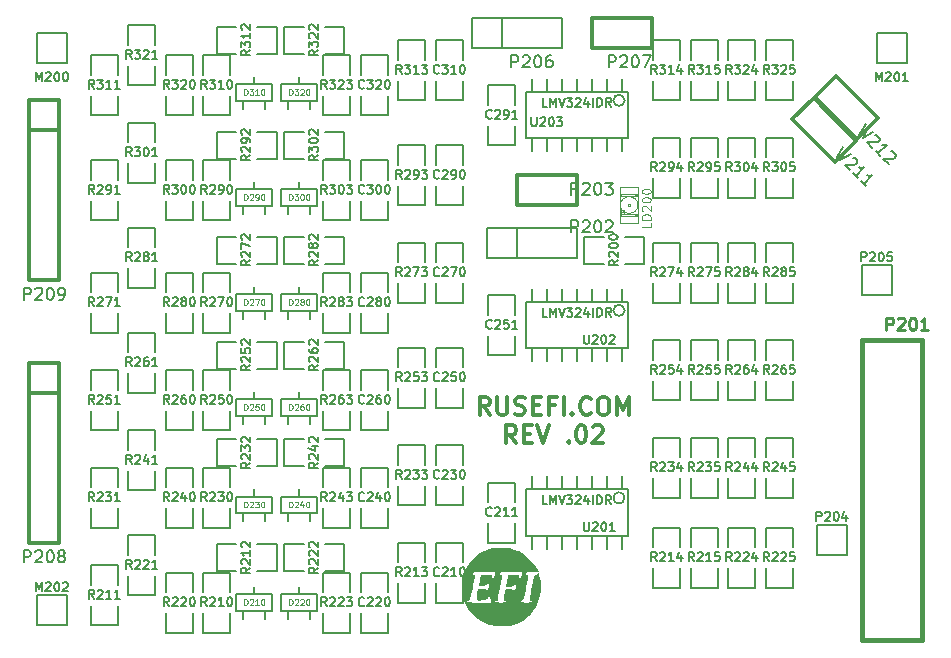
<source format=gto>
G04 (created by PCBNEW (2013-07-07 BZR 4022)-stable) date 08/12/2013 20:44:26*
%MOIN*%
G04 Gerber Fmt 3.4, Leading zero omitted, Abs format*
%FSLAX34Y34*%
G01*
G70*
G90*
G04 APERTURE LIST*
%ADD10C,0.00590551*%
%ADD11C,0.011811*%
%ADD12C,0.006*%
%ADD13C,0.005*%
%ADD14C,0.015*%
%ADD15C,0.0026*%
%ADD16C,0.004*%
%ADD17C,0.012*%
%ADD18C,0.0001*%
%ADD19C,0.01*%
%ADD20C,0.0035*%
%ADD21C,0.0039*%
%ADD22C,0.008*%
%ADD23C,0.0059*%
G04 APERTURE END LIST*
G54D10*
G54D11*
X51098Y-60239D02*
X50901Y-59957D01*
X50761Y-60239D02*
X50761Y-59648D01*
X50986Y-59648D01*
X51042Y-59676D01*
X51070Y-59704D01*
X51098Y-59760D01*
X51098Y-59845D01*
X51070Y-59901D01*
X51042Y-59929D01*
X50986Y-59957D01*
X50761Y-59957D01*
X51351Y-59648D02*
X51351Y-60126D01*
X51379Y-60182D01*
X51408Y-60210D01*
X51464Y-60239D01*
X51576Y-60239D01*
X51633Y-60210D01*
X51661Y-60182D01*
X51689Y-60126D01*
X51689Y-59648D01*
X51942Y-60210D02*
X52026Y-60239D01*
X52167Y-60239D01*
X52223Y-60210D01*
X52251Y-60182D01*
X52279Y-60126D01*
X52279Y-60070D01*
X52251Y-60014D01*
X52223Y-59985D01*
X52167Y-59957D01*
X52054Y-59929D01*
X51998Y-59901D01*
X51970Y-59873D01*
X51942Y-59817D01*
X51942Y-59760D01*
X51970Y-59704D01*
X51998Y-59676D01*
X52054Y-59648D01*
X52195Y-59648D01*
X52279Y-59676D01*
X52532Y-59929D02*
X52729Y-59929D01*
X52814Y-60239D02*
X52532Y-60239D01*
X52532Y-59648D01*
X52814Y-59648D01*
X53264Y-59929D02*
X53067Y-59929D01*
X53067Y-60239D02*
X53067Y-59648D01*
X53348Y-59648D01*
X53573Y-60239D02*
X53573Y-59648D01*
X53854Y-60182D02*
X53882Y-60210D01*
X53854Y-60239D01*
X53826Y-60210D01*
X53854Y-60182D01*
X53854Y-60239D01*
X54473Y-60182D02*
X54445Y-60210D01*
X54360Y-60239D01*
X54304Y-60239D01*
X54220Y-60210D01*
X54163Y-60154D01*
X54135Y-60098D01*
X54107Y-59985D01*
X54107Y-59901D01*
X54135Y-59789D01*
X54163Y-59732D01*
X54220Y-59676D01*
X54304Y-59648D01*
X54360Y-59648D01*
X54445Y-59676D01*
X54473Y-59704D01*
X54838Y-59648D02*
X54951Y-59648D01*
X55007Y-59676D01*
X55063Y-59732D01*
X55091Y-59845D01*
X55091Y-60042D01*
X55063Y-60154D01*
X55007Y-60210D01*
X54951Y-60239D01*
X54838Y-60239D01*
X54782Y-60210D01*
X54726Y-60154D01*
X54698Y-60042D01*
X54698Y-59845D01*
X54726Y-59732D01*
X54782Y-59676D01*
X54838Y-59648D01*
X55345Y-60239D02*
X55345Y-59648D01*
X55541Y-60070D01*
X55738Y-59648D01*
X55738Y-60239D01*
X51984Y-61183D02*
X51787Y-60902D01*
X51647Y-61183D02*
X51647Y-60593D01*
X51872Y-60593D01*
X51928Y-60621D01*
X51956Y-60649D01*
X51984Y-60705D01*
X51984Y-60790D01*
X51956Y-60846D01*
X51928Y-60874D01*
X51872Y-60902D01*
X51647Y-60902D01*
X52237Y-60874D02*
X52434Y-60874D01*
X52518Y-61183D02*
X52237Y-61183D01*
X52237Y-60593D01*
X52518Y-60593D01*
X52687Y-60593D02*
X52884Y-61183D01*
X53081Y-60593D01*
X53728Y-61127D02*
X53756Y-61155D01*
X53728Y-61183D01*
X53699Y-61155D01*
X53728Y-61127D01*
X53728Y-61183D01*
X54121Y-60593D02*
X54178Y-60593D01*
X54234Y-60621D01*
X54262Y-60649D01*
X54290Y-60705D01*
X54318Y-60818D01*
X54318Y-60958D01*
X54290Y-61071D01*
X54262Y-61127D01*
X54234Y-61155D01*
X54178Y-61183D01*
X54121Y-61183D01*
X54065Y-61155D01*
X54037Y-61127D01*
X54009Y-61071D01*
X53981Y-60958D01*
X53981Y-60818D01*
X54009Y-60705D01*
X54037Y-60649D01*
X54065Y-60621D01*
X54121Y-60593D01*
X54543Y-60649D02*
X54571Y-60621D01*
X54627Y-60593D01*
X54768Y-60593D01*
X54824Y-60621D01*
X54852Y-60649D01*
X54881Y-60705D01*
X54881Y-60762D01*
X54852Y-60846D01*
X54515Y-61183D01*
X54881Y-61183D01*
G54D12*
X37000Y-67250D02*
X36000Y-67250D01*
X36000Y-66250D02*
X37000Y-66250D01*
X36000Y-67250D02*
X36000Y-66250D01*
X37000Y-66250D02*
X37000Y-67250D01*
X65000Y-47500D02*
X65000Y-48500D01*
X64000Y-48500D02*
X64000Y-47500D01*
X65000Y-48500D02*
X64000Y-48500D01*
X64000Y-47500D02*
X65000Y-47500D01*
X37000Y-47500D02*
X37000Y-48500D01*
X36000Y-48500D02*
X36000Y-47500D01*
X37000Y-48500D02*
X36000Y-48500D01*
X36000Y-47500D02*
X37000Y-47500D01*
G54D13*
X57800Y-66000D02*
X58700Y-66000D01*
X58700Y-66000D02*
X58700Y-65350D01*
X57800Y-64650D02*
X57800Y-64000D01*
X57800Y-64000D02*
X58700Y-64000D01*
X58700Y-64000D02*
X58700Y-64650D01*
X57800Y-65350D02*
X57800Y-66000D01*
X57450Y-64000D02*
X56550Y-64000D01*
X56550Y-64000D02*
X56550Y-64650D01*
X57450Y-65350D02*
X57450Y-66000D01*
X57450Y-66000D02*
X56550Y-66000D01*
X56550Y-66000D02*
X56550Y-65350D01*
X57450Y-64650D02*
X57450Y-64000D01*
G54D14*
X63500Y-67750D02*
X63500Y-57750D01*
X65500Y-57750D02*
X65500Y-67750D01*
X65500Y-57750D02*
X63500Y-57750D01*
X63500Y-67750D02*
X65500Y-67750D01*
G54D13*
X37800Y-67250D02*
X38700Y-67250D01*
X38700Y-67250D02*
X38700Y-66600D01*
X37800Y-65900D02*
X37800Y-65250D01*
X37800Y-65250D02*
X38700Y-65250D01*
X38700Y-65250D02*
X38700Y-65900D01*
X37800Y-66600D02*
X37800Y-67250D01*
X61200Y-64000D02*
X60300Y-64000D01*
X60300Y-64000D02*
X60300Y-64650D01*
X61200Y-65350D02*
X61200Y-66000D01*
X61200Y-66000D02*
X60300Y-66000D01*
X60300Y-66000D02*
X60300Y-65350D01*
X61200Y-64650D02*
X61200Y-64000D01*
X59050Y-66000D02*
X59950Y-66000D01*
X59950Y-66000D02*
X59950Y-65350D01*
X59050Y-64650D02*
X59050Y-64000D01*
X59050Y-64000D02*
X59950Y-64000D01*
X59950Y-64000D02*
X59950Y-64650D01*
X59050Y-65350D02*
X59050Y-66000D01*
X39050Y-66250D02*
X39950Y-66250D01*
X39950Y-66250D02*
X39950Y-65600D01*
X39050Y-64900D02*
X39050Y-64250D01*
X39050Y-64250D02*
X39950Y-64250D01*
X39950Y-64250D02*
X39950Y-64900D01*
X39050Y-65600D02*
X39050Y-66250D01*
X57800Y-63000D02*
X58700Y-63000D01*
X58700Y-63000D02*
X58700Y-62350D01*
X57800Y-61650D02*
X57800Y-61000D01*
X57800Y-61000D02*
X58700Y-61000D01*
X58700Y-61000D02*
X58700Y-61650D01*
X57800Y-62350D02*
X57800Y-63000D01*
X57450Y-61000D02*
X56550Y-61000D01*
X56550Y-61000D02*
X56550Y-61650D01*
X57450Y-62350D02*
X57450Y-63000D01*
X57450Y-63000D02*
X56550Y-63000D01*
X56550Y-63000D02*
X56550Y-62350D01*
X57450Y-61650D02*
X57450Y-61000D01*
X37800Y-64000D02*
X38700Y-64000D01*
X38700Y-64000D02*
X38700Y-63350D01*
X37800Y-62650D02*
X37800Y-62000D01*
X37800Y-62000D02*
X38700Y-62000D01*
X38700Y-62000D02*
X38700Y-62650D01*
X37800Y-63350D02*
X37800Y-64000D01*
X39050Y-62750D02*
X39950Y-62750D01*
X39950Y-62750D02*
X39950Y-62100D01*
X39050Y-61400D02*
X39050Y-60750D01*
X39050Y-60750D02*
X39950Y-60750D01*
X39950Y-60750D02*
X39950Y-61400D01*
X39050Y-62100D02*
X39050Y-62750D01*
X59050Y-63000D02*
X59950Y-63000D01*
X59950Y-63000D02*
X59950Y-62350D01*
X59050Y-61650D02*
X59050Y-61000D01*
X59050Y-61000D02*
X59950Y-61000D01*
X59950Y-61000D02*
X59950Y-61650D01*
X59050Y-62350D02*
X59050Y-63000D01*
X61200Y-61000D02*
X60300Y-61000D01*
X60300Y-61000D02*
X60300Y-61650D01*
X61200Y-62350D02*
X61200Y-63000D01*
X61200Y-63000D02*
X60300Y-63000D01*
X60300Y-63000D02*
X60300Y-62350D01*
X61200Y-61650D02*
X61200Y-61000D01*
X48050Y-66500D02*
X48950Y-66500D01*
X48950Y-66500D02*
X48950Y-65850D01*
X48050Y-65150D02*
X48050Y-64500D01*
X48050Y-64500D02*
X48950Y-64500D01*
X48950Y-64500D02*
X48950Y-65150D01*
X48050Y-65850D02*
X48050Y-66500D01*
X42450Y-65500D02*
X41550Y-65500D01*
X41550Y-65500D02*
X41550Y-66150D01*
X42450Y-66850D02*
X42450Y-67500D01*
X42450Y-67500D02*
X41550Y-67500D01*
X41550Y-67500D02*
X41550Y-66850D01*
X42450Y-66150D02*
X42450Y-65500D01*
X47700Y-65500D02*
X46800Y-65500D01*
X46800Y-65500D02*
X46800Y-66150D01*
X47700Y-66850D02*
X47700Y-67500D01*
X47700Y-67500D02*
X46800Y-67500D01*
X46800Y-67500D02*
X46800Y-66850D01*
X47700Y-66150D02*
X47700Y-65500D01*
X49300Y-66500D02*
X50200Y-66500D01*
X50200Y-66500D02*
X50200Y-65850D01*
X49300Y-65150D02*
X49300Y-64500D01*
X49300Y-64500D02*
X50200Y-64500D01*
X50200Y-64500D02*
X50200Y-65150D01*
X49300Y-65850D02*
X49300Y-66500D01*
X46450Y-65500D02*
X45550Y-65500D01*
X45550Y-65500D02*
X45550Y-66150D01*
X46450Y-66850D02*
X46450Y-67500D01*
X46450Y-67500D02*
X45550Y-67500D01*
X45550Y-67500D02*
X45550Y-66850D01*
X46450Y-66150D02*
X46450Y-65500D01*
X51950Y-62500D02*
X51050Y-62500D01*
X51050Y-62500D02*
X51050Y-63150D01*
X51950Y-63850D02*
X51950Y-64500D01*
X51950Y-64500D02*
X51050Y-64500D01*
X51050Y-64500D02*
X51050Y-63850D01*
X51950Y-63150D02*
X51950Y-62500D01*
X41200Y-65500D02*
X40300Y-65500D01*
X40300Y-65500D02*
X40300Y-66150D01*
X41200Y-66850D02*
X41200Y-67500D01*
X41200Y-67500D02*
X40300Y-67500D01*
X40300Y-67500D02*
X40300Y-66850D01*
X41200Y-66150D02*
X41200Y-65500D01*
X48050Y-63250D02*
X48950Y-63250D01*
X48950Y-63250D02*
X48950Y-62600D01*
X48050Y-61900D02*
X48050Y-61250D01*
X48050Y-61250D02*
X48950Y-61250D01*
X48950Y-61250D02*
X48950Y-61900D01*
X48050Y-62600D02*
X48050Y-63250D01*
X42450Y-62000D02*
X41550Y-62000D01*
X41550Y-62000D02*
X41550Y-62650D01*
X42450Y-63350D02*
X42450Y-64000D01*
X42450Y-64000D02*
X41550Y-64000D01*
X41550Y-64000D02*
X41550Y-63350D01*
X42450Y-62650D02*
X42450Y-62000D01*
X46450Y-62000D02*
X45550Y-62000D01*
X45550Y-62000D02*
X45550Y-62650D01*
X46450Y-63350D02*
X46450Y-64000D01*
X46450Y-64000D02*
X45550Y-64000D01*
X45550Y-64000D02*
X45550Y-63350D01*
X46450Y-62650D02*
X46450Y-62000D01*
X41200Y-62000D02*
X40300Y-62000D01*
X40300Y-62000D02*
X40300Y-62650D01*
X41200Y-63350D02*
X41200Y-64000D01*
X41200Y-64000D02*
X40300Y-64000D01*
X40300Y-64000D02*
X40300Y-63350D01*
X41200Y-62650D02*
X41200Y-62000D01*
X57800Y-59750D02*
X58700Y-59750D01*
X58700Y-59750D02*
X58700Y-59100D01*
X57800Y-58400D02*
X57800Y-57750D01*
X57800Y-57750D02*
X58700Y-57750D01*
X58700Y-57750D02*
X58700Y-58400D01*
X57800Y-59100D02*
X57800Y-59750D01*
X41200Y-58750D02*
X40300Y-58750D01*
X40300Y-58750D02*
X40300Y-59400D01*
X41200Y-60100D02*
X41200Y-60750D01*
X41200Y-60750D02*
X40300Y-60750D01*
X40300Y-60750D02*
X40300Y-60100D01*
X41200Y-59400D02*
X41200Y-58750D01*
X46450Y-58750D02*
X45550Y-58750D01*
X45550Y-58750D02*
X45550Y-59400D01*
X46450Y-60100D02*
X46450Y-60750D01*
X46450Y-60750D02*
X45550Y-60750D01*
X45550Y-60750D02*
X45550Y-60100D01*
X46450Y-59400D02*
X46450Y-58750D01*
X42450Y-58750D02*
X41550Y-58750D01*
X41550Y-58750D02*
X41550Y-59400D01*
X42450Y-60100D02*
X42450Y-60750D01*
X42450Y-60750D02*
X41550Y-60750D01*
X41550Y-60750D02*
X41550Y-60100D01*
X42450Y-59400D02*
X42450Y-58750D01*
X48050Y-60000D02*
X48950Y-60000D01*
X48950Y-60000D02*
X48950Y-59350D01*
X48050Y-58650D02*
X48050Y-58000D01*
X48050Y-58000D02*
X48950Y-58000D01*
X48950Y-58000D02*
X48950Y-58650D01*
X48050Y-59350D02*
X48050Y-60000D01*
X44250Y-64550D02*
X44250Y-65450D01*
X44250Y-65450D02*
X44900Y-65450D01*
X45600Y-64550D02*
X46250Y-64550D01*
X46250Y-64550D02*
X46250Y-65450D01*
X46250Y-65450D02*
X45600Y-65450D01*
X44900Y-64550D02*
X44250Y-64550D01*
X42000Y-64550D02*
X42000Y-65450D01*
X42000Y-65450D02*
X42650Y-65450D01*
X43350Y-64550D02*
X44000Y-64550D01*
X44000Y-64550D02*
X44000Y-65450D01*
X44000Y-65450D02*
X43350Y-65450D01*
X42650Y-64550D02*
X42000Y-64550D01*
X37800Y-60750D02*
X38700Y-60750D01*
X38700Y-60750D02*
X38700Y-60100D01*
X37800Y-59400D02*
X37800Y-58750D01*
X37800Y-58750D02*
X38700Y-58750D01*
X38700Y-58750D02*
X38700Y-59400D01*
X37800Y-60100D02*
X37800Y-60750D01*
X57450Y-57750D02*
X56550Y-57750D01*
X56550Y-57750D02*
X56550Y-58400D01*
X57450Y-59100D02*
X57450Y-59750D01*
X57450Y-59750D02*
X56550Y-59750D01*
X56550Y-59750D02*
X56550Y-59100D01*
X57450Y-58400D02*
X57450Y-57750D01*
X54250Y-54300D02*
X54250Y-55200D01*
X54250Y-55200D02*
X54900Y-55200D01*
X55600Y-54300D02*
X56250Y-54300D01*
X56250Y-54300D02*
X56250Y-55200D01*
X56250Y-55200D02*
X55600Y-55200D01*
X54900Y-54300D02*
X54250Y-54300D01*
G54D12*
X51000Y-55000D02*
X51000Y-54000D01*
X51000Y-54000D02*
X54000Y-54000D01*
X54000Y-54000D02*
X54000Y-55000D01*
X54000Y-55000D02*
X51000Y-55000D01*
X52000Y-54000D02*
X52000Y-55000D01*
G54D15*
X55711Y-53211D02*
X55711Y-53289D01*
X55711Y-53289D02*
X55789Y-53289D01*
X55789Y-53211D02*
X55789Y-53289D01*
X55711Y-53211D02*
X55789Y-53211D01*
X55475Y-53427D02*
X55475Y-53564D01*
X55475Y-53564D02*
X55573Y-53564D01*
X55573Y-53427D02*
X55573Y-53564D01*
X55475Y-53427D02*
X55573Y-53427D01*
X55475Y-53564D02*
X55475Y-53604D01*
X55475Y-53604D02*
X55946Y-53604D01*
X55946Y-53564D02*
X55946Y-53604D01*
X55475Y-53564D02*
X55946Y-53564D01*
X55966Y-53564D02*
X55966Y-53604D01*
X55966Y-53604D02*
X56025Y-53604D01*
X56025Y-53564D02*
X56025Y-53604D01*
X55966Y-53564D02*
X56025Y-53564D01*
X55475Y-52896D02*
X55475Y-52936D01*
X55475Y-52936D02*
X55946Y-52936D01*
X55946Y-52896D02*
X55946Y-52936D01*
X55475Y-52896D02*
X55946Y-52896D01*
X55966Y-52896D02*
X55966Y-52936D01*
X55966Y-52936D02*
X56025Y-52936D01*
X56025Y-52896D02*
X56025Y-52936D01*
X55966Y-52896D02*
X56025Y-52896D01*
X55475Y-53427D02*
X55475Y-53486D01*
X55475Y-53486D02*
X55573Y-53486D01*
X55573Y-53427D02*
X55573Y-53486D01*
X55475Y-53427D02*
X55573Y-53427D01*
G54D16*
X55455Y-53860D02*
X55455Y-52640D01*
X55455Y-52640D02*
X56045Y-52640D01*
X56045Y-52640D02*
X56045Y-53860D01*
X56045Y-53860D02*
X55455Y-53860D01*
X55553Y-53034D02*
G75*
G03X55554Y-53466I196J-215D01*
G74*
G01*
X55946Y-53034D02*
G75*
G03X55554Y-53033I-196J-215D01*
G74*
G01*
X55946Y-53465D02*
G75*
G03X55945Y-53033I-196J215D01*
G74*
G01*
X55553Y-53465D02*
G75*
G03X55945Y-53466I196J215D01*
G74*
G01*
G54D13*
X43625Y-63525D02*
X43625Y-63785D01*
X42875Y-63525D02*
X42875Y-63785D01*
X43250Y-62975D02*
X43250Y-62715D01*
X42660Y-62975D02*
X43840Y-62975D01*
X43840Y-62975D02*
X43840Y-63525D01*
X43840Y-63525D02*
X42660Y-63525D01*
X42660Y-63525D02*
X42660Y-62975D01*
X45125Y-53275D02*
X45125Y-53535D01*
X44375Y-53275D02*
X44375Y-53535D01*
X44750Y-52725D02*
X44750Y-52465D01*
X44160Y-52725D02*
X45340Y-52725D01*
X45340Y-52725D02*
X45340Y-53275D01*
X45340Y-53275D02*
X44160Y-53275D01*
X44160Y-53275D02*
X44160Y-52725D01*
X43625Y-53275D02*
X43625Y-53535D01*
X42875Y-53275D02*
X42875Y-53535D01*
X43250Y-52725D02*
X43250Y-52465D01*
X42660Y-52725D02*
X43840Y-52725D01*
X43840Y-52725D02*
X43840Y-53275D01*
X43840Y-53275D02*
X42660Y-53275D01*
X42660Y-53275D02*
X42660Y-52725D01*
X45125Y-66775D02*
X45125Y-67035D01*
X44375Y-66775D02*
X44375Y-67035D01*
X44750Y-66225D02*
X44750Y-65965D01*
X44160Y-66225D02*
X45340Y-66225D01*
X45340Y-66225D02*
X45340Y-66775D01*
X45340Y-66775D02*
X44160Y-66775D01*
X44160Y-66775D02*
X44160Y-66225D01*
X45125Y-63525D02*
X45125Y-63785D01*
X44375Y-63525D02*
X44375Y-63785D01*
X44750Y-62975D02*
X44750Y-62715D01*
X44160Y-62975D02*
X45340Y-62975D01*
X45340Y-62975D02*
X45340Y-63525D01*
X45340Y-63525D02*
X44160Y-63525D01*
X44160Y-63525D02*
X44160Y-62975D01*
X57800Y-53000D02*
X58700Y-53000D01*
X58700Y-53000D02*
X58700Y-52350D01*
X57800Y-51650D02*
X57800Y-51000D01*
X57800Y-51000D02*
X58700Y-51000D01*
X58700Y-51000D02*
X58700Y-51650D01*
X57800Y-52350D02*
X57800Y-53000D01*
X57450Y-51000D02*
X56550Y-51000D01*
X56550Y-51000D02*
X56550Y-51650D01*
X57450Y-52350D02*
X57450Y-53000D01*
X57450Y-53000D02*
X56550Y-53000D01*
X56550Y-53000D02*
X56550Y-52350D01*
X57450Y-51650D02*
X57450Y-51000D01*
X38700Y-51750D02*
X37800Y-51750D01*
X37800Y-51750D02*
X37800Y-52400D01*
X38700Y-53100D02*
X38700Y-53750D01*
X38700Y-53750D02*
X37800Y-53750D01*
X37800Y-53750D02*
X37800Y-53100D01*
X38700Y-52400D02*
X38700Y-51750D01*
X39050Y-52500D02*
X39950Y-52500D01*
X39950Y-52500D02*
X39950Y-51850D01*
X39050Y-51150D02*
X39050Y-50500D01*
X39050Y-50500D02*
X39950Y-50500D01*
X39950Y-50500D02*
X39950Y-51150D01*
X39050Y-51850D02*
X39050Y-52500D01*
X59050Y-53000D02*
X59950Y-53000D01*
X59950Y-53000D02*
X59950Y-52350D01*
X59050Y-51650D02*
X59050Y-51000D01*
X59050Y-51000D02*
X59950Y-51000D01*
X59950Y-51000D02*
X59950Y-51650D01*
X59050Y-52350D02*
X59050Y-53000D01*
X61200Y-51000D02*
X60300Y-51000D01*
X60300Y-51000D02*
X60300Y-51650D01*
X61200Y-52350D02*
X61200Y-53000D01*
X61200Y-53000D02*
X60300Y-53000D01*
X60300Y-53000D02*
X60300Y-52350D01*
X61200Y-51650D02*
X61200Y-51000D01*
X48050Y-53250D02*
X48950Y-53250D01*
X48950Y-53250D02*
X48950Y-52600D01*
X48050Y-51900D02*
X48050Y-51250D01*
X48050Y-51250D02*
X48950Y-51250D01*
X48950Y-51250D02*
X48950Y-51900D01*
X48050Y-52600D02*
X48050Y-53250D01*
X49300Y-53250D02*
X50200Y-53250D01*
X50200Y-53250D02*
X50200Y-52600D01*
X49300Y-51900D02*
X49300Y-51250D01*
X49300Y-51250D02*
X50200Y-51250D01*
X50200Y-51250D02*
X50200Y-51900D01*
X49300Y-52600D02*
X49300Y-53250D01*
X42450Y-51750D02*
X41550Y-51750D01*
X41550Y-51750D02*
X41550Y-52400D01*
X42450Y-53100D02*
X42450Y-53750D01*
X42450Y-53750D02*
X41550Y-53750D01*
X41550Y-53750D02*
X41550Y-53100D01*
X42450Y-52400D02*
X42450Y-51750D01*
X46450Y-51750D02*
X45550Y-51750D01*
X45550Y-51750D02*
X45550Y-52400D01*
X46450Y-53100D02*
X46450Y-53750D01*
X46450Y-53750D02*
X45550Y-53750D01*
X45550Y-53750D02*
X45550Y-53100D01*
X46450Y-52400D02*
X46450Y-51750D01*
X47700Y-51750D02*
X46800Y-51750D01*
X46800Y-51750D02*
X46800Y-52400D01*
X47700Y-53100D02*
X47700Y-53750D01*
X47700Y-53750D02*
X46800Y-53750D01*
X46800Y-53750D02*
X46800Y-53100D01*
X47700Y-52400D02*
X47700Y-51750D01*
X41200Y-51750D02*
X40300Y-51750D01*
X40300Y-51750D02*
X40300Y-52400D01*
X41200Y-53100D02*
X41200Y-53750D01*
X41200Y-53750D02*
X40300Y-53750D01*
X40300Y-53750D02*
X40300Y-53100D01*
X41200Y-52400D02*
X41200Y-51750D01*
X43625Y-66775D02*
X43625Y-67035D01*
X42875Y-66775D02*
X42875Y-67035D01*
X43250Y-66225D02*
X43250Y-65965D01*
X42660Y-66225D02*
X43840Y-66225D01*
X43840Y-66225D02*
X43840Y-66775D01*
X43840Y-66775D02*
X42660Y-66775D01*
X42660Y-66775D02*
X42660Y-66225D01*
G54D17*
X35750Y-49750D02*
X36750Y-49750D01*
X36750Y-49750D02*
X36750Y-55750D01*
X36750Y-55750D02*
X35750Y-55750D01*
X35750Y-55750D02*
X35750Y-49750D01*
X35750Y-50750D02*
X36750Y-50750D01*
G54D13*
X49300Y-63250D02*
X50200Y-63250D01*
X50200Y-63250D02*
X50200Y-62600D01*
X49300Y-61900D02*
X49300Y-61250D01*
X49300Y-61250D02*
X50200Y-61250D01*
X50200Y-61250D02*
X50200Y-61900D01*
X49300Y-62600D02*
X49300Y-63250D01*
X47700Y-62000D02*
X46800Y-62000D01*
X46800Y-62000D02*
X46800Y-62650D01*
X47700Y-63350D02*
X47700Y-64000D01*
X47700Y-64000D02*
X46800Y-64000D01*
X46800Y-64000D02*
X46800Y-63350D01*
X47700Y-62650D02*
X47700Y-62000D01*
X51050Y-51250D02*
X51950Y-51250D01*
X51950Y-51250D02*
X51950Y-50600D01*
X51050Y-49900D02*
X51050Y-49250D01*
X51050Y-49250D02*
X51950Y-49250D01*
X51950Y-49250D02*
X51950Y-49900D01*
X51050Y-50600D02*
X51050Y-51250D01*
X49300Y-60000D02*
X50200Y-60000D01*
X50200Y-60000D02*
X50200Y-59350D01*
X49300Y-58650D02*
X49300Y-58000D01*
X49300Y-58000D02*
X50200Y-58000D01*
X50200Y-58000D02*
X50200Y-58650D01*
X49300Y-59350D02*
X49300Y-60000D01*
X47700Y-58750D02*
X46800Y-58750D01*
X46800Y-58750D02*
X46800Y-59400D01*
X47700Y-60100D02*
X47700Y-60750D01*
X47700Y-60750D02*
X46800Y-60750D01*
X46800Y-60750D02*
X46800Y-60100D01*
X47700Y-59400D02*
X47700Y-58750D01*
X39050Y-59500D02*
X39950Y-59500D01*
X39950Y-59500D02*
X39950Y-58850D01*
X39050Y-58150D02*
X39050Y-57500D01*
X39050Y-57500D02*
X39950Y-57500D01*
X39950Y-57500D02*
X39950Y-58150D01*
X39050Y-58850D02*
X39050Y-59500D01*
X47700Y-55500D02*
X46800Y-55500D01*
X46800Y-55500D02*
X46800Y-56150D01*
X47700Y-56850D02*
X47700Y-57500D01*
X47700Y-57500D02*
X46800Y-57500D01*
X46800Y-57500D02*
X46800Y-56850D01*
X47700Y-56150D02*
X47700Y-55500D01*
X49300Y-56500D02*
X50200Y-56500D01*
X50200Y-56500D02*
X50200Y-55850D01*
X49300Y-55150D02*
X49300Y-54500D01*
X49300Y-54500D02*
X50200Y-54500D01*
X50200Y-54500D02*
X50200Y-55150D01*
X49300Y-55850D02*
X49300Y-56500D01*
X51950Y-56250D02*
X51050Y-56250D01*
X51050Y-56250D02*
X51050Y-56900D01*
X51950Y-57600D02*
X51950Y-58250D01*
X51950Y-58250D02*
X51050Y-58250D01*
X51050Y-58250D02*
X51050Y-57600D01*
X51950Y-56900D02*
X51950Y-56250D01*
X57450Y-54500D02*
X56550Y-54500D01*
X56550Y-54500D02*
X56550Y-55150D01*
X57450Y-55850D02*
X57450Y-56500D01*
X57450Y-56500D02*
X56550Y-56500D01*
X56550Y-56500D02*
X56550Y-55850D01*
X57450Y-55150D02*
X57450Y-54500D01*
X57800Y-56500D02*
X58700Y-56500D01*
X58700Y-56500D02*
X58700Y-55850D01*
X57800Y-55150D02*
X57800Y-54500D01*
X57800Y-54500D02*
X58700Y-54500D01*
X58700Y-54500D02*
X58700Y-55150D01*
X57800Y-55850D02*
X57800Y-56500D01*
X41200Y-55500D02*
X40300Y-55500D01*
X40300Y-55500D02*
X40300Y-56150D01*
X41200Y-56850D02*
X41200Y-57500D01*
X41200Y-57500D02*
X40300Y-57500D01*
X40300Y-57500D02*
X40300Y-56850D01*
X41200Y-56150D02*
X41200Y-55500D01*
X46450Y-55500D02*
X45550Y-55500D01*
X45550Y-55500D02*
X45550Y-56150D01*
X46450Y-56850D02*
X46450Y-57500D01*
X46450Y-57500D02*
X45550Y-57500D01*
X45550Y-57500D02*
X45550Y-56850D01*
X46450Y-56150D02*
X46450Y-55500D01*
X42450Y-55500D02*
X41550Y-55500D01*
X41550Y-55500D02*
X41550Y-56150D01*
X42450Y-56850D02*
X42450Y-57500D01*
X42450Y-57500D02*
X41550Y-57500D01*
X41550Y-57500D02*
X41550Y-56850D01*
X42450Y-56150D02*
X42450Y-55500D01*
X48050Y-56500D02*
X48950Y-56500D01*
X48950Y-56500D02*
X48950Y-55850D01*
X48050Y-55150D02*
X48050Y-54500D01*
X48050Y-54500D02*
X48950Y-54500D01*
X48950Y-54500D02*
X48950Y-55150D01*
X48050Y-55850D02*
X48050Y-56500D01*
X61200Y-54500D02*
X60300Y-54500D01*
X60300Y-54500D02*
X60300Y-55150D01*
X61200Y-55850D02*
X61200Y-56500D01*
X61200Y-56500D02*
X60300Y-56500D01*
X60300Y-56500D02*
X60300Y-55850D01*
X61200Y-55150D02*
X61200Y-54500D01*
X59050Y-56500D02*
X59950Y-56500D01*
X59950Y-56500D02*
X59950Y-55850D01*
X59050Y-55150D02*
X59050Y-54500D01*
X59050Y-54500D02*
X59950Y-54500D01*
X59950Y-54500D02*
X59950Y-55150D01*
X59050Y-55850D02*
X59050Y-56500D01*
X39050Y-56000D02*
X39950Y-56000D01*
X39950Y-56000D02*
X39950Y-55350D01*
X39050Y-54650D02*
X39050Y-54000D01*
X39050Y-54000D02*
X39950Y-54000D01*
X39950Y-54000D02*
X39950Y-54650D01*
X39050Y-55350D02*
X39050Y-56000D01*
X37800Y-57500D02*
X38700Y-57500D01*
X38700Y-57500D02*
X38700Y-56850D01*
X37800Y-56150D02*
X37800Y-55500D01*
X37800Y-55500D02*
X38700Y-55500D01*
X38700Y-55500D02*
X38700Y-56150D01*
X37800Y-56850D02*
X37800Y-57500D01*
X45125Y-60275D02*
X45125Y-60535D01*
X44375Y-60275D02*
X44375Y-60535D01*
X44750Y-59725D02*
X44750Y-59465D01*
X44160Y-59725D02*
X45340Y-59725D01*
X45340Y-59725D02*
X45340Y-60275D01*
X45340Y-60275D02*
X44160Y-60275D01*
X44160Y-60275D02*
X44160Y-59725D01*
X43625Y-60275D02*
X43625Y-60535D01*
X42875Y-60275D02*
X42875Y-60535D01*
X43250Y-59725D02*
X43250Y-59465D01*
X42660Y-59725D02*
X43840Y-59725D01*
X43840Y-59725D02*
X43840Y-60275D01*
X43840Y-60275D02*
X42660Y-60275D01*
X42660Y-60275D02*
X42660Y-59725D01*
X45125Y-56775D02*
X45125Y-57035D01*
X44375Y-56775D02*
X44375Y-57035D01*
X44750Y-56225D02*
X44750Y-55965D01*
X44160Y-56225D02*
X45340Y-56225D01*
X45340Y-56225D02*
X45340Y-56775D01*
X45340Y-56775D02*
X44160Y-56775D01*
X44160Y-56775D02*
X44160Y-56225D01*
X43625Y-56775D02*
X43625Y-57035D01*
X42875Y-56775D02*
X42875Y-57035D01*
X43250Y-56225D02*
X43250Y-55965D01*
X42660Y-56225D02*
X43840Y-56225D01*
X43840Y-56225D02*
X43840Y-56775D01*
X43840Y-56775D02*
X42660Y-56775D01*
X42660Y-56775D02*
X42660Y-56225D01*
X42000Y-61050D02*
X42000Y-61950D01*
X42000Y-61950D02*
X42650Y-61950D01*
X43350Y-61050D02*
X44000Y-61050D01*
X44000Y-61050D02*
X44000Y-61950D01*
X44000Y-61950D02*
X43350Y-61950D01*
X42650Y-61050D02*
X42000Y-61050D01*
X44250Y-61050D02*
X44250Y-61950D01*
X44250Y-61950D02*
X44900Y-61950D01*
X45600Y-61050D02*
X46250Y-61050D01*
X46250Y-61050D02*
X46250Y-61950D01*
X46250Y-61950D02*
X45600Y-61950D01*
X44900Y-61050D02*
X44250Y-61050D01*
X42000Y-57800D02*
X42000Y-58700D01*
X42000Y-58700D02*
X42650Y-58700D01*
X43350Y-57800D02*
X44000Y-57800D01*
X44000Y-57800D02*
X44000Y-58700D01*
X44000Y-58700D02*
X43350Y-58700D01*
X42650Y-57800D02*
X42000Y-57800D01*
X44250Y-57800D02*
X44250Y-58700D01*
X44250Y-58700D02*
X44900Y-58700D01*
X45600Y-57800D02*
X46250Y-57800D01*
X46250Y-57800D02*
X46250Y-58700D01*
X46250Y-58700D02*
X45600Y-58700D01*
X44900Y-57800D02*
X44250Y-57800D01*
X44250Y-50800D02*
X44250Y-51700D01*
X44250Y-51700D02*
X44900Y-51700D01*
X45600Y-50800D02*
X46250Y-50800D01*
X46250Y-50800D02*
X46250Y-51700D01*
X46250Y-51700D02*
X45600Y-51700D01*
X44900Y-50800D02*
X44250Y-50800D01*
X42000Y-50800D02*
X42000Y-51700D01*
X42000Y-51700D02*
X42650Y-51700D01*
X43350Y-50800D02*
X44000Y-50800D01*
X44000Y-50800D02*
X44000Y-51700D01*
X44000Y-51700D02*
X43350Y-51700D01*
X42650Y-50800D02*
X42000Y-50800D01*
X44250Y-54300D02*
X44250Y-55200D01*
X44250Y-55200D02*
X44900Y-55200D01*
X45600Y-54300D02*
X46250Y-54300D01*
X46250Y-54300D02*
X46250Y-55200D01*
X46250Y-55200D02*
X45600Y-55200D01*
X44900Y-54300D02*
X44250Y-54300D01*
X42000Y-54300D02*
X42000Y-55200D01*
X42000Y-55200D02*
X42650Y-55200D01*
X43350Y-54300D02*
X44000Y-54300D01*
X44000Y-54300D02*
X44000Y-55200D01*
X44000Y-55200D02*
X43350Y-55200D01*
X42650Y-54300D02*
X42000Y-54300D01*
X59050Y-59750D02*
X59950Y-59750D01*
X59950Y-59750D02*
X59950Y-59100D01*
X59050Y-58400D02*
X59050Y-57750D01*
X59050Y-57750D02*
X59950Y-57750D01*
X59950Y-57750D02*
X59950Y-58400D01*
X59050Y-59100D02*
X59050Y-59750D01*
X61200Y-57750D02*
X60300Y-57750D01*
X60300Y-57750D02*
X60300Y-58400D01*
X61200Y-59100D02*
X61200Y-59750D01*
X61200Y-59750D02*
X60300Y-59750D01*
X60300Y-59750D02*
X60300Y-59100D01*
X61200Y-58400D02*
X61200Y-57750D01*
X55700Y-64280D02*
X55700Y-62720D01*
X55700Y-62720D02*
X52300Y-62720D01*
X52300Y-62720D02*
X52300Y-64280D01*
X52300Y-64280D02*
X55700Y-64280D01*
X55000Y-64280D02*
X55000Y-64710D01*
X54500Y-64280D02*
X54500Y-64710D01*
X54000Y-64280D02*
X54000Y-64710D01*
X55500Y-64280D02*
X55500Y-64710D01*
X53500Y-64710D02*
X53500Y-64280D01*
X53000Y-64710D02*
X53000Y-64280D01*
X52500Y-64710D02*
X52500Y-64280D01*
X52500Y-62720D02*
X52500Y-62290D01*
X53000Y-62720D02*
X53000Y-62290D01*
X55500Y-62720D02*
X55500Y-62290D01*
X55000Y-62290D02*
X55000Y-62720D01*
X53500Y-62290D02*
X53500Y-62720D01*
X54000Y-62290D02*
X54000Y-62720D01*
X54500Y-62290D02*
X54500Y-62720D01*
X55596Y-63010D02*
G75*
G03X55596Y-63010I-186J0D01*
G74*
G01*
X55700Y-58030D02*
X55700Y-56470D01*
X55700Y-56470D02*
X52300Y-56470D01*
X52300Y-56470D02*
X52300Y-58030D01*
X52300Y-58030D02*
X55700Y-58030D01*
X55000Y-58030D02*
X55000Y-58460D01*
X54500Y-58030D02*
X54500Y-58460D01*
X54000Y-58030D02*
X54000Y-58460D01*
X55500Y-58030D02*
X55500Y-58460D01*
X53500Y-58460D02*
X53500Y-58030D01*
X53000Y-58460D02*
X53000Y-58030D01*
X52500Y-58460D02*
X52500Y-58030D01*
X52500Y-56470D02*
X52500Y-56040D01*
X53000Y-56470D02*
X53000Y-56040D01*
X55500Y-56470D02*
X55500Y-56040D01*
X55000Y-56040D02*
X55000Y-56470D01*
X53500Y-56040D02*
X53500Y-56470D01*
X54000Y-56040D02*
X54000Y-56470D01*
X54500Y-56040D02*
X54500Y-56470D01*
X55596Y-56760D02*
G75*
G03X55596Y-56760I-186J0D01*
G74*
G01*
X55700Y-51030D02*
X55700Y-49470D01*
X55700Y-49470D02*
X52300Y-49470D01*
X52300Y-49470D02*
X52300Y-51030D01*
X52300Y-51030D02*
X55700Y-51030D01*
X55000Y-51030D02*
X55000Y-51460D01*
X54500Y-51030D02*
X54500Y-51460D01*
X54000Y-51030D02*
X54000Y-51460D01*
X55500Y-51030D02*
X55500Y-51460D01*
X53500Y-51460D02*
X53500Y-51030D01*
X53000Y-51460D02*
X53000Y-51030D01*
X52500Y-51460D02*
X52500Y-51030D01*
X52500Y-49470D02*
X52500Y-49040D01*
X53000Y-49470D02*
X53000Y-49040D01*
X55500Y-49470D02*
X55500Y-49040D01*
X55000Y-49040D02*
X55000Y-49470D01*
X53500Y-49040D02*
X53500Y-49470D01*
X54000Y-49040D02*
X54000Y-49470D01*
X54500Y-49040D02*
X54500Y-49470D01*
X55596Y-49760D02*
G75*
G03X55596Y-49760I-186J0D01*
G74*
G01*
X43625Y-49775D02*
X43625Y-50035D01*
X42875Y-49775D02*
X42875Y-50035D01*
X43250Y-49225D02*
X43250Y-48965D01*
X42660Y-49225D02*
X43840Y-49225D01*
X43840Y-49225D02*
X43840Y-49775D01*
X43840Y-49775D02*
X42660Y-49775D01*
X42660Y-49775D02*
X42660Y-49225D01*
X45125Y-49775D02*
X45125Y-50035D01*
X44375Y-49775D02*
X44375Y-50035D01*
X44750Y-49225D02*
X44750Y-48965D01*
X44160Y-49225D02*
X45340Y-49225D01*
X45340Y-49225D02*
X45340Y-49775D01*
X45340Y-49775D02*
X44160Y-49775D01*
X44160Y-49775D02*
X44160Y-49225D01*
X57800Y-49750D02*
X58700Y-49750D01*
X58700Y-49750D02*
X58700Y-49100D01*
X57800Y-48400D02*
X57800Y-47750D01*
X57800Y-47750D02*
X58700Y-47750D01*
X58700Y-47750D02*
X58700Y-48400D01*
X57800Y-49100D02*
X57800Y-49750D01*
X57450Y-47750D02*
X56550Y-47750D01*
X56550Y-47750D02*
X56550Y-48400D01*
X57450Y-49100D02*
X57450Y-49750D01*
X57450Y-49750D02*
X56550Y-49750D01*
X56550Y-49750D02*
X56550Y-49100D01*
X57450Y-48400D02*
X57450Y-47750D01*
X38700Y-48250D02*
X37800Y-48250D01*
X37800Y-48250D02*
X37800Y-48900D01*
X38700Y-49600D02*
X38700Y-50250D01*
X38700Y-50250D02*
X37800Y-50250D01*
X37800Y-50250D02*
X37800Y-49600D01*
X38700Y-48900D02*
X38700Y-48250D01*
X39050Y-49250D02*
X39950Y-49250D01*
X39950Y-49250D02*
X39950Y-48600D01*
X39050Y-47900D02*
X39050Y-47250D01*
X39050Y-47250D02*
X39950Y-47250D01*
X39950Y-47250D02*
X39950Y-47900D01*
X39050Y-48600D02*
X39050Y-49250D01*
X59050Y-49750D02*
X59950Y-49750D01*
X59950Y-49750D02*
X59950Y-49100D01*
X59050Y-48400D02*
X59050Y-47750D01*
X59050Y-47750D02*
X59950Y-47750D01*
X59950Y-47750D02*
X59950Y-48400D01*
X59050Y-49100D02*
X59050Y-49750D01*
X61200Y-47750D02*
X60300Y-47750D01*
X60300Y-47750D02*
X60300Y-48400D01*
X61200Y-49100D02*
X61200Y-49750D01*
X61200Y-49750D02*
X60300Y-49750D01*
X60300Y-49750D02*
X60300Y-49100D01*
X61200Y-48400D02*
X61200Y-47750D01*
X48050Y-49750D02*
X48950Y-49750D01*
X48950Y-49750D02*
X48950Y-49100D01*
X48050Y-48400D02*
X48050Y-47750D01*
X48050Y-47750D02*
X48950Y-47750D01*
X48950Y-47750D02*
X48950Y-48400D01*
X48050Y-49100D02*
X48050Y-49750D01*
X49300Y-49750D02*
X50200Y-49750D01*
X50200Y-49750D02*
X50200Y-49100D01*
X49300Y-48400D02*
X49300Y-47750D01*
X49300Y-47750D02*
X50200Y-47750D01*
X50200Y-47750D02*
X50200Y-48400D01*
X49300Y-49100D02*
X49300Y-49750D01*
X42450Y-48250D02*
X41550Y-48250D01*
X41550Y-48250D02*
X41550Y-48900D01*
X42450Y-49600D02*
X42450Y-50250D01*
X42450Y-50250D02*
X41550Y-50250D01*
X41550Y-50250D02*
X41550Y-49600D01*
X42450Y-48900D02*
X42450Y-48250D01*
X46450Y-48250D02*
X45550Y-48250D01*
X45550Y-48250D02*
X45550Y-48900D01*
X46450Y-49600D02*
X46450Y-50250D01*
X46450Y-50250D02*
X45550Y-50250D01*
X45550Y-50250D02*
X45550Y-49600D01*
X46450Y-48900D02*
X46450Y-48250D01*
X47700Y-48250D02*
X46800Y-48250D01*
X46800Y-48250D02*
X46800Y-48900D01*
X47700Y-49600D02*
X47700Y-50250D01*
X47700Y-50250D02*
X46800Y-50250D01*
X46800Y-50250D02*
X46800Y-49600D01*
X47700Y-48900D02*
X47700Y-48250D01*
X41200Y-48250D02*
X40300Y-48250D01*
X40300Y-48250D02*
X40300Y-48900D01*
X41200Y-49600D02*
X41200Y-50250D01*
X41200Y-50250D02*
X40300Y-50250D01*
X40300Y-50250D02*
X40300Y-49600D01*
X41200Y-48900D02*
X41200Y-48250D01*
X44250Y-47300D02*
X44250Y-48200D01*
X44250Y-48200D02*
X44900Y-48200D01*
X45600Y-47300D02*
X46250Y-47300D01*
X46250Y-47300D02*
X46250Y-48200D01*
X46250Y-48200D02*
X45600Y-48200D01*
X44900Y-47300D02*
X44250Y-47300D01*
X42000Y-47300D02*
X42000Y-48200D01*
X42000Y-48200D02*
X42650Y-48200D01*
X43350Y-47300D02*
X44000Y-47300D01*
X44000Y-47300D02*
X44000Y-48200D01*
X44000Y-48200D02*
X43350Y-48200D01*
X42650Y-47300D02*
X42000Y-47300D01*
G54D12*
X63000Y-64900D02*
X62000Y-64900D01*
X62000Y-63900D02*
X63000Y-63900D01*
X62000Y-64900D02*
X62000Y-63900D01*
X63000Y-63900D02*
X63000Y-64900D01*
X64500Y-56250D02*
X63500Y-56250D01*
X63500Y-55250D02*
X64500Y-55250D01*
X63500Y-56250D02*
X63500Y-55250D01*
X64500Y-55250D02*
X64500Y-56250D01*
G54D17*
X35750Y-58500D02*
X36750Y-58500D01*
X36750Y-58500D02*
X36750Y-64500D01*
X36750Y-64500D02*
X35750Y-64500D01*
X35750Y-64500D02*
X35750Y-58500D01*
X35750Y-59500D02*
X36750Y-59500D01*
X52000Y-53250D02*
X52000Y-52250D01*
X52000Y-52250D02*
X54000Y-52250D01*
X54000Y-52250D02*
X54000Y-53250D01*
X54000Y-53250D02*
X52000Y-53250D01*
X54500Y-48000D02*
X54500Y-47000D01*
X54500Y-47000D02*
X56500Y-47000D01*
X56500Y-47000D02*
X56500Y-48000D01*
X56500Y-48000D02*
X54500Y-48000D01*
G54D12*
X50500Y-48000D02*
X50500Y-47000D01*
X50500Y-47000D02*
X53500Y-47000D01*
X53500Y-47000D02*
X53500Y-48000D01*
X53500Y-48000D02*
X50500Y-48000D01*
X51500Y-47000D02*
X51500Y-48000D01*
G54D17*
X64060Y-50353D02*
X63353Y-51060D01*
X63353Y-51060D02*
X61939Y-49646D01*
X61939Y-49646D02*
X62646Y-48939D01*
X62646Y-48939D02*
X64060Y-50353D01*
X63310Y-51103D02*
X62603Y-51810D01*
X62603Y-51810D02*
X61189Y-50396D01*
X61189Y-50396D02*
X61896Y-49689D01*
X61896Y-49689D02*
X63310Y-51103D01*
G54D18*
G36*
X52820Y-65844D02*
X52819Y-66118D01*
X52758Y-66390D01*
X52640Y-66647D01*
X52471Y-66874D01*
X52411Y-66936D01*
X52209Y-67100D01*
X52002Y-67209D01*
X51771Y-67270D01*
X51550Y-67289D01*
X51316Y-67287D01*
X51135Y-67260D01*
X51084Y-67246D01*
X50817Y-67127D01*
X50586Y-66952D01*
X50390Y-66721D01*
X50276Y-66530D01*
X50234Y-66444D01*
X50207Y-66366D01*
X50192Y-66279D01*
X50185Y-66165D01*
X50183Y-66004D01*
X50183Y-65983D01*
X50185Y-65816D01*
X50191Y-65696D01*
X50206Y-65605D01*
X50232Y-65523D01*
X50273Y-65432D01*
X50279Y-65422D01*
X50410Y-65214D01*
X50588Y-65018D01*
X50792Y-64856D01*
X50919Y-64782D01*
X51013Y-64739D01*
X51094Y-64710D01*
X51183Y-64694D01*
X51297Y-64686D01*
X51457Y-64684D01*
X51484Y-64684D01*
X51649Y-64685D01*
X51768Y-64691D01*
X51858Y-64705D01*
X51940Y-64731D01*
X52033Y-64773D01*
X52067Y-64790D01*
X52278Y-64923D01*
X52476Y-65099D01*
X52637Y-65298D01*
X52664Y-65342D01*
X52739Y-65467D01*
X52539Y-65467D01*
X52416Y-65472D01*
X52346Y-65490D01*
X52321Y-65516D01*
X52327Y-65559D01*
X52355Y-65566D01*
X52391Y-65583D01*
X52392Y-65643D01*
X52389Y-65658D01*
X52375Y-65730D01*
X52354Y-65848D01*
X52327Y-65993D01*
X52312Y-66080D01*
X52281Y-66238D01*
X52254Y-66341D01*
X52227Y-66400D01*
X52197Y-66424D01*
X52193Y-66425D01*
X52188Y-66427D01*
X52188Y-65467D01*
X51811Y-65467D01*
X51644Y-65468D01*
X51533Y-65473D01*
X51468Y-65483D01*
X51439Y-65499D01*
X51433Y-65517D01*
X51460Y-65561D01*
X51483Y-65567D01*
X51506Y-65565D01*
X51521Y-65568D01*
X51527Y-65585D01*
X51524Y-65626D01*
X51510Y-65703D01*
X51486Y-65824D01*
X51450Y-66000D01*
X51418Y-66156D01*
X51392Y-66287D01*
X51374Y-66379D01*
X51367Y-66420D01*
X51367Y-66421D01*
X51339Y-66432D01*
X51317Y-66433D01*
X51288Y-66444D01*
X51288Y-65467D01*
X50911Y-65467D01*
X50744Y-65468D01*
X50633Y-65473D01*
X50568Y-65483D01*
X50539Y-65499D01*
X50533Y-65517D01*
X50560Y-65560D01*
X50585Y-65567D01*
X50623Y-65589D01*
X50621Y-65625D01*
X50608Y-65680D01*
X50585Y-65785D01*
X50557Y-65923D01*
X50530Y-66058D01*
X50490Y-66246D01*
X50454Y-66370D01*
X50424Y-66428D01*
X50414Y-66433D01*
X50359Y-66456D01*
X50350Y-66467D01*
X50372Y-66482D01*
X50457Y-66493D01*
X50603Y-66499D01*
X50731Y-66500D01*
X51133Y-66500D01*
X51133Y-66400D01*
X51118Y-66320D01*
X51083Y-66300D01*
X51039Y-66325D01*
X51033Y-66347D01*
X51004Y-66374D01*
X50931Y-66401D01*
X50839Y-66422D01*
X50750Y-66433D01*
X50688Y-66428D01*
X50677Y-66421D01*
X50671Y-66381D01*
X50674Y-66295D01*
X50682Y-66218D01*
X50705Y-66033D01*
X50836Y-66033D01*
X50918Y-66041D01*
X50964Y-66062D01*
X50967Y-66069D01*
X50980Y-66102D01*
X51010Y-66088D01*
X51045Y-66041D01*
X51070Y-65973D01*
X51070Y-65972D01*
X51077Y-65896D01*
X51055Y-65867D01*
X51046Y-65867D01*
X51004Y-65886D01*
X51000Y-65900D01*
X50970Y-65921D01*
X50897Y-65933D01*
X50872Y-65933D01*
X50745Y-65933D01*
X50778Y-65750D01*
X50811Y-65566D01*
X51009Y-65567D01*
X51120Y-65569D01*
X51177Y-65580D01*
X51191Y-65603D01*
X51188Y-65617D01*
X51192Y-65660D01*
X51214Y-65667D01*
X51250Y-65637D01*
X51273Y-65568D01*
X51274Y-65567D01*
X51288Y-65467D01*
X51288Y-66444D01*
X51272Y-66451D01*
X51267Y-66467D01*
X51297Y-66484D01*
X51376Y-66496D01*
X51467Y-66500D01*
X51573Y-66495D01*
X51645Y-66482D01*
X51667Y-66467D01*
X51639Y-66438D01*
X51613Y-66433D01*
X51581Y-66423D01*
X51571Y-66381D01*
X51580Y-66292D01*
X51582Y-66279D01*
X51600Y-66176D01*
X51617Y-66098D01*
X51623Y-66079D01*
X51661Y-66051D01*
X51730Y-66035D01*
X51805Y-66035D01*
X51857Y-66050D01*
X51867Y-66067D01*
X51883Y-66102D01*
X51920Y-66095D01*
X51959Y-66054D01*
X51976Y-66008D01*
X51984Y-65924D01*
X51964Y-65900D01*
X51926Y-65927D01*
X51867Y-65954D01*
X51779Y-65966D01*
X51772Y-65967D01*
X51658Y-65967D01*
X51681Y-65793D01*
X51697Y-65690D01*
X51713Y-65615D01*
X51720Y-65593D01*
X51760Y-65579D01*
X51846Y-65569D01*
X51922Y-65567D01*
X52028Y-65570D01*
X52080Y-65582D01*
X52091Y-65606D01*
X52088Y-65616D01*
X52092Y-65660D01*
X52114Y-65667D01*
X52150Y-65637D01*
X52173Y-65568D01*
X52174Y-65567D01*
X52188Y-65467D01*
X52188Y-66427D01*
X52136Y-66449D01*
X52139Y-66472D01*
X52194Y-66490D01*
X52295Y-66499D01*
X52333Y-66500D01*
X52440Y-66495D01*
X52512Y-66482D01*
X52533Y-66467D01*
X52506Y-66437D01*
X52483Y-66433D01*
X52459Y-66431D01*
X52444Y-66419D01*
X52440Y-66387D01*
X52446Y-66324D01*
X52463Y-66221D01*
X52493Y-66068D01*
X52513Y-65968D01*
X52554Y-65778D01*
X52592Y-65648D01*
X52624Y-65581D01*
X52636Y-65572D01*
X52694Y-65535D01*
X52706Y-65521D01*
X52731Y-65518D01*
X52760Y-65570D01*
X52789Y-65665D01*
X52813Y-65790D01*
X52820Y-65844D01*
X52820Y-65844D01*
X52820Y-65844D01*
G37*
G54D12*
X35971Y-66121D02*
X35971Y-65821D01*
X36071Y-66035D01*
X36171Y-65821D01*
X36171Y-66121D01*
X36300Y-65850D02*
X36314Y-65835D01*
X36342Y-65821D01*
X36414Y-65821D01*
X36442Y-65835D01*
X36457Y-65850D01*
X36471Y-65878D01*
X36471Y-65907D01*
X36457Y-65950D01*
X36285Y-66121D01*
X36471Y-66121D01*
X36657Y-65821D02*
X36685Y-65821D01*
X36714Y-65835D01*
X36728Y-65850D01*
X36742Y-65878D01*
X36757Y-65935D01*
X36757Y-66007D01*
X36742Y-66064D01*
X36728Y-66092D01*
X36714Y-66107D01*
X36685Y-66121D01*
X36657Y-66121D01*
X36628Y-66107D01*
X36614Y-66092D01*
X36600Y-66064D01*
X36585Y-66007D01*
X36585Y-65935D01*
X36600Y-65878D01*
X36614Y-65850D01*
X36628Y-65835D01*
X36657Y-65821D01*
X36871Y-65850D02*
X36885Y-65835D01*
X36914Y-65821D01*
X36985Y-65821D01*
X37014Y-65835D01*
X37028Y-65850D01*
X37042Y-65878D01*
X37042Y-65907D01*
X37028Y-65950D01*
X36857Y-66121D01*
X37042Y-66121D01*
X63971Y-49121D02*
X63971Y-48821D01*
X64071Y-49035D01*
X64171Y-48821D01*
X64171Y-49121D01*
X64300Y-48850D02*
X64314Y-48835D01*
X64342Y-48821D01*
X64414Y-48821D01*
X64442Y-48835D01*
X64457Y-48850D01*
X64471Y-48878D01*
X64471Y-48907D01*
X64457Y-48950D01*
X64285Y-49121D01*
X64471Y-49121D01*
X64657Y-48821D02*
X64685Y-48821D01*
X64714Y-48835D01*
X64728Y-48850D01*
X64742Y-48878D01*
X64757Y-48935D01*
X64757Y-49007D01*
X64742Y-49064D01*
X64728Y-49092D01*
X64714Y-49107D01*
X64685Y-49121D01*
X64657Y-49121D01*
X64628Y-49107D01*
X64614Y-49092D01*
X64600Y-49064D01*
X64585Y-49007D01*
X64585Y-48935D01*
X64600Y-48878D01*
X64614Y-48850D01*
X64628Y-48835D01*
X64657Y-48821D01*
X65042Y-49121D02*
X64871Y-49121D01*
X64957Y-49121D02*
X64957Y-48821D01*
X64928Y-48864D01*
X64900Y-48892D01*
X64871Y-48907D01*
X35971Y-49121D02*
X35971Y-48821D01*
X36071Y-49035D01*
X36171Y-48821D01*
X36171Y-49121D01*
X36300Y-48850D02*
X36314Y-48835D01*
X36342Y-48821D01*
X36414Y-48821D01*
X36442Y-48835D01*
X36457Y-48850D01*
X36471Y-48878D01*
X36471Y-48907D01*
X36457Y-48950D01*
X36285Y-49121D01*
X36471Y-49121D01*
X36657Y-48821D02*
X36685Y-48821D01*
X36714Y-48835D01*
X36728Y-48850D01*
X36742Y-48878D01*
X36757Y-48935D01*
X36757Y-49007D01*
X36742Y-49064D01*
X36728Y-49092D01*
X36714Y-49107D01*
X36685Y-49121D01*
X36657Y-49121D01*
X36628Y-49107D01*
X36614Y-49092D01*
X36600Y-49064D01*
X36585Y-49007D01*
X36585Y-48935D01*
X36600Y-48878D01*
X36614Y-48850D01*
X36628Y-48835D01*
X36657Y-48821D01*
X36942Y-48821D02*
X36971Y-48821D01*
X37000Y-48835D01*
X37014Y-48850D01*
X37028Y-48878D01*
X37042Y-48935D01*
X37042Y-49007D01*
X37028Y-49064D01*
X37014Y-49092D01*
X37000Y-49107D01*
X36971Y-49121D01*
X36942Y-49121D01*
X36914Y-49107D01*
X36900Y-49092D01*
X36885Y-49064D01*
X36871Y-49007D01*
X36871Y-48935D01*
X36885Y-48878D01*
X36900Y-48850D01*
X36914Y-48835D01*
X36942Y-48821D01*
G54D13*
X57914Y-65121D02*
X57814Y-64978D01*
X57742Y-65121D02*
X57742Y-64821D01*
X57857Y-64821D01*
X57885Y-64835D01*
X57900Y-64850D01*
X57914Y-64878D01*
X57914Y-64921D01*
X57900Y-64950D01*
X57885Y-64964D01*
X57857Y-64978D01*
X57742Y-64978D01*
X58028Y-64850D02*
X58042Y-64835D01*
X58071Y-64821D01*
X58142Y-64821D01*
X58171Y-64835D01*
X58185Y-64850D01*
X58200Y-64878D01*
X58200Y-64907D01*
X58185Y-64950D01*
X58014Y-65121D01*
X58200Y-65121D01*
X58485Y-65121D02*
X58314Y-65121D01*
X58400Y-65121D02*
X58400Y-64821D01*
X58371Y-64864D01*
X58342Y-64892D01*
X58314Y-64907D01*
X58757Y-64821D02*
X58614Y-64821D01*
X58600Y-64964D01*
X58614Y-64950D01*
X58642Y-64935D01*
X58714Y-64935D01*
X58742Y-64950D01*
X58757Y-64964D01*
X58771Y-64992D01*
X58771Y-65064D01*
X58757Y-65092D01*
X58742Y-65107D01*
X58714Y-65121D01*
X58642Y-65121D01*
X58614Y-65107D01*
X58600Y-65092D01*
X56664Y-65121D02*
X56564Y-64978D01*
X56492Y-65121D02*
X56492Y-64821D01*
X56607Y-64821D01*
X56635Y-64835D01*
X56650Y-64850D01*
X56664Y-64878D01*
X56664Y-64921D01*
X56650Y-64950D01*
X56635Y-64964D01*
X56607Y-64978D01*
X56492Y-64978D01*
X56778Y-64850D02*
X56792Y-64835D01*
X56821Y-64821D01*
X56892Y-64821D01*
X56921Y-64835D01*
X56935Y-64850D01*
X56950Y-64878D01*
X56950Y-64907D01*
X56935Y-64950D01*
X56764Y-65121D01*
X56950Y-65121D01*
X57235Y-65121D02*
X57064Y-65121D01*
X57150Y-65121D02*
X57150Y-64821D01*
X57121Y-64864D01*
X57092Y-64892D01*
X57064Y-64907D01*
X57492Y-64921D02*
X57492Y-65121D01*
X57421Y-64807D02*
X57350Y-65021D01*
X57535Y-65021D01*
G54D19*
X64323Y-57411D02*
X64323Y-57011D01*
X64476Y-57011D01*
X64514Y-57030D01*
X64533Y-57050D01*
X64552Y-57088D01*
X64552Y-57145D01*
X64533Y-57183D01*
X64514Y-57202D01*
X64476Y-57221D01*
X64323Y-57221D01*
X64704Y-57050D02*
X64723Y-57030D01*
X64761Y-57011D01*
X64857Y-57011D01*
X64895Y-57030D01*
X64914Y-57050D01*
X64933Y-57088D01*
X64933Y-57126D01*
X64914Y-57183D01*
X64685Y-57411D01*
X64933Y-57411D01*
X65180Y-57011D02*
X65219Y-57011D01*
X65257Y-57030D01*
X65276Y-57050D01*
X65295Y-57088D01*
X65314Y-57164D01*
X65314Y-57259D01*
X65295Y-57335D01*
X65276Y-57373D01*
X65257Y-57392D01*
X65219Y-57411D01*
X65180Y-57411D01*
X65142Y-57392D01*
X65123Y-57373D01*
X65104Y-57335D01*
X65085Y-57259D01*
X65085Y-57164D01*
X65104Y-57088D01*
X65123Y-57050D01*
X65142Y-57030D01*
X65180Y-57011D01*
X65695Y-57411D02*
X65466Y-57411D01*
X65580Y-57411D02*
X65580Y-57011D01*
X65542Y-57069D01*
X65504Y-57107D01*
X65466Y-57126D01*
G54D13*
X37914Y-66371D02*
X37814Y-66228D01*
X37742Y-66371D02*
X37742Y-66071D01*
X37857Y-66071D01*
X37885Y-66085D01*
X37900Y-66100D01*
X37914Y-66128D01*
X37914Y-66171D01*
X37900Y-66200D01*
X37885Y-66214D01*
X37857Y-66228D01*
X37742Y-66228D01*
X38028Y-66100D02*
X38042Y-66085D01*
X38071Y-66071D01*
X38142Y-66071D01*
X38171Y-66085D01*
X38185Y-66100D01*
X38200Y-66128D01*
X38200Y-66157D01*
X38185Y-66200D01*
X38014Y-66371D01*
X38200Y-66371D01*
X38485Y-66371D02*
X38314Y-66371D01*
X38400Y-66371D02*
X38400Y-66071D01*
X38371Y-66114D01*
X38342Y-66142D01*
X38314Y-66157D01*
X38771Y-66371D02*
X38600Y-66371D01*
X38685Y-66371D02*
X38685Y-66071D01*
X38657Y-66114D01*
X38628Y-66142D01*
X38600Y-66157D01*
X60414Y-65121D02*
X60314Y-64978D01*
X60242Y-65121D02*
X60242Y-64821D01*
X60357Y-64821D01*
X60385Y-64835D01*
X60400Y-64850D01*
X60414Y-64878D01*
X60414Y-64921D01*
X60400Y-64950D01*
X60385Y-64964D01*
X60357Y-64978D01*
X60242Y-64978D01*
X60528Y-64850D02*
X60542Y-64835D01*
X60571Y-64821D01*
X60642Y-64821D01*
X60671Y-64835D01*
X60685Y-64850D01*
X60700Y-64878D01*
X60700Y-64907D01*
X60685Y-64950D01*
X60514Y-65121D01*
X60700Y-65121D01*
X60814Y-64850D02*
X60828Y-64835D01*
X60857Y-64821D01*
X60928Y-64821D01*
X60957Y-64835D01*
X60971Y-64850D01*
X60985Y-64878D01*
X60985Y-64907D01*
X60971Y-64950D01*
X60800Y-65121D01*
X60985Y-65121D01*
X61257Y-64821D02*
X61114Y-64821D01*
X61100Y-64964D01*
X61114Y-64950D01*
X61142Y-64935D01*
X61214Y-64935D01*
X61242Y-64950D01*
X61257Y-64964D01*
X61271Y-64992D01*
X61271Y-65064D01*
X61257Y-65092D01*
X61242Y-65107D01*
X61214Y-65121D01*
X61142Y-65121D01*
X61114Y-65107D01*
X61100Y-65092D01*
X59164Y-65121D02*
X59064Y-64978D01*
X58992Y-65121D02*
X58992Y-64821D01*
X59107Y-64821D01*
X59135Y-64835D01*
X59150Y-64850D01*
X59164Y-64878D01*
X59164Y-64921D01*
X59150Y-64950D01*
X59135Y-64964D01*
X59107Y-64978D01*
X58992Y-64978D01*
X59278Y-64850D02*
X59292Y-64835D01*
X59321Y-64821D01*
X59392Y-64821D01*
X59421Y-64835D01*
X59435Y-64850D01*
X59450Y-64878D01*
X59450Y-64907D01*
X59435Y-64950D01*
X59264Y-65121D01*
X59450Y-65121D01*
X59564Y-64850D02*
X59578Y-64835D01*
X59607Y-64821D01*
X59678Y-64821D01*
X59707Y-64835D01*
X59721Y-64850D01*
X59735Y-64878D01*
X59735Y-64907D01*
X59721Y-64950D01*
X59550Y-65121D01*
X59735Y-65121D01*
X59992Y-64921D02*
X59992Y-65121D01*
X59921Y-64807D02*
X59850Y-65021D01*
X60035Y-65021D01*
X39164Y-65371D02*
X39064Y-65228D01*
X38992Y-65371D02*
X38992Y-65071D01*
X39107Y-65071D01*
X39135Y-65085D01*
X39150Y-65100D01*
X39164Y-65128D01*
X39164Y-65171D01*
X39150Y-65200D01*
X39135Y-65214D01*
X39107Y-65228D01*
X38992Y-65228D01*
X39278Y-65100D02*
X39292Y-65085D01*
X39321Y-65071D01*
X39392Y-65071D01*
X39421Y-65085D01*
X39435Y-65100D01*
X39450Y-65128D01*
X39450Y-65157D01*
X39435Y-65200D01*
X39264Y-65371D01*
X39450Y-65371D01*
X39564Y-65100D02*
X39578Y-65085D01*
X39607Y-65071D01*
X39678Y-65071D01*
X39707Y-65085D01*
X39721Y-65100D01*
X39735Y-65128D01*
X39735Y-65157D01*
X39721Y-65200D01*
X39550Y-65371D01*
X39735Y-65371D01*
X40021Y-65371D02*
X39850Y-65371D01*
X39935Y-65371D02*
X39935Y-65071D01*
X39907Y-65114D01*
X39878Y-65142D01*
X39850Y-65157D01*
X57914Y-62121D02*
X57814Y-61978D01*
X57742Y-62121D02*
X57742Y-61821D01*
X57857Y-61821D01*
X57885Y-61835D01*
X57900Y-61850D01*
X57914Y-61878D01*
X57914Y-61921D01*
X57900Y-61950D01*
X57885Y-61964D01*
X57857Y-61978D01*
X57742Y-61978D01*
X58028Y-61850D02*
X58042Y-61835D01*
X58071Y-61821D01*
X58142Y-61821D01*
X58171Y-61835D01*
X58185Y-61850D01*
X58200Y-61878D01*
X58200Y-61907D01*
X58185Y-61950D01*
X58014Y-62121D01*
X58200Y-62121D01*
X58300Y-61821D02*
X58485Y-61821D01*
X58385Y-61935D01*
X58428Y-61935D01*
X58457Y-61950D01*
X58471Y-61964D01*
X58485Y-61992D01*
X58485Y-62064D01*
X58471Y-62092D01*
X58457Y-62107D01*
X58428Y-62121D01*
X58342Y-62121D01*
X58314Y-62107D01*
X58300Y-62092D01*
X58757Y-61821D02*
X58614Y-61821D01*
X58600Y-61964D01*
X58614Y-61950D01*
X58642Y-61935D01*
X58714Y-61935D01*
X58742Y-61950D01*
X58757Y-61964D01*
X58771Y-61992D01*
X58771Y-62064D01*
X58757Y-62092D01*
X58742Y-62107D01*
X58714Y-62121D01*
X58642Y-62121D01*
X58614Y-62107D01*
X58600Y-62092D01*
X56664Y-62121D02*
X56564Y-61978D01*
X56492Y-62121D02*
X56492Y-61821D01*
X56607Y-61821D01*
X56635Y-61835D01*
X56650Y-61850D01*
X56664Y-61878D01*
X56664Y-61921D01*
X56650Y-61950D01*
X56635Y-61964D01*
X56607Y-61978D01*
X56492Y-61978D01*
X56778Y-61850D02*
X56792Y-61835D01*
X56821Y-61821D01*
X56892Y-61821D01*
X56921Y-61835D01*
X56935Y-61850D01*
X56950Y-61878D01*
X56950Y-61907D01*
X56935Y-61950D01*
X56764Y-62121D01*
X56950Y-62121D01*
X57050Y-61821D02*
X57235Y-61821D01*
X57135Y-61935D01*
X57178Y-61935D01*
X57207Y-61950D01*
X57221Y-61964D01*
X57235Y-61992D01*
X57235Y-62064D01*
X57221Y-62092D01*
X57207Y-62107D01*
X57178Y-62121D01*
X57092Y-62121D01*
X57064Y-62107D01*
X57050Y-62092D01*
X57492Y-61921D02*
X57492Y-62121D01*
X57421Y-61807D02*
X57350Y-62021D01*
X57535Y-62021D01*
X37914Y-63121D02*
X37814Y-62978D01*
X37742Y-63121D02*
X37742Y-62821D01*
X37857Y-62821D01*
X37885Y-62835D01*
X37900Y-62850D01*
X37914Y-62878D01*
X37914Y-62921D01*
X37900Y-62950D01*
X37885Y-62964D01*
X37857Y-62978D01*
X37742Y-62978D01*
X38028Y-62850D02*
X38042Y-62835D01*
X38071Y-62821D01*
X38142Y-62821D01*
X38171Y-62835D01*
X38185Y-62850D01*
X38200Y-62878D01*
X38200Y-62907D01*
X38185Y-62950D01*
X38014Y-63121D01*
X38200Y-63121D01*
X38300Y-62821D02*
X38485Y-62821D01*
X38385Y-62935D01*
X38428Y-62935D01*
X38457Y-62950D01*
X38471Y-62964D01*
X38485Y-62992D01*
X38485Y-63064D01*
X38471Y-63092D01*
X38457Y-63107D01*
X38428Y-63121D01*
X38342Y-63121D01*
X38314Y-63107D01*
X38300Y-63092D01*
X38771Y-63121D02*
X38600Y-63121D01*
X38685Y-63121D02*
X38685Y-62821D01*
X38657Y-62864D01*
X38628Y-62892D01*
X38600Y-62907D01*
X39164Y-61871D02*
X39064Y-61728D01*
X38992Y-61871D02*
X38992Y-61571D01*
X39107Y-61571D01*
X39135Y-61585D01*
X39150Y-61600D01*
X39164Y-61628D01*
X39164Y-61671D01*
X39150Y-61700D01*
X39135Y-61714D01*
X39107Y-61728D01*
X38992Y-61728D01*
X39278Y-61600D02*
X39292Y-61585D01*
X39321Y-61571D01*
X39392Y-61571D01*
X39421Y-61585D01*
X39435Y-61600D01*
X39450Y-61628D01*
X39450Y-61657D01*
X39435Y-61700D01*
X39264Y-61871D01*
X39450Y-61871D01*
X39707Y-61671D02*
X39707Y-61871D01*
X39635Y-61557D02*
X39564Y-61771D01*
X39750Y-61771D01*
X40021Y-61871D02*
X39850Y-61871D01*
X39935Y-61871D02*
X39935Y-61571D01*
X39907Y-61614D01*
X39878Y-61642D01*
X39850Y-61657D01*
X59164Y-62121D02*
X59064Y-61978D01*
X58992Y-62121D02*
X58992Y-61821D01*
X59107Y-61821D01*
X59135Y-61835D01*
X59150Y-61850D01*
X59164Y-61878D01*
X59164Y-61921D01*
X59150Y-61950D01*
X59135Y-61964D01*
X59107Y-61978D01*
X58992Y-61978D01*
X59278Y-61850D02*
X59292Y-61835D01*
X59321Y-61821D01*
X59392Y-61821D01*
X59421Y-61835D01*
X59435Y-61850D01*
X59450Y-61878D01*
X59450Y-61907D01*
X59435Y-61950D01*
X59264Y-62121D01*
X59450Y-62121D01*
X59707Y-61921D02*
X59707Y-62121D01*
X59635Y-61807D02*
X59564Y-62021D01*
X59750Y-62021D01*
X59992Y-61921D02*
X59992Y-62121D01*
X59921Y-61807D02*
X59850Y-62021D01*
X60035Y-62021D01*
X60414Y-62121D02*
X60314Y-61978D01*
X60242Y-62121D02*
X60242Y-61821D01*
X60357Y-61821D01*
X60385Y-61835D01*
X60400Y-61850D01*
X60414Y-61878D01*
X60414Y-61921D01*
X60400Y-61950D01*
X60385Y-61964D01*
X60357Y-61978D01*
X60242Y-61978D01*
X60528Y-61850D02*
X60542Y-61835D01*
X60571Y-61821D01*
X60642Y-61821D01*
X60671Y-61835D01*
X60685Y-61850D01*
X60700Y-61878D01*
X60700Y-61907D01*
X60685Y-61950D01*
X60514Y-62121D01*
X60700Y-62121D01*
X60957Y-61921D02*
X60957Y-62121D01*
X60885Y-61807D02*
X60814Y-62021D01*
X61000Y-62021D01*
X61257Y-61821D02*
X61114Y-61821D01*
X61100Y-61964D01*
X61114Y-61950D01*
X61142Y-61935D01*
X61214Y-61935D01*
X61242Y-61950D01*
X61257Y-61964D01*
X61271Y-61992D01*
X61271Y-62064D01*
X61257Y-62092D01*
X61242Y-62107D01*
X61214Y-62121D01*
X61142Y-62121D01*
X61114Y-62107D01*
X61100Y-62092D01*
X48164Y-65621D02*
X48064Y-65478D01*
X47992Y-65621D02*
X47992Y-65321D01*
X48107Y-65321D01*
X48135Y-65335D01*
X48150Y-65350D01*
X48164Y-65378D01*
X48164Y-65421D01*
X48150Y-65450D01*
X48135Y-65464D01*
X48107Y-65478D01*
X47992Y-65478D01*
X48278Y-65350D02*
X48292Y-65335D01*
X48321Y-65321D01*
X48392Y-65321D01*
X48421Y-65335D01*
X48435Y-65350D01*
X48450Y-65378D01*
X48450Y-65407D01*
X48435Y-65450D01*
X48264Y-65621D01*
X48450Y-65621D01*
X48735Y-65621D02*
X48564Y-65621D01*
X48650Y-65621D02*
X48650Y-65321D01*
X48621Y-65364D01*
X48592Y-65392D01*
X48564Y-65407D01*
X48835Y-65321D02*
X49021Y-65321D01*
X48921Y-65435D01*
X48964Y-65435D01*
X48992Y-65450D01*
X49007Y-65464D01*
X49021Y-65492D01*
X49021Y-65564D01*
X49007Y-65592D01*
X48992Y-65607D01*
X48964Y-65621D01*
X48878Y-65621D01*
X48850Y-65607D01*
X48835Y-65592D01*
X41664Y-66621D02*
X41564Y-66478D01*
X41492Y-66621D02*
X41492Y-66321D01*
X41607Y-66321D01*
X41635Y-66335D01*
X41650Y-66350D01*
X41664Y-66378D01*
X41664Y-66421D01*
X41650Y-66450D01*
X41635Y-66464D01*
X41607Y-66478D01*
X41492Y-66478D01*
X41778Y-66350D02*
X41792Y-66335D01*
X41821Y-66321D01*
X41892Y-66321D01*
X41921Y-66335D01*
X41935Y-66350D01*
X41950Y-66378D01*
X41950Y-66407D01*
X41935Y-66450D01*
X41764Y-66621D01*
X41950Y-66621D01*
X42235Y-66621D02*
X42064Y-66621D01*
X42150Y-66621D02*
X42150Y-66321D01*
X42121Y-66364D01*
X42092Y-66392D01*
X42064Y-66407D01*
X42421Y-66321D02*
X42450Y-66321D01*
X42478Y-66335D01*
X42492Y-66350D01*
X42507Y-66378D01*
X42521Y-66435D01*
X42521Y-66507D01*
X42507Y-66564D01*
X42492Y-66592D01*
X42478Y-66607D01*
X42450Y-66621D01*
X42421Y-66621D01*
X42392Y-66607D01*
X42378Y-66592D01*
X42364Y-66564D01*
X42350Y-66507D01*
X42350Y-66435D01*
X42364Y-66378D01*
X42378Y-66350D01*
X42392Y-66335D01*
X42421Y-66321D01*
X46914Y-66592D02*
X46900Y-66607D01*
X46857Y-66621D01*
X46828Y-66621D01*
X46785Y-66607D01*
X46757Y-66578D01*
X46742Y-66550D01*
X46728Y-66492D01*
X46728Y-66450D01*
X46742Y-66392D01*
X46757Y-66364D01*
X46785Y-66335D01*
X46828Y-66321D01*
X46857Y-66321D01*
X46900Y-66335D01*
X46914Y-66350D01*
X47028Y-66350D02*
X47042Y-66335D01*
X47071Y-66321D01*
X47142Y-66321D01*
X47171Y-66335D01*
X47185Y-66350D01*
X47200Y-66378D01*
X47200Y-66407D01*
X47185Y-66450D01*
X47014Y-66621D01*
X47200Y-66621D01*
X47314Y-66350D02*
X47328Y-66335D01*
X47357Y-66321D01*
X47428Y-66321D01*
X47457Y-66335D01*
X47471Y-66350D01*
X47485Y-66378D01*
X47485Y-66407D01*
X47471Y-66450D01*
X47300Y-66621D01*
X47485Y-66621D01*
X47671Y-66321D02*
X47700Y-66321D01*
X47728Y-66335D01*
X47742Y-66350D01*
X47757Y-66378D01*
X47771Y-66435D01*
X47771Y-66507D01*
X47757Y-66564D01*
X47742Y-66592D01*
X47728Y-66607D01*
X47700Y-66621D01*
X47671Y-66621D01*
X47642Y-66607D01*
X47628Y-66592D01*
X47614Y-66564D01*
X47600Y-66507D01*
X47600Y-66435D01*
X47614Y-66378D01*
X47628Y-66350D01*
X47642Y-66335D01*
X47671Y-66321D01*
X49414Y-65592D02*
X49400Y-65607D01*
X49357Y-65621D01*
X49328Y-65621D01*
X49285Y-65607D01*
X49257Y-65578D01*
X49242Y-65550D01*
X49228Y-65492D01*
X49228Y-65450D01*
X49242Y-65392D01*
X49257Y-65364D01*
X49285Y-65335D01*
X49328Y-65321D01*
X49357Y-65321D01*
X49400Y-65335D01*
X49414Y-65350D01*
X49528Y-65350D02*
X49542Y-65335D01*
X49571Y-65321D01*
X49642Y-65321D01*
X49671Y-65335D01*
X49685Y-65350D01*
X49700Y-65378D01*
X49700Y-65407D01*
X49685Y-65450D01*
X49514Y-65621D01*
X49700Y-65621D01*
X49985Y-65621D02*
X49814Y-65621D01*
X49900Y-65621D02*
X49900Y-65321D01*
X49871Y-65364D01*
X49842Y-65392D01*
X49814Y-65407D01*
X50171Y-65321D02*
X50200Y-65321D01*
X50228Y-65335D01*
X50242Y-65350D01*
X50257Y-65378D01*
X50271Y-65435D01*
X50271Y-65507D01*
X50257Y-65564D01*
X50242Y-65592D01*
X50228Y-65607D01*
X50200Y-65621D01*
X50171Y-65621D01*
X50142Y-65607D01*
X50128Y-65592D01*
X50114Y-65564D01*
X50100Y-65507D01*
X50100Y-65435D01*
X50114Y-65378D01*
X50128Y-65350D01*
X50142Y-65335D01*
X50171Y-65321D01*
X45664Y-66621D02*
X45564Y-66478D01*
X45492Y-66621D02*
X45492Y-66321D01*
X45607Y-66321D01*
X45635Y-66335D01*
X45650Y-66350D01*
X45664Y-66378D01*
X45664Y-66421D01*
X45650Y-66450D01*
X45635Y-66464D01*
X45607Y-66478D01*
X45492Y-66478D01*
X45778Y-66350D02*
X45792Y-66335D01*
X45821Y-66321D01*
X45892Y-66321D01*
X45921Y-66335D01*
X45935Y-66350D01*
X45950Y-66378D01*
X45950Y-66407D01*
X45935Y-66450D01*
X45764Y-66621D01*
X45950Y-66621D01*
X46064Y-66350D02*
X46078Y-66335D01*
X46107Y-66321D01*
X46178Y-66321D01*
X46207Y-66335D01*
X46221Y-66350D01*
X46235Y-66378D01*
X46235Y-66407D01*
X46221Y-66450D01*
X46050Y-66621D01*
X46235Y-66621D01*
X46335Y-66321D02*
X46521Y-66321D01*
X46421Y-66435D01*
X46464Y-66435D01*
X46492Y-66450D01*
X46507Y-66464D01*
X46521Y-66492D01*
X46521Y-66564D01*
X46507Y-66592D01*
X46492Y-66607D01*
X46464Y-66621D01*
X46378Y-66621D01*
X46350Y-66607D01*
X46335Y-66592D01*
X51164Y-63592D02*
X51150Y-63607D01*
X51107Y-63621D01*
X51078Y-63621D01*
X51035Y-63607D01*
X51007Y-63578D01*
X50992Y-63550D01*
X50978Y-63492D01*
X50978Y-63450D01*
X50992Y-63392D01*
X51007Y-63364D01*
X51035Y-63335D01*
X51078Y-63321D01*
X51107Y-63321D01*
X51150Y-63335D01*
X51164Y-63350D01*
X51278Y-63350D02*
X51292Y-63335D01*
X51321Y-63321D01*
X51392Y-63321D01*
X51421Y-63335D01*
X51435Y-63350D01*
X51450Y-63378D01*
X51450Y-63407D01*
X51435Y-63450D01*
X51264Y-63621D01*
X51450Y-63621D01*
X51735Y-63621D02*
X51564Y-63621D01*
X51650Y-63621D02*
X51650Y-63321D01*
X51621Y-63364D01*
X51592Y-63392D01*
X51564Y-63407D01*
X52021Y-63621D02*
X51850Y-63621D01*
X51935Y-63621D02*
X51935Y-63321D01*
X51907Y-63364D01*
X51878Y-63392D01*
X51850Y-63407D01*
X40414Y-66621D02*
X40314Y-66478D01*
X40242Y-66621D02*
X40242Y-66321D01*
X40357Y-66321D01*
X40385Y-66335D01*
X40400Y-66350D01*
X40414Y-66378D01*
X40414Y-66421D01*
X40400Y-66450D01*
X40385Y-66464D01*
X40357Y-66478D01*
X40242Y-66478D01*
X40528Y-66350D02*
X40542Y-66335D01*
X40571Y-66321D01*
X40642Y-66321D01*
X40671Y-66335D01*
X40685Y-66350D01*
X40700Y-66378D01*
X40700Y-66407D01*
X40685Y-66450D01*
X40514Y-66621D01*
X40700Y-66621D01*
X40814Y-66350D02*
X40828Y-66335D01*
X40857Y-66321D01*
X40928Y-66321D01*
X40957Y-66335D01*
X40971Y-66350D01*
X40985Y-66378D01*
X40985Y-66407D01*
X40971Y-66450D01*
X40800Y-66621D01*
X40985Y-66621D01*
X41171Y-66321D02*
X41200Y-66321D01*
X41228Y-66335D01*
X41242Y-66350D01*
X41257Y-66378D01*
X41271Y-66435D01*
X41271Y-66507D01*
X41257Y-66564D01*
X41242Y-66592D01*
X41228Y-66607D01*
X41200Y-66621D01*
X41171Y-66621D01*
X41142Y-66607D01*
X41128Y-66592D01*
X41114Y-66564D01*
X41100Y-66507D01*
X41100Y-66435D01*
X41114Y-66378D01*
X41128Y-66350D01*
X41142Y-66335D01*
X41171Y-66321D01*
X48164Y-62371D02*
X48064Y-62228D01*
X47992Y-62371D02*
X47992Y-62071D01*
X48107Y-62071D01*
X48135Y-62085D01*
X48150Y-62100D01*
X48164Y-62128D01*
X48164Y-62171D01*
X48150Y-62200D01*
X48135Y-62214D01*
X48107Y-62228D01*
X47992Y-62228D01*
X48278Y-62100D02*
X48292Y-62085D01*
X48321Y-62071D01*
X48392Y-62071D01*
X48421Y-62085D01*
X48435Y-62100D01*
X48450Y-62128D01*
X48450Y-62157D01*
X48435Y-62200D01*
X48264Y-62371D01*
X48450Y-62371D01*
X48550Y-62071D02*
X48735Y-62071D01*
X48635Y-62185D01*
X48678Y-62185D01*
X48707Y-62200D01*
X48721Y-62214D01*
X48735Y-62242D01*
X48735Y-62314D01*
X48721Y-62342D01*
X48707Y-62357D01*
X48678Y-62371D01*
X48592Y-62371D01*
X48564Y-62357D01*
X48550Y-62342D01*
X48835Y-62071D02*
X49021Y-62071D01*
X48921Y-62185D01*
X48964Y-62185D01*
X48992Y-62200D01*
X49007Y-62214D01*
X49021Y-62242D01*
X49021Y-62314D01*
X49007Y-62342D01*
X48992Y-62357D01*
X48964Y-62371D01*
X48878Y-62371D01*
X48850Y-62357D01*
X48835Y-62342D01*
X41664Y-63121D02*
X41564Y-62978D01*
X41492Y-63121D02*
X41492Y-62821D01*
X41607Y-62821D01*
X41635Y-62835D01*
X41650Y-62850D01*
X41664Y-62878D01*
X41664Y-62921D01*
X41650Y-62950D01*
X41635Y-62964D01*
X41607Y-62978D01*
X41492Y-62978D01*
X41778Y-62850D02*
X41792Y-62835D01*
X41821Y-62821D01*
X41892Y-62821D01*
X41921Y-62835D01*
X41935Y-62850D01*
X41950Y-62878D01*
X41950Y-62907D01*
X41935Y-62950D01*
X41764Y-63121D01*
X41950Y-63121D01*
X42050Y-62821D02*
X42235Y-62821D01*
X42135Y-62935D01*
X42178Y-62935D01*
X42207Y-62950D01*
X42221Y-62964D01*
X42235Y-62992D01*
X42235Y-63064D01*
X42221Y-63092D01*
X42207Y-63107D01*
X42178Y-63121D01*
X42092Y-63121D01*
X42064Y-63107D01*
X42050Y-63092D01*
X42421Y-62821D02*
X42450Y-62821D01*
X42478Y-62835D01*
X42492Y-62850D01*
X42507Y-62878D01*
X42521Y-62935D01*
X42521Y-63007D01*
X42507Y-63064D01*
X42492Y-63092D01*
X42478Y-63107D01*
X42450Y-63121D01*
X42421Y-63121D01*
X42392Y-63107D01*
X42378Y-63092D01*
X42364Y-63064D01*
X42350Y-63007D01*
X42350Y-62935D01*
X42364Y-62878D01*
X42378Y-62850D01*
X42392Y-62835D01*
X42421Y-62821D01*
X45664Y-63121D02*
X45564Y-62978D01*
X45492Y-63121D02*
X45492Y-62821D01*
X45607Y-62821D01*
X45635Y-62835D01*
X45650Y-62850D01*
X45664Y-62878D01*
X45664Y-62921D01*
X45650Y-62950D01*
X45635Y-62964D01*
X45607Y-62978D01*
X45492Y-62978D01*
X45778Y-62850D02*
X45792Y-62835D01*
X45821Y-62821D01*
X45892Y-62821D01*
X45921Y-62835D01*
X45935Y-62850D01*
X45950Y-62878D01*
X45950Y-62907D01*
X45935Y-62950D01*
X45764Y-63121D01*
X45950Y-63121D01*
X46207Y-62921D02*
X46207Y-63121D01*
X46135Y-62807D02*
X46064Y-63021D01*
X46250Y-63021D01*
X46335Y-62821D02*
X46521Y-62821D01*
X46421Y-62935D01*
X46464Y-62935D01*
X46492Y-62950D01*
X46507Y-62964D01*
X46521Y-62992D01*
X46521Y-63064D01*
X46507Y-63092D01*
X46492Y-63107D01*
X46464Y-63121D01*
X46378Y-63121D01*
X46350Y-63107D01*
X46335Y-63092D01*
X40414Y-63121D02*
X40314Y-62978D01*
X40242Y-63121D02*
X40242Y-62821D01*
X40357Y-62821D01*
X40385Y-62835D01*
X40400Y-62850D01*
X40414Y-62878D01*
X40414Y-62921D01*
X40400Y-62950D01*
X40385Y-62964D01*
X40357Y-62978D01*
X40242Y-62978D01*
X40528Y-62850D02*
X40542Y-62835D01*
X40571Y-62821D01*
X40642Y-62821D01*
X40671Y-62835D01*
X40685Y-62850D01*
X40700Y-62878D01*
X40700Y-62907D01*
X40685Y-62950D01*
X40514Y-63121D01*
X40700Y-63121D01*
X40957Y-62921D02*
X40957Y-63121D01*
X40885Y-62807D02*
X40814Y-63021D01*
X41000Y-63021D01*
X41171Y-62821D02*
X41200Y-62821D01*
X41228Y-62835D01*
X41242Y-62850D01*
X41257Y-62878D01*
X41271Y-62935D01*
X41271Y-63007D01*
X41257Y-63064D01*
X41242Y-63092D01*
X41228Y-63107D01*
X41200Y-63121D01*
X41171Y-63121D01*
X41142Y-63107D01*
X41128Y-63092D01*
X41114Y-63064D01*
X41100Y-63007D01*
X41100Y-62935D01*
X41114Y-62878D01*
X41128Y-62850D01*
X41142Y-62835D01*
X41171Y-62821D01*
X57914Y-58871D02*
X57814Y-58728D01*
X57742Y-58871D02*
X57742Y-58571D01*
X57857Y-58571D01*
X57885Y-58585D01*
X57900Y-58600D01*
X57914Y-58628D01*
X57914Y-58671D01*
X57900Y-58700D01*
X57885Y-58714D01*
X57857Y-58728D01*
X57742Y-58728D01*
X58028Y-58600D02*
X58042Y-58585D01*
X58071Y-58571D01*
X58142Y-58571D01*
X58171Y-58585D01*
X58185Y-58600D01*
X58200Y-58628D01*
X58200Y-58657D01*
X58185Y-58700D01*
X58014Y-58871D01*
X58200Y-58871D01*
X58471Y-58571D02*
X58328Y-58571D01*
X58314Y-58714D01*
X58328Y-58700D01*
X58357Y-58685D01*
X58428Y-58685D01*
X58457Y-58700D01*
X58471Y-58714D01*
X58485Y-58742D01*
X58485Y-58814D01*
X58471Y-58842D01*
X58457Y-58857D01*
X58428Y-58871D01*
X58357Y-58871D01*
X58328Y-58857D01*
X58314Y-58842D01*
X58757Y-58571D02*
X58614Y-58571D01*
X58600Y-58714D01*
X58614Y-58700D01*
X58642Y-58685D01*
X58714Y-58685D01*
X58742Y-58700D01*
X58757Y-58714D01*
X58771Y-58742D01*
X58771Y-58814D01*
X58757Y-58842D01*
X58742Y-58857D01*
X58714Y-58871D01*
X58642Y-58871D01*
X58614Y-58857D01*
X58600Y-58842D01*
X40414Y-59871D02*
X40314Y-59728D01*
X40242Y-59871D02*
X40242Y-59571D01*
X40357Y-59571D01*
X40385Y-59585D01*
X40400Y-59600D01*
X40414Y-59628D01*
X40414Y-59671D01*
X40400Y-59700D01*
X40385Y-59714D01*
X40357Y-59728D01*
X40242Y-59728D01*
X40528Y-59600D02*
X40542Y-59585D01*
X40571Y-59571D01*
X40642Y-59571D01*
X40671Y-59585D01*
X40685Y-59600D01*
X40700Y-59628D01*
X40700Y-59657D01*
X40685Y-59700D01*
X40514Y-59871D01*
X40700Y-59871D01*
X40957Y-59571D02*
X40900Y-59571D01*
X40871Y-59585D01*
X40857Y-59600D01*
X40828Y-59642D01*
X40814Y-59700D01*
X40814Y-59814D01*
X40828Y-59842D01*
X40842Y-59857D01*
X40871Y-59871D01*
X40928Y-59871D01*
X40957Y-59857D01*
X40971Y-59842D01*
X40985Y-59814D01*
X40985Y-59742D01*
X40971Y-59714D01*
X40957Y-59700D01*
X40928Y-59685D01*
X40871Y-59685D01*
X40842Y-59700D01*
X40828Y-59714D01*
X40814Y-59742D01*
X41171Y-59571D02*
X41200Y-59571D01*
X41228Y-59585D01*
X41242Y-59600D01*
X41257Y-59628D01*
X41271Y-59685D01*
X41271Y-59757D01*
X41257Y-59814D01*
X41242Y-59842D01*
X41228Y-59857D01*
X41200Y-59871D01*
X41171Y-59871D01*
X41142Y-59857D01*
X41128Y-59842D01*
X41114Y-59814D01*
X41100Y-59757D01*
X41100Y-59685D01*
X41114Y-59628D01*
X41128Y-59600D01*
X41142Y-59585D01*
X41171Y-59571D01*
X45664Y-59871D02*
X45564Y-59728D01*
X45492Y-59871D02*
X45492Y-59571D01*
X45607Y-59571D01*
X45635Y-59585D01*
X45650Y-59600D01*
X45664Y-59628D01*
X45664Y-59671D01*
X45650Y-59700D01*
X45635Y-59714D01*
X45607Y-59728D01*
X45492Y-59728D01*
X45778Y-59600D02*
X45792Y-59585D01*
X45821Y-59571D01*
X45892Y-59571D01*
X45921Y-59585D01*
X45935Y-59600D01*
X45950Y-59628D01*
X45950Y-59657D01*
X45935Y-59700D01*
X45764Y-59871D01*
X45950Y-59871D01*
X46207Y-59571D02*
X46150Y-59571D01*
X46121Y-59585D01*
X46107Y-59600D01*
X46078Y-59642D01*
X46064Y-59700D01*
X46064Y-59814D01*
X46078Y-59842D01*
X46092Y-59857D01*
X46121Y-59871D01*
X46178Y-59871D01*
X46207Y-59857D01*
X46221Y-59842D01*
X46235Y-59814D01*
X46235Y-59742D01*
X46221Y-59714D01*
X46207Y-59700D01*
X46178Y-59685D01*
X46121Y-59685D01*
X46092Y-59700D01*
X46078Y-59714D01*
X46064Y-59742D01*
X46335Y-59571D02*
X46521Y-59571D01*
X46421Y-59685D01*
X46464Y-59685D01*
X46492Y-59700D01*
X46507Y-59714D01*
X46521Y-59742D01*
X46521Y-59814D01*
X46507Y-59842D01*
X46492Y-59857D01*
X46464Y-59871D01*
X46378Y-59871D01*
X46350Y-59857D01*
X46335Y-59842D01*
X41664Y-59871D02*
X41564Y-59728D01*
X41492Y-59871D02*
X41492Y-59571D01*
X41607Y-59571D01*
X41635Y-59585D01*
X41650Y-59600D01*
X41664Y-59628D01*
X41664Y-59671D01*
X41650Y-59700D01*
X41635Y-59714D01*
X41607Y-59728D01*
X41492Y-59728D01*
X41778Y-59600D02*
X41792Y-59585D01*
X41821Y-59571D01*
X41892Y-59571D01*
X41921Y-59585D01*
X41935Y-59600D01*
X41950Y-59628D01*
X41950Y-59657D01*
X41935Y-59700D01*
X41764Y-59871D01*
X41950Y-59871D01*
X42221Y-59571D02*
X42078Y-59571D01*
X42064Y-59714D01*
X42078Y-59700D01*
X42107Y-59685D01*
X42178Y-59685D01*
X42207Y-59700D01*
X42221Y-59714D01*
X42235Y-59742D01*
X42235Y-59814D01*
X42221Y-59842D01*
X42207Y-59857D01*
X42178Y-59871D01*
X42107Y-59871D01*
X42078Y-59857D01*
X42064Y-59842D01*
X42421Y-59571D02*
X42450Y-59571D01*
X42478Y-59585D01*
X42492Y-59600D01*
X42507Y-59628D01*
X42521Y-59685D01*
X42521Y-59757D01*
X42507Y-59814D01*
X42492Y-59842D01*
X42478Y-59857D01*
X42450Y-59871D01*
X42421Y-59871D01*
X42392Y-59857D01*
X42378Y-59842D01*
X42364Y-59814D01*
X42350Y-59757D01*
X42350Y-59685D01*
X42364Y-59628D01*
X42378Y-59600D01*
X42392Y-59585D01*
X42421Y-59571D01*
X48164Y-59121D02*
X48064Y-58978D01*
X47992Y-59121D02*
X47992Y-58821D01*
X48107Y-58821D01*
X48135Y-58835D01*
X48150Y-58850D01*
X48164Y-58878D01*
X48164Y-58921D01*
X48150Y-58950D01*
X48135Y-58964D01*
X48107Y-58978D01*
X47992Y-58978D01*
X48278Y-58850D02*
X48292Y-58835D01*
X48321Y-58821D01*
X48392Y-58821D01*
X48421Y-58835D01*
X48435Y-58850D01*
X48450Y-58878D01*
X48450Y-58907D01*
X48435Y-58950D01*
X48264Y-59121D01*
X48450Y-59121D01*
X48721Y-58821D02*
X48578Y-58821D01*
X48564Y-58964D01*
X48578Y-58950D01*
X48607Y-58935D01*
X48678Y-58935D01*
X48707Y-58950D01*
X48721Y-58964D01*
X48735Y-58992D01*
X48735Y-59064D01*
X48721Y-59092D01*
X48707Y-59107D01*
X48678Y-59121D01*
X48607Y-59121D01*
X48578Y-59107D01*
X48564Y-59092D01*
X48835Y-58821D02*
X49021Y-58821D01*
X48921Y-58935D01*
X48964Y-58935D01*
X48992Y-58950D01*
X49007Y-58964D01*
X49021Y-58992D01*
X49021Y-59064D01*
X49007Y-59092D01*
X48992Y-59107D01*
X48964Y-59121D01*
X48878Y-59121D01*
X48850Y-59107D01*
X48835Y-59092D01*
X45371Y-65335D02*
X45228Y-65435D01*
X45371Y-65507D02*
X45071Y-65507D01*
X45071Y-65392D01*
X45085Y-65364D01*
X45100Y-65350D01*
X45128Y-65335D01*
X45171Y-65335D01*
X45200Y-65350D01*
X45214Y-65364D01*
X45228Y-65392D01*
X45228Y-65507D01*
X45100Y-65221D02*
X45085Y-65207D01*
X45071Y-65178D01*
X45071Y-65107D01*
X45085Y-65078D01*
X45100Y-65064D01*
X45128Y-65050D01*
X45157Y-65050D01*
X45200Y-65064D01*
X45371Y-65235D01*
X45371Y-65050D01*
X45100Y-64935D02*
X45085Y-64921D01*
X45071Y-64892D01*
X45071Y-64821D01*
X45085Y-64792D01*
X45100Y-64778D01*
X45128Y-64764D01*
X45157Y-64764D01*
X45200Y-64778D01*
X45371Y-64950D01*
X45371Y-64764D01*
X45100Y-64650D02*
X45085Y-64635D01*
X45071Y-64607D01*
X45071Y-64535D01*
X45085Y-64507D01*
X45100Y-64492D01*
X45128Y-64478D01*
X45157Y-64478D01*
X45200Y-64492D01*
X45371Y-64664D01*
X45371Y-64478D01*
X43121Y-65335D02*
X42978Y-65435D01*
X43121Y-65507D02*
X42821Y-65507D01*
X42821Y-65392D01*
X42835Y-65364D01*
X42850Y-65350D01*
X42878Y-65335D01*
X42921Y-65335D01*
X42950Y-65350D01*
X42964Y-65364D01*
X42978Y-65392D01*
X42978Y-65507D01*
X42850Y-65221D02*
X42835Y-65207D01*
X42821Y-65178D01*
X42821Y-65107D01*
X42835Y-65078D01*
X42850Y-65064D01*
X42878Y-65050D01*
X42907Y-65050D01*
X42950Y-65064D01*
X43121Y-65235D01*
X43121Y-65050D01*
X43121Y-64764D02*
X43121Y-64935D01*
X43121Y-64850D02*
X42821Y-64850D01*
X42864Y-64878D01*
X42892Y-64907D01*
X42907Y-64935D01*
X42850Y-64650D02*
X42835Y-64635D01*
X42821Y-64607D01*
X42821Y-64535D01*
X42835Y-64507D01*
X42850Y-64492D01*
X42878Y-64478D01*
X42907Y-64478D01*
X42950Y-64492D01*
X43121Y-64664D01*
X43121Y-64478D01*
X37914Y-59871D02*
X37814Y-59728D01*
X37742Y-59871D02*
X37742Y-59571D01*
X37857Y-59571D01*
X37885Y-59585D01*
X37900Y-59600D01*
X37914Y-59628D01*
X37914Y-59671D01*
X37900Y-59700D01*
X37885Y-59714D01*
X37857Y-59728D01*
X37742Y-59728D01*
X38028Y-59600D02*
X38042Y-59585D01*
X38071Y-59571D01*
X38142Y-59571D01*
X38171Y-59585D01*
X38185Y-59600D01*
X38200Y-59628D01*
X38200Y-59657D01*
X38185Y-59700D01*
X38014Y-59871D01*
X38200Y-59871D01*
X38471Y-59571D02*
X38328Y-59571D01*
X38314Y-59714D01*
X38328Y-59700D01*
X38357Y-59685D01*
X38428Y-59685D01*
X38457Y-59700D01*
X38471Y-59714D01*
X38485Y-59742D01*
X38485Y-59814D01*
X38471Y-59842D01*
X38457Y-59857D01*
X38428Y-59871D01*
X38357Y-59871D01*
X38328Y-59857D01*
X38314Y-59842D01*
X38771Y-59871D02*
X38600Y-59871D01*
X38685Y-59871D02*
X38685Y-59571D01*
X38657Y-59614D01*
X38628Y-59642D01*
X38600Y-59657D01*
X56664Y-58871D02*
X56564Y-58728D01*
X56492Y-58871D02*
X56492Y-58571D01*
X56607Y-58571D01*
X56635Y-58585D01*
X56650Y-58600D01*
X56664Y-58628D01*
X56664Y-58671D01*
X56650Y-58700D01*
X56635Y-58714D01*
X56607Y-58728D01*
X56492Y-58728D01*
X56778Y-58600D02*
X56792Y-58585D01*
X56821Y-58571D01*
X56892Y-58571D01*
X56921Y-58585D01*
X56935Y-58600D01*
X56950Y-58628D01*
X56950Y-58657D01*
X56935Y-58700D01*
X56764Y-58871D01*
X56950Y-58871D01*
X57221Y-58571D02*
X57078Y-58571D01*
X57064Y-58714D01*
X57078Y-58700D01*
X57107Y-58685D01*
X57178Y-58685D01*
X57207Y-58700D01*
X57221Y-58714D01*
X57235Y-58742D01*
X57235Y-58814D01*
X57221Y-58842D01*
X57207Y-58857D01*
X57178Y-58871D01*
X57107Y-58871D01*
X57078Y-58857D01*
X57064Y-58842D01*
X57492Y-58671D02*
X57492Y-58871D01*
X57421Y-58557D02*
X57350Y-58771D01*
X57535Y-58771D01*
X55371Y-55085D02*
X55228Y-55185D01*
X55371Y-55257D02*
X55071Y-55257D01*
X55071Y-55142D01*
X55085Y-55114D01*
X55100Y-55100D01*
X55128Y-55085D01*
X55171Y-55085D01*
X55200Y-55100D01*
X55214Y-55114D01*
X55228Y-55142D01*
X55228Y-55257D01*
X55100Y-54971D02*
X55085Y-54957D01*
X55071Y-54928D01*
X55071Y-54857D01*
X55085Y-54828D01*
X55100Y-54814D01*
X55128Y-54800D01*
X55157Y-54800D01*
X55200Y-54814D01*
X55371Y-54985D01*
X55371Y-54800D01*
X55071Y-54614D02*
X55071Y-54585D01*
X55085Y-54557D01*
X55100Y-54542D01*
X55128Y-54528D01*
X55185Y-54514D01*
X55257Y-54514D01*
X55314Y-54528D01*
X55342Y-54542D01*
X55357Y-54557D01*
X55371Y-54585D01*
X55371Y-54614D01*
X55357Y-54642D01*
X55342Y-54657D01*
X55314Y-54671D01*
X55257Y-54685D01*
X55185Y-54685D01*
X55128Y-54671D01*
X55100Y-54657D01*
X55085Y-54642D01*
X55071Y-54614D01*
X55071Y-54328D02*
X55071Y-54300D01*
X55085Y-54271D01*
X55100Y-54257D01*
X55128Y-54242D01*
X55185Y-54228D01*
X55257Y-54228D01*
X55314Y-54242D01*
X55342Y-54257D01*
X55357Y-54271D01*
X55371Y-54300D01*
X55371Y-54328D01*
X55357Y-54357D01*
X55342Y-54371D01*
X55314Y-54385D01*
X55257Y-54400D01*
X55185Y-54400D01*
X55128Y-54385D01*
X55100Y-54371D01*
X55085Y-54357D01*
X55071Y-54328D01*
G54D12*
X53823Y-54161D02*
X53823Y-53761D01*
X53976Y-53761D01*
X54014Y-53780D01*
X54033Y-53800D01*
X54052Y-53838D01*
X54052Y-53895D01*
X54033Y-53933D01*
X54014Y-53952D01*
X53976Y-53971D01*
X53823Y-53971D01*
X54204Y-53800D02*
X54223Y-53780D01*
X54261Y-53761D01*
X54357Y-53761D01*
X54395Y-53780D01*
X54414Y-53800D01*
X54433Y-53838D01*
X54433Y-53876D01*
X54414Y-53933D01*
X54185Y-54161D01*
X54433Y-54161D01*
X54680Y-53761D02*
X54719Y-53761D01*
X54757Y-53780D01*
X54776Y-53800D01*
X54795Y-53838D01*
X54814Y-53914D01*
X54814Y-54009D01*
X54795Y-54085D01*
X54776Y-54123D01*
X54757Y-54142D01*
X54719Y-54161D01*
X54680Y-54161D01*
X54642Y-54142D01*
X54623Y-54123D01*
X54604Y-54085D01*
X54585Y-54009D01*
X54585Y-53914D01*
X54604Y-53838D01*
X54623Y-53800D01*
X54642Y-53780D01*
X54680Y-53761D01*
X54966Y-53800D02*
X54985Y-53780D01*
X55023Y-53761D01*
X55119Y-53761D01*
X55157Y-53780D01*
X55176Y-53800D01*
X55195Y-53838D01*
X55195Y-53876D01*
X55176Y-53933D01*
X54947Y-54161D01*
X55195Y-54161D01*
G54D20*
X56471Y-53835D02*
X56471Y-53978D01*
X56171Y-53978D01*
X56471Y-53735D02*
X56171Y-53735D01*
X56171Y-53664D01*
X56185Y-53621D01*
X56214Y-53592D01*
X56242Y-53578D01*
X56300Y-53564D01*
X56342Y-53564D01*
X56400Y-53578D01*
X56428Y-53592D01*
X56457Y-53621D01*
X56471Y-53664D01*
X56471Y-53735D01*
X56200Y-53449D02*
X56185Y-53435D01*
X56171Y-53407D01*
X56171Y-53335D01*
X56185Y-53307D01*
X56200Y-53292D01*
X56228Y-53278D01*
X56257Y-53278D01*
X56300Y-53292D01*
X56471Y-53464D01*
X56471Y-53278D01*
X56171Y-53092D02*
X56171Y-53064D01*
X56185Y-53035D01*
X56200Y-53021D01*
X56228Y-53007D01*
X56285Y-52992D01*
X56357Y-52992D01*
X56414Y-53007D01*
X56442Y-53021D01*
X56457Y-53035D01*
X56471Y-53064D01*
X56471Y-53092D01*
X56457Y-53121D01*
X56442Y-53135D01*
X56414Y-53149D01*
X56357Y-53164D01*
X56285Y-53164D01*
X56228Y-53149D01*
X56200Y-53135D01*
X56185Y-53121D01*
X56171Y-53092D01*
X56171Y-52807D02*
X56171Y-52778D01*
X56185Y-52750D01*
X56200Y-52735D01*
X56228Y-52721D01*
X56285Y-52707D01*
X56357Y-52707D01*
X56414Y-52721D01*
X56442Y-52735D01*
X56457Y-52750D01*
X56471Y-52778D01*
X56471Y-52807D01*
X56457Y-52835D01*
X56442Y-52850D01*
X56414Y-52864D01*
X56357Y-52878D01*
X56285Y-52878D01*
X56228Y-52864D01*
X56200Y-52850D01*
X56185Y-52835D01*
X56171Y-52807D01*
G54D21*
X42916Y-63329D02*
X42916Y-63132D01*
X42963Y-63132D01*
X42992Y-63142D01*
X43010Y-63160D01*
X43020Y-63179D01*
X43029Y-63217D01*
X43029Y-63245D01*
X43020Y-63282D01*
X43010Y-63301D01*
X42992Y-63320D01*
X42963Y-63329D01*
X42916Y-63329D01*
X43104Y-63151D02*
X43113Y-63142D01*
X43132Y-63132D01*
X43179Y-63132D01*
X43198Y-63142D01*
X43207Y-63151D01*
X43217Y-63170D01*
X43217Y-63189D01*
X43207Y-63217D01*
X43095Y-63329D01*
X43217Y-63329D01*
X43282Y-63132D02*
X43404Y-63132D01*
X43339Y-63207D01*
X43367Y-63207D01*
X43386Y-63217D01*
X43395Y-63226D01*
X43404Y-63245D01*
X43404Y-63292D01*
X43395Y-63310D01*
X43386Y-63320D01*
X43367Y-63329D01*
X43310Y-63329D01*
X43292Y-63320D01*
X43282Y-63310D01*
X43526Y-63132D02*
X43545Y-63132D01*
X43564Y-63142D01*
X43573Y-63151D01*
X43583Y-63170D01*
X43592Y-63207D01*
X43592Y-63254D01*
X43583Y-63292D01*
X43573Y-63310D01*
X43564Y-63320D01*
X43545Y-63329D01*
X43526Y-63329D01*
X43507Y-63320D01*
X43498Y-63310D01*
X43489Y-63292D01*
X43479Y-63254D01*
X43479Y-63207D01*
X43489Y-63170D01*
X43498Y-63151D01*
X43507Y-63142D01*
X43526Y-63132D01*
X44416Y-53079D02*
X44416Y-52882D01*
X44463Y-52882D01*
X44492Y-52892D01*
X44510Y-52910D01*
X44520Y-52929D01*
X44529Y-52967D01*
X44529Y-52995D01*
X44520Y-53032D01*
X44510Y-53051D01*
X44492Y-53070D01*
X44463Y-53079D01*
X44416Y-53079D01*
X44595Y-52882D02*
X44717Y-52882D01*
X44651Y-52957D01*
X44679Y-52957D01*
X44698Y-52967D01*
X44707Y-52976D01*
X44717Y-52995D01*
X44717Y-53042D01*
X44707Y-53060D01*
X44698Y-53070D01*
X44679Y-53079D01*
X44623Y-53079D01*
X44604Y-53070D01*
X44595Y-53060D01*
X44839Y-52882D02*
X44857Y-52882D01*
X44876Y-52892D01*
X44886Y-52901D01*
X44895Y-52920D01*
X44904Y-52957D01*
X44904Y-53004D01*
X44895Y-53042D01*
X44886Y-53060D01*
X44876Y-53070D01*
X44857Y-53079D01*
X44839Y-53079D01*
X44820Y-53070D01*
X44810Y-53060D01*
X44801Y-53042D01*
X44792Y-53004D01*
X44792Y-52957D01*
X44801Y-52920D01*
X44810Y-52901D01*
X44820Y-52892D01*
X44839Y-52882D01*
X45026Y-52882D02*
X45045Y-52882D01*
X45064Y-52892D01*
X45073Y-52901D01*
X45083Y-52920D01*
X45092Y-52957D01*
X45092Y-53004D01*
X45083Y-53042D01*
X45073Y-53060D01*
X45064Y-53070D01*
X45045Y-53079D01*
X45026Y-53079D01*
X45007Y-53070D01*
X44998Y-53060D01*
X44989Y-53042D01*
X44979Y-53004D01*
X44979Y-52957D01*
X44989Y-52920D01*
X44998Y-52901D01*
X45007Y-52892D01*
X45026Y-52882D01*
X42916Y-53079D02*
X42916Y-52882D01*
X42963Y-52882D01*
X42992Y-52892D01*
X43010Y-52910D01*
X43020Y-52929D01*
X43029Y-52967D01*
X43029Y-52995D01*
X43020Y-53032D01*
X43010Y-53051D01*
X42992Y-53070D01*
X42963Y-53079D01*
X42916Y-53079D01*
X43104Y-52901D02*
X43113Y-52892D01*
X43132Y-52882D01*
X43179Y-52882D01*
X43198Y-52892D01*
X43207Y-52901D01*
X43217Y-52920D01*
X43217Y-52939D01*
X43207Y-52967D01*
X43095Y-53079D01*
X43217Y-53079D01*
X43310Y-53079D02*
X43348Y-53079D01*
X43367Y-53070D01*
X43376Y-53060D01*
X43395Y-53032D01*
X43404Y-52995D01*
X43404Y-52920D01*
X43395Y-52901D01*
X43386Y-52892D01*
X43367Y-52882D01*
X43329Y-52882D01*
X43310Y-52892D01*
X43301Y-52901D01*
X43292Y-52920D01*
X43292Y-52967D01*
X43301Y-52985D01*
X43310Y-52995D01*
X43329Y-53004D01*
X43367Y-53004D01*
X43386Y-52995D01*
X43395Y-52985D01*
X43404Y-52967D01*
X43526Y-52882D02*
X43545Y-52882D01*
X43564Y-52892D01*
X43573Y-52901D01*
X43583Y-52920D01*
X43592Y-52957D01*
X43592Y-53004D01*
X43583Y-53042D01*
X43573Y-53060D01*
X43564Y-53070D01*
X43545Y-53079D01*
X43526Y-53079D01*
X43507Y-53070D01*
X43498Y-53060D01*
X43489Y-53042D01*
X43479Y-53004D01*
X43479Y-52957D01*
X43489Y-52920D01*
X43498Y-52901D01*
X43507Y-52892D01*
X43526Y-52882D01*
X44416Y-66579D02*
X44416Y-66382D01*
X44463Y-66382D01*
X44492Y-66392D01*
X44510Y-66410D01*
X44520Y-66429D01*
X44529Y-66467D01*
X44529Y-66495D01*
X44520Y-66532D01*
X44510Y-66551D01*
X44492Y-66570D01*
X44463Y-66579D01*
X44416Y-66579D01*
X44604Y-66401D02*
X44613Y-66392D01*
X44632Y-66382D01*
X44679Y-66382D01*
X44698Y-66392D01*
X44707Y-66401D01*
X44717Y-66420D01*
X44717Y-66439D01*
X44707Y-66467D01*
X44595Y-66579D01*
X44717Y-66579D01*
X44792Y-66401D02*
X44801Y-66392D01*
X44820Y-66382D01*
X44867Y-66382D01*
X44886Y-66392D01*
X44895Y-66401D01*
X44904Y-66420D01*
X44904Y-66439D01*
X44895Y-66467D01*
X44782Y-66579D01*
X44904Y-66579D01*
X45026Y-66382D02*
X45045Y-66382D01*
X45064Y-66392D01*
X45073Y-66401D01*
X45083Y-66420D01*
X45092Y-66457D01*
X45092Y-66504D01*
X45083Y-66542D01*
X45073Y-66560D01*
X45064Y-66570D01*
X45045Y-66579D01*
X45026Y-66579D01*
X45007Y-66570D01*
X44998Y-66560D01*
X44989Y-66542D01*
X44979Y-66504D01*
X44979Y-66457D01*
X44989Y-66420D01*
X44998Y-66401D01*
X45007Y-66392D01*
X45026Y-66382D01*
X44416Y-63329D02*
X44416Y-63132D01*
X44463Y-63132D01*
X44492Y-63142D01*
X44510Y-63160D01*
X44520Y-63179D01*
X44529Y-63217D01*
X44529Y-63245D01*
X44520Y-63282D01*
X44510Y-63301D01*
X44492Y-63320D01*
X44463Y-63329D01*
X44416Y-63329D01*
X44604Y-63151D02*
X44613Y-63142D01*
X44632Y-63132D01*
X44679Y-63132D01*
X44698Y-63142D01*
X44707Y-63151D01*
X44717Y-63170D01*
X44717Y-63189D01*
X44707Y-63217D01*
X44595Y-63329D01*
X44717Y-63329D01*
X44886Y-63198D02*
X44886Y-63329D01*
X44839Y-63123D02*
X44792Y-63264D01*
X44914Y-63264D01*
X45026Y-63132D02*
X45045Y-63132D01*
X45064Y-63142D01*
X45073Y-63151D01*
X45083Y-63170D01*
X45092Y-63207D01*
X45092Y-63254D01*
X45083Y-63292D01*
X45073Y-63310D01*
X45064Y-63320D01*
X45045Y-63329D01*
X45026Y-63329D01*
X45007Y-63320D01*
X44998Y-63310D01*
X44989Y-63292D01*
X44979Y-63254D01*
X44979Y-63207D01*
X44989Y-63170D01*
X44998Y-63151D01*
X45007Y-63142D01*
X45026Y-63132D01*
G54D13*
X57914Y-52121D02*
X57814Y-51978D01*
X57742Y-52121D02*
X57742Y-51821D01*
X57857Y-51821D01*
X57885Y-51835D01*
X57900Y-51850D01*
X57914Y-51878D01*
X57914Y-51921D01*
X57900Y-51950D01*
X57885Y-51964D01*
X57857Y-51978D01*
X57742Y-51978D01*
X58028Y-51850D02*
X58042Y-51835D01*
X58071Y-51821D01*
X58142Y-51821D01*
X58171Y-51835D01*
X58185Y-51850D01*
X58200Y-51878D01*
X58200Y-51907D01*
X58185Y-51950D01*
X58014Y-52121D01*
X58200Y-52121D01*
X58342Y-52121D02*
X58400Y-52121D01*
X58428Y-52107D01*
X58442Y-52092D01*
X58471Y-52050D01*
X58485Y-51992D01*
X58485Y-51878D01*
X58471Y-51850D01*
X58457Y-51835D01*
X58428Y-51821D01*
X58371Y-51821D01*
X58342Y-51835D01*
X58328Y-51850D01*
X58314Y-51878D01*
X58314Y-51950D01*
X58328Y-51978D01*
X58342Y-51992D01*
X58371Y-52007D01*
X58428Y-52007D01*
X58457Y-51992D01*
X58471Y-51978D01*
X58485Y-51950D01*
X58757Y-51821D02*
X58614Y-51821D01*
X58600Y-51964D01*
X58614Y-51950D01*
X58642Y-51935D01*
X58714Y-51935D01*
X58742Y-51950D01*
X58757Y-51964D01*
X58771Y-51992D01*
X58771Y-52064D01*
X58757Y-52092D01*
X58742Y-52107D01*
X58714Y-52121D01*
X58642Y-52121D01*
X58614Y-52107D01*
X58600Y-52092D01*
X56664Y-52121D02*
X56564Y-51978D01*
X56492Y-52121D02*
X56492Y-51821D01*
X56607Y-51821D01*
X56635Y-51835D01*
X56650Y-51850D01*
X56664Y-51878D01*
X56664Y-51921D01*
X56650Y-51950D01*
X56635Y-51964D01*
X56607Y-51978D01*
X56492Y-51978D01*
X56778Y-51850D02*
X56792Y-51835D01*
X56821Y-51821D01*
X56892Y-51821D01*
X56921Y-51835D01*
X56935Y-51850D01*
X56950Y-51878D01*
X56950Y-51907D01*
X56935Y-51950D01*
X56764Y-52121D01*
X56950Y-52121D01*
X57092Y-52121D02*
X57150Y-52121D01*
X57178Y-52107D01*
X57192Y-52092D01*
X57221Y-52050D01*
X57235Y-51992D01*
X57235Y-51878D01*
X57221Y-51850D01*
X57207Y-51835D01*
X57178Y-51821D01*
X57121Y-51821D01*
X57092Y-51835D01*
X57078Y-51850D01*
X57064Y-51878D01*
X57064Y-51950D01*
X57078Y-51978D01*
X57092Y-51992D01*
X57121Y-52007D01*
X57178Y-52007D01*
X57207Y-51992D01*
X57221Y-51978D01*
X57235Y-51950D01*
X57492Y-51921D02*
X57492Y-52121D01*
X57421Y-51807D02*
X57350Y-52021D01*
X57535Y-52021D01*
X37914Y-52871D02*
X37814Y-52728D01*
X37742Y-52871D02*
X37742Y-52571D01*
X37857Y-52571D01*
X37885Y-52585D01*
X37900Y-52600D01*
X37914Y-52628D01*
X37914Y-52671D01*
X37900Y-52700D01*
X37885Y-52714D01*
X37857Y-52728D01*
X37742Y-52728D01*
X38028Y-52600D02*
X38042Y-52585D01*
X38071Y-52571D01*
X38142Y-52571D01*
X38171Y-52585D01*
X38185Y-52600D01*
X38200Y-52628D01*
X38200Y-52657D01*
X38185Y-52700D01*
X38014Y-52871D01*
X38200Y-52871D01*
X38342Y-52871D02*
X38400Y-52871D01*
X38428Y-52857D01*
X38442Y-52842D01*
X38471Y-52800D01*
X38485Y-52742D01*
X38485Y-52628D01*
X38471Y-52600D01*
X38457Y-52585D01*
X38428Y-52571D01*
X38371Y-52571D01*
X38342Y-52585D01*
X38328Y-52600D01*
X38314Y-52628D01*
X38314Y-52700D01*
X38328Y-52728D01*
X38342Y-52742D01*
X38371Y-52757D01*
X38428Y-52757D01*
X38457Y-52742D01*
X38471Y-52728D01*
X38485Y-52700D01*
X38771Y-52871D02*
X38600Y-52871D01*
X38685Y-52871D02*
X38685Y-52571D01*
X38657Y-52614D01*
X38628Y-52642D01*
X38600Y-52657D01*
X39164Y-51621D02*
X39064Y-51478D01*
X38992Y-51621D02*
X38992Y-51321D01*
X39107Y-51321D01*
X39135Y-51335D01*
X39150Y-51350D01*
X39164Y-51378D01*
X39164Y-51421D01*
X39150Y-51450D01*
X39135Y-51464D01*
X39107Y-51478D01*
X38992Y-51478D01*
X39264Y-51321D02*
X39450Y-51321D01*
X39350Y-51435D01*
X39392Y-51435D01*
X39421Y-51450D01*
X39435Y-51464D01*
X39450Y-51492D01*
X39450Y-51564D01*
X39435Y-51592D01*
X39421Y-51607D01*
X39392Y-51621D01*
X39307Y-51621D01*
X39278Y-51607D01*
X39264Y-51592D01*
X39635Y-51321D02*
X39664Y-51321D01*
X39692Y-51335D01*
X39707Y-51350D01*
X39721Y-51378D01*
X39735Y-51435D01*
X39735Y-51507D01*
X39721Y-51564D01*
X39707Y-51592D01*
X39692Y-51607D01*
X39664Y-51621D01*
X39635Y-51621D01*
X39607Y-51607D01*
X39592Y-51592D01*
X39578Y-51564D01*
X39564Y-51507D01*
X39564Y-51435D01*
X39578Y-51378D01*
X39592Y-51350D01*
X39607Y-51335D01*
X39635Y-51321D01*
X40021Y-51621D02*
X39850Y-51621D01*
X39935Y-51621D02*
X39935Y-51321D01*
X39907Y-51364D01*
X39878Y-51392D01*
X39850Y-51407D01*
X59164Y-52121D02*
X59064Y-51978D01*
X58992Y-52121D02*
X58992Y-51821D01*
X59107Y-51821D01*
X59135Y-51835D01*
X59150Y-51850D01*
X59164Y-51878D01*
X59164Y-51921D01*
X59150Y-51950D01*
X59135Y-51964D01*
X59107Y-51978D01*
X58992Y-51978D01*
X59264Y-51821D02*
X59450Y-51821D01*
X59350Y-51935D01*
X59392Y-51935D01*
X59421Y-51950D01*
X59435Y-51964D01*
X59450Y-51992D01*
X59450Y-52064D01*
X59435Y-52092D01*
X59421Y-52107D01*
X59392Y-52121D01*
X59307Y-52121D01*
X59278Y-52107D01*
X59264Y-52092D01*
X59635Y-51821D02*
X59664Y-51821D01*
X59692Y-51835D01*
X59707Y-51850D01*
X59721Y-51878D01*
X59735Y-51935D01*
X59735Y-52007D01*
X59721Y-52064D01*
X59707Y-52092D01*
X59692Y-52107D01*
X59664Y-52121D01*
X59635Y-52121D01*
X59607Y-52107D01*
X59592Y-52092D01*
X59578Y-52064D01*
X59564Y-52007D01*
X59564Y-51935D01*
X59578Y-51878D01*
X59592Y-51850D01*
X59607Y-51835D01*
X59635Y-51821D01*
X59992Y-51921D02*
X59992Y-52121D01*
X59921Y-51807D02*
X59850Y-52021D01*
X60035Y-52021D01*
X60414Y-52121D02*
X60314Y-51978D01*
X60242Y-52121D02*
X60242Y-51821D01*
X60357Y-51821D01*
X60385Y-51835D01*
X60400Y-51850D01*
X60414Y-51878D01*
X60414Y-51921D01*
X60400Y-51950D01*
X60385Y-51964D01*
X60357Y-51978D01*
X60242Y-51978D01*
X60514Y-51821D02*
X60700Y-51821D01*
X60600Y-51935D01*
X60642Y-51935D01*
X60671Y-51950D01*
X60685Y-51964D01*
X60700Y-51992D01*
X60700Y-52064D01*
X60685Y-52092D01*
X60671Y-52107D01*
X60642Y-52121D01*
X60557Y-52121D01*
X60528Y-52107D01*
X60514Y-52092D01*
X60885Y-51821D02*
X60914Y-51821D01*
X60942Y-51835D01*
X60957Y-51850D01*
X60971Y-51878D01*
X60985Y-51935D01*
X60985Y-52007D01*
X60971Y-52064D01*
X60957Y-52092D01*
X60942Y-52107D01*
X60914Y-52121D01*
X60885Y-52121D01*
X60857Y-52107D01*
X60842Y-52092D01*
X60828Y-52064D01*
X60814Y-52007D01*
X60814Y-51935D01*
X60828Y-51878D01*
X60842Y-51850D01*
X60857Y-51835D01*
X60885Y-51821D01*
X61257Y-51821D02*
X61114Y-51821D01*
X61100Y-51964D01*
X61114Y-51950D01*
X61142Y-51935D01*
X61214Y-51935D01*
X61242Y-51950D01*
X61257Y-51964D01*
X61271Y-51992D01*
X61271Y-52064D01*
X61257Y-52092D01*
X61242Y-52107D01*
X61214Y-52121D01*
X61142Y-52121D01*
X61114Y-52107D01*
X61100Y-52092D01*
X48164Y-52371D02*
X48064Y-52228D01*
X47992Y-52371D02*
X47992Y-52071D01*
X48107Y-52071D01*
X48135Y-52085D01*
X48150Y-52100D01*
X48164Y-52128D01*
X48164Y-52171D01*
X48150Y-52200D01*
X48135Y-52214D01*
X48107Y-52228D01*
X47992Y-52228D01*
X48278Y-52100D02*
X48292Y-52085D01*
X48321Y-52071D01*
X48392Y-52071D01*
X48421Y-52085D01*
X48435Y-52100D01*
X48450Y-52128D01*
X48450Y-52157D01*
X48435Y-52200D01*
X48264Y-52371D01*
X48450Y-52371D01*
X48592Y-52371D02*
X48650Y-52371D01*
X48678Y-52357D01*
X48692Y-52342D01*
X48721Y-52300D01*
X48735Y-52242D01*
X48735Y-52128D01*
X48721Y-52100D01*
X48707Y-52085D01*
X48678Y-52071D01*
X48621Y-52071D01*
X48592Y-52085D01*
X48578Y-52100D01*
X48564Y-52128D01*
X48564Y-52200D01*
X48578Y-52228D01*
X48592Y-52242D01*
X48621Y-52257D01*
X48678Y-52257D01*
X48707Y-52242D01*
X48721Y-52228D01*
X48735Y-52200D01*
X48835Y-52071D02*
X49021Y-52071D01*
X48921Y-52185D01*
X48964Y-52185D01*
X48992Y-52200D01*
X49007Y-52214D01*
X49021Y-52242D01*
X49021Y-52314D01*
X49007Y-52342D01*
X48992Y-52357D01*
X48964Y-52371D01*
X48878Y-52371D01*
X48850Y-52357D01*
X48835Y-52342D01*
X49414Y-52342D02*
X49400Y-52357D01*
X49357Y-52371D01*
X49328Y-52371D01*
X49285Y-52357D01*
X49257Y-52328D01*
X49242Y-52300D01*
X49228Y-52242D01*
X49228Y-52200D01*
X49242Y-52142D01*
X49257Y-52114D01*
X49285Y-52085D01*
X49328Y-52071D01*
X49357Y-52071D01*
X49400Y-52085D01*
X49414Y-52100D01*
X49528Y-52100D02*
X49542Y-52085D01*
X49571Y-52071D01*
X49642Y-52071D01*
X49671Y-52085D01*
X49685Y-52100D01*
X49700Y-52128D01*
X49700Y-52157D01*
X49685Y-52200D01*
X49514Y-52371D01*
X49700Y-52371D01*
X49842Y-52371D02*
X49900Y-52371D01*
X49928Y-52357D01*
X49942Y-52342D01*
X49971Y-52300D01*
X49985Y-52242D01*
X49985Y-52128D01*
X49971Y-52100D01*
X49957Y-52085D01*
X49928Y-52071D01*
X49871Y-52071D01*
X49842Y-52085D01*
X49828Y-52100D01*
X49814Y-52128D01*
X49814Y-52200D01*
X49828Y-52228D01*
X49842Y-52242D01*
X49871Y-52257D01*
X49928Y-52257D01*
X49957Y-52242D01*
X49971Y-52228D01*
X49985Y-52200D01*
X50171Y-52071D02*
X50200Y-52071D01*
X50228Y-52085D01*
X50242Y-52100D01*
X50257Y-52128D01*
X50271Y-52185D01*
X50271Y-52257D01*
X50257Y-52314D01*
X50242Y-52342D01*
X50228Y-52357D01*
X50200Y-52371D01*
X50171Y-52371D01*
X50142Y-52357D01*
X50128Y-52342D01*
X50114Y-52314D01*
X50100Y-52257D01*
X50100Y-52185D01*
X50114Y-52128D01*
X50128Y-52100D01*
X50142Y-52085D01*
X50171Y-52071D01*
X41664Y-52871D02*
X41564Y-52728D01*
X41492Y-52871D02*
X41492Y-52571D01*
X41607Y-52571D01*
X41635Y-52585D01*
X41650Y-52600D01*
X41664Y-52628D01*
X41664Y-52671D01*
X41650Y-52700D01*
X41635Y-52714D01*
X41607Y-52728D01*
X41492Y-52728D01*
X41778Y-52600D02*
X41792Y-52585D01*
X41821Y-52571D01*
X41892Y-52571D01*
X41921Y-52585D01*
X41935Y-52600D01*
X41950Y-52628D01*
X41950Y-52657D01*
X41935Y-52700D01*
X41764Y-52871D01*
X41950Y-52871D01*
X42092Y-52871D02*
X42150Y-52871D01*
X42178Y-52857D01*
X42192Y-52842D01*
X42221Y-52800D01*
X42235Y-52742D01*
X42235Y-52628D01*
X42221Y-52600D01*
X42207Y-52585D01*
X42178Y-52571D01*
X42121Y-52571D01*
X42092Y-52585D01*
X42078Y-52600D01*
X42064Y-52628D01*
X42064Y-52700D01*
X42078Y-52728D01*
X42092Y-52742D01*
X42121Y-52757D01*
X42178Y-52757D01*
X42207Y-52742D01*
X42221Y-52728D01*
X42235Y-52700D01*
X42421Y-52571D02*
X42450Y-52571D01*
X42478Y-52585D01*
X42492Y-52600D01*
X42507Y-52628D01*
X42521Y-52685D01*
X42521Y-52757D01*
X42507Y-52814D01*
X42492Y-52842D01*
X42478Y-52857D01*
X42450Y-52871D01*
X42421Y-52871D01*
X42392Y-52857D01*
X42378Y-52842D01*
X42364Y-52814D01*
X42350Y-52757D01*
X42350Y-52685D01*
X42364Y-52628D01*
X42378Y-52600D01*
X42392Y-52585D01*
X42421Y-52571D01*
X45664Y-52871D02*
X45564Y-52728D01*
X45492Y-52871D02*
X45492Y-52571D01*
X45607Y-52571D01*
X45635Y-52585D01*
X45650Y-52600D01*
X45664Y-52628D01*
X45664Y-52671D01*
X45650Y-52700D01*
X45635Y-52714D01*
X45607Y-52728D01*
X45492Y-52728D01*
X45764Y-52571D02*
X45950Y-52571D01*
X45850Y-52685D01*
X45892Y-52685D01*
X45921Y-52700D01*
X45935Y-52714D01*
X45950Y-52742D01*
X45950Y-52814D01*
X45935Y-52842D01*
X45921Y-52857D01*
X45892Y-52871D01*
X45807Y-52871D01*
X45778Y-52857D01*
X45764Y-52842D01*
X46135Y-52571D02*
X46164Y-52571D01*
X46192Y-52585D01*
X46207Y-52600D01*
X46221Y-52628D01*
X46235Y-52685D01*
X46235Y-52757D01*
X46221Y-52814D01*
X46207Y-52842D01*
X46192Y-52857D01*
X46164Y-52871D01*
X46135Y-52871D01*
X46107Y-52857D01*
X46092Y-52842D01*
X46078Y-52814D01*
X46064Y-52757D01*
X46064Y-52685D01*
X46078Y-52628D01*
X46092Y-52600D01*
X46107Y-52585D01*
X46135Y-52571D01*
X46335Y-52571D02*
X46521Y-52571D01*
X46421Y-52685D01*
X46464Y-52685D01*
X46492Y-52700D01*
X46507Y-52714D01*
X46521Y-52742D01*
X46521Y-52814D01*
X46507Y-52842D01*
X46492Y-52857D01*
X46464Y-52871D01*
X46378Y-52871D01*
X46350Y-52857D01*
X46335Y-52842D01*
X46914Y-52842D02*
X46900Y-52857D01*
X46857Y-52871D01*
X46828Y-52871D01*
X46785Y-52857D01*
X46757Y-52828D01*
X46742Y-52800D01*
X46728Y-52742D01*
X46728Y-52700D01*
X46742Y-52642D01*
X46757Y-52614D01*
X46785Y-52585D01*
X46828Y-52571D01*
X46857Y-52571D01*
X46900Y-52585D01*
X46914Y-52600D01*
X47014Y-52571D02*
X47200Y-52571D01*
X47100Y-52685D01*
X47142Y-52685D01*
X47171Y-52700D01*
X47185Y-52714D01*
X47200Y-52742D01*
X47200Y-52814D01*
X47185Y-52842D01*
X47171Y-52857D01*
X47142Y-52871D01*
X47057Y-52871D01*
X47028Y-52857D01*
X47014Y-52842D01*
X47385Y-52571D02*
X47414Y-52571D01*
X47442Y-52585D01*
X47457Y-52600D01*
X47471Y-52628D01*
X47485Y-52685D01*
X47485Y-52757D01*
X47471Y-52814D01*
X47457Y-52842D01*
X47442Y-52857D01*
X47414Y-52871D01*
X47385Y-52871D01*
X47357Y-52857D01*
X47342Y-52842D01*
X47328Y-52814D01*
X47314Y-52757D01*
X47314Y-52685D01*
X47328Y-52628D01*
X47342Y-52600D01*
X47357Y-52585D01*
X47385Y-52571D01*
X47671Y-52571D02*
X47700Y-52571D01*
X47728Y-52585D01*
X47742Y-52600D01*
X47757Y-52628D01*
X47771Y-52685D01*
X47771Y-52757D01*
X47757Y-52814D01*
X47742Y-52842D01*
X47728Y-52857D01*
X47700Y-52871D01*
X47671Y-52871D01*
X47642Y-52857D01*
X47628Y-52842D01*
X47614Y-52814D01*
X47600Y-52757D01*
X47600Y-52685D01*
X47614Y-52628D01*
X47628Y-52600D01*
X47642Y-52585D01*
X47671Y-52571D01*
X40414Y-52871D02*
X40314Y-52728D01*
X40242Y-52871D02*
X40242Y-52571D01*
X40357Y-52571D01*
X40385Y-52585D01*
X40400Y-52600D01*
X40414Y-52628D01*
X40414Y-52671D01*
X40400Y-52700D01*
X40385Y-52714D01*
X40357Y-52728D01*
X40242Y-52728D01*
X40514Y-52571D02*
X40700Y-52571D01*
X40600Y-52685D01*
X40642Y-52685D01*
X40671Y-52700D01*
X40685Y-52714D01*
X40700Y-52742D01*
X40700Y-52814D01*
X40685Y-52842D01*
X40671Y-52857D01*
X40642Y-52871D01*
X40557Y-52871D01*
X40528Y-52857D01*
X40514Y-52842D01*
X40885Y-52571D02*
X40914Y-52571D01*
X40942Y-52585D01*
X40957Y-52600D01*
X40971Y-52628D01*
X40985Y-52685D01*
X40985Y-52757D01*
X40971Y-52814D01*
X40957Y-52842D01*
X40942Y-52857D01*
X40914Y-52871D01*
X40885Y-52871D01*
X40857Y-52857D01*
X40842Y-52842D01*
X40828Y-52814D01*
X40814Y-52757D01*
X40814Y-52685D01*
X40828Y-52628D01*
X40842Y-52600D01*
X40857Y-52585D01*
X40885Y-52571D01*
X41171Y-52571D02*
X41200Y-52571D01*
X41228Y-52585D01*
X41242Y-52600D01*
X41257Y-52628D01*
X41271Y-52685D01*
X41271Y-52757D01*
X41257Y-52814D01*
X41242Y-52842D01*
X41228Y-52857D01*
X41200Y-52871D01*
X41171Y-52871D01*
X41142Y-52857D01*
X41128Y-52842D01*
X41114Y-52814D01*
X41100Y-52757D01*
X41100Y-52685D01*
X41114Y-52628D01*
X41128Y-52600D01*
X41142Y-52585D01*
X41171Y-52571D01*
G54D21*
X42916Y-66579D02*
X42916Y-66382D01*
X42963Y-66382D01*
X42992Y-66392D01*
X43010Y-66410D01*
X43020Y-66429D01*
X43029Y-66467D01*
X43029Y-66495D01*
X43020Y-66532D01*
X43010Y-66551D01*
X42992Y-66570D01*
X42963Y-66579D01*
X42916Y-66579D01*
X43104Y-66401D02*
X43113Y-66392D01*
X43132Y-66382D01*
X43179Y-66382D01*
X43198Y-66392D01*
X43207Y-66401D01*
X43217Y-66420D01*
X43217Y-66439D01*
X43207Y-66467D01*
X43095Y-66579D01*
X43217Y-66579D01*
X43404Y-66579D02*
X43292Y-66579D01*
X43348Y-66579D02*
X43348Y-66382D01*
X43329Y-66410D01*
X43310Y-66429D01*
X43292Y-66439D01*
X43526Y-66382D02*
X43545Y-66382D01*
X43564Y-66392D01*
X43573Y-66401D01*
X43583Y-66420D01*
X43592Y-66457D01*
X43592Y-66504D01*
X43583Y-66542D01*
X43573Y-66560D01*
X43564Y-66570D01*
X43545Y-66579D01*
X43526Y-66579D01*
X43507Y-66570D01*
X43498Y-66560D01*
X43489Y-66542D01*
X43479Y-66504D01*
X43479Y-66457D01*
X43489Y-66420D01*
X43498Y-66401D01*
X43507Y-66392D01*
X43526Y-66382D01*
G54D22*
X35573Y-56411D02*
X35573Y-56011D01*
X35726Y-56011D01*
X35764Y-56030D01*
X35783Y-56050D01*
X35802Y-56088D01*
X35802Y-56145D01*
X35783Y-56183D01*
X35764Y-56202D01*
X35726Y-56221D01*
X35573Y-56221D01*
X35954Y-56050D02*
X35973Y-56030D01*
X36011Y-56011D01*
X36107Y-56011D01*
X36145Y-56030D01*
X36164Y-56050D01*
X36183Y-56088D01*
X36183Y-56126D01*
X36164Y-56183D01*
X35935Y-56411D01*
X36183Y-56411D01*
X36430Y-56011D02*
X36469Y-56011D01*
X36507Y-56030D01*
X36526Y-56050D01*
X36545Y-56088D01*
X36564Y-56164D01*
X36564Y-56259D01*
X36545Y-56335D01*
X36526Y-56373D01*
X36507Y-56392D01*
X36469Y-56411D01*
X36430Y-56411D01*
X36392Y-56392D01*
X36373Y-56373D01*
X36354Y-56335D01*
X36335Y-56259D01*
X36335Y-56164D01*
X36354Y-56088D01*
X36373Y-56050D01*
X36392Y-56030D01*
X36430Y-56011D01*
X36754Y-56411D02*
X36830Y-56411D01*
X36869Y-56392D01*
X36888Y-56373D01*
X36926Y-56316D01*
X36945Y-56240D01*
X36945Y-56088D01*
X36926Y-56050D01*
X36907Y-56030D01*
X36869Y-56011D01*
X36792Y-56011D01*
X36754Y-56030D01*
X36735Y-56050D01*
X36716Y-56088D01*
X36716Y-56183D01*
X36735Y-56221D01*
X36754Y-56240D01*
X36792Y-56259D01*
X36869Y-56259D01*
X36907Y-56240D01*
X36926Y-56221D01*
X36945Y-56183D01*
G54D13*
X49414Y-62342D02*
X49400Y-62357D01*
X49357Y-62371D01*
X49328Y-62371D01*
X49285Y-62357D01*
X49257Y-62328D01*
X49242Y-62300D01*
X49228Y-62242D01*
X49228Y-62200D01*
X49242Y-62142D01*
X49257Y-62114D01*
X49285Y-62085D01*
X49328Y-62071D01*
X49357Y-62071D01*
X49400Y-62085D01*
X49414Y-62100D01*
X49528Y-62100D02*
X49542Y-62085D01*
X49571Y-62071D01*
X49642Y-62071D01*
X49671Y-62085D01*
X49685Y-62100D01*
X49700Y-62128D01*
X49700Y-62157D01*
X49685Y-62200D01*
X49514Y-62371D01*
X49700Y-62371D01*
X49800Y-62071D02*
X49985Y-62071D01*
X49885Y-62185D01*
X49928Y-62185D01*
X49957Y-62200D01*
X49971Y-62214D01*
X49985Y-62242D01*
X49985Y-62314D01*
X49971Y-62342D01*
X49957Y-62357D01*
X49928Y-62371D01*
X49842Y-62371D01*
X49814Y-62357D01*
X49800Y-62342D01*
X50171Y-62071D02*
X50200Y-62071D01*
X50228Y-62085D01*
X50242Y-62100D01*
X50257Y-62128D01*
X50271Y-62185D01*
X50271Y-62257D01*
X50257Y-62314D01*
X50242Y-62342D01*
X50228Y-62357D01*
X50200Y-62371D01*
X50171Y-62371D01*
X50142Y-62357D01*
X50128Y-62342D01*
X50114Y-62314D01*
X50100Y-62257D01*
X50100Y-62185D01*
X50114Y-62128D01*
X50128Y-62100D01*
X50142Y-62085D01*
X50171Y-62071D01*
X46914Y-63092D02*
X46900Y-63107D01*
X46857Y-63121D01*
X46828Y-63121D01*
X46785Y-63107D01*
X46757Y-63078D01*
X46742Y-63050D01*
X46728Y-62992D01*
X46728Y-62950D01*
X46742Y-62892D01*
X46757Y-62864D01*
X46785Y-62835D01*
X46828Y-62821D01*
X46857Y-62821D01*
X46900Y-62835D01*
X46914Y-62850D01*
X47028Y-62850D02*
X47042Y-62835D01*
X47071Y-62821D01*
X47142Y-62821D01*
X47171Y-62835D01*
X47185Y-62850D01*
X47200Y-62878D01*
X47200Y-62907D01*
X47185Y-62950D01*
X47014Y-63121D01*
X47200Y-63121D01*
X47457Y-62921D02*
X47457Y-63121D01*
X47385Y-62807D02*
X47314Y-63021D01*
X47500Y-63021D01*
X47671Y-62821D02*
X47700Y-62821D01*
X47728Y-62835D01*
X47742Y-62850D01*
X47757Y-62878D01*
X47771Y-62935D01*
X47771Y-63007D01*
X47757Y-63064D01*
X47742Y-63092D01*
X47728Y-63107D01*
X47700Y-63121D01*
X47671Y-63121D01*
X47642Y-63107D01*
X47628Y-63092D01*
X47614Y-63064D01*
X47600Y-63007D01*
X47600Y-62935D01*
X47614Y-62878D01*
X47628Y-62850D01*
X47642Y-62835D01*
X47671Y-62821D01*
X51164Y-50342D02*
X51150Y-50357D01*
X51107Y-50371D01*
X51078Y-50371D01*
X51035Y-50357D01*
X51007Y-50328D01*
X50992Y-50300D01*
X50978Y-50242D01*
X50978Y-50200D01*
X50992Y-50142D01*
X51007Y-50114D01*
X51035Y-50085D01*
X51078Y-50071D01*
X51107Y-50071D01*
X51150Y-50085D01*
X51164Y-50100D01*
X51278Y-50100D02*
X51292Y-50085D01*
X51321Y-50071D01*
X51392Y-50071D01*
X51421Y-50085D01*
X51435Y-50100D01*
X51450Y-50128D01*
X51450Y-50157D01*
X51435Y-50200D01*
X51264Y-50371D01*
X51450Y-50371D01*
X51592Y-50371D02*
X51650Y-50371D01*
X51678Y-50357D01*
X51692Y-50342D01*
X51721Y-50300D01*
X51735Y-50242D01*
X51735Y-50128D01*
X51721Y-50100D01*
X51707Y-50085D01*
X51678Y-50071D01*
X51621Y-50071D01*
X51592Y-50085D01*
X51578Y-50100D01*
X51564Y-50128D01*
X51564Y-50200D01*
X51578Y-50228D01*
X51592Y-50242D01*
X51621Y-50257D01*
X51678Y-50257D01*
X51707Y-50242D01*
X51721Y-50228D01*
X51735Y-50200D01*
X52021Y-50371D02*
X51850Y-50371D01*
X51935Y-50371D02*
X51935Y-50071D01*
X51907Y-50114D01*
X51878Y-50142D01*
X51850Y-50157D01*
X49414Y-59092D02*
X49400Y-59107D01*
X49357Y-59121D01*
X49328Y-59121D01*
X49285Y-59107D01*
X49257Y-59078D01*
X49242Y-59050D01*
X49228Y-58992D01*
X49228Y-58950D01*
X49242Y-58892D01*
X49257Y-58864D01*
X49285Y-58835D01*
X49328Y-58821D01*
X49357Y-58821D01*
X49400Y-58835D01*
X49414Y-58850D01*
X49528Y-58850D02*
X49542Y-58835D01*
X49571Y-58821D01*
X49642Y-58821D01*
X49671Y-58835D01*
X49685Y-58850D01*
X49700Y-58878D01*
X49700Y-58907D01*
X49685Y-58950D01*
X49514Y-59121D01*
X49700Y-59121D01*
X49971Y-58821D02*
X49828Y-58821D01*
X49814Y-58964D01*
X49828Y-58950D01*
X49857Y-58935D01*
X49928Y-58935D01*
X49957Y-58950D01*
X49971Y-58964D01*
X49985Y-58992D01*
X49985Y-59064D01*
X49971Y-59092D01*
X49957Y-59107D01*
X49928Y-59121D01*
X49857Y-59121D01*
X49828Y-59107D01*
X49814Y-59092D01*
X50171Y-58821D02*
X50200Y-58821D01*
X50228Y-58835D01*
X50242Y-58850D01*
X50257Y-58878D01*
X50271Y-58935D01*
X50271Y-59007D01*
X50257Y-59064D01*
X50242Y-59092D01*
X50228Y-59107D01*
X50200Y-59121D01*
X50171Y-59121D01*
X50142Y-59107D01*
X50128Y-59092D01*
X50114Y-59064D01*
X50100Y-59007D01*
X50100Y-58935D01*
X50114Y-58878D01*
X50128Y-58850D01*
X50142Y-58835D01*
X50171Y-58821D01*
X46914Y-59842D02*
X46900Y-59857D01*
X46857Y-59871D01*
X46828Y-59871D01*
X46785Y-59857D01*
X46757Y-59828D01*
X46742Y-59800D01*
X46728Y-59742D01*
X46728Y-59700D01*
X46742Y-59642D01*
X46757Y-59614D01*
X46785Y-59585D01*
X46828Y-59571D01*
X46857Y-59571D01*
X46900Y-59585D01*
X46914Y-59600D01*
X47028Y-59600D02*
X47042Y-59585D01*
X47071Y-59571D01*
X47142Y-59571D01*
X47171Y-59585D01*
X47185Y-59600D01*
X47200Y-59628D01*
X47200Y-59657D01*
X47185Y-59700D01*
X47014Y-59871D01*
X47200Y-59871D01*
X47457Y-59571D02*
X47400Y-59571D01*
X47371Y-59585D01*
X47357Y-59600D01*
X47328Y-59642D01*
X47314Y-59700D01*
X47314Y-59814D01*
X47328Y-59842D01*
X47342Y-59857D01*
X47371Y-59871D01*
X47428Y-59871D01*
X47457Y-59857D01*
X47471Y-59842D01*
X47485Y-59814D01*
X47485Y-59742D01*
X47471Y-59714D01*
X47457Y-59700D01*
X47428Y-59685D01*
X47371Y-59685D01*
X47342Y-59700D01*
X47328Y-59714D01*
X47314Y-59742D01*
X47671Y-59571D02*
X47700Y-59571D01*
X47728Y-59585D01*
X47742Y-59600D01*
X47757Y-59628D01*
X47771Y-59685D01*
X47771Y-59757D01*
X47757Y-59814D01*
X47742Y-59842D01*
X47728Y-59857D01*
X47700Y-59871D01*
X47671Y-59871D01*
X47642Y-59857D01*
X47628Y-59842D01*
X47614Y-59814D01*
X47600Y-59757D01*
X47600Y-59685D01*
X47614Y-59628D01*
X47628Y-59600D01*
X47642Y-59585D01*
X47671Y-59571D01*
X39164Y-58621D02*
X39064Y-58478D01*
X38992Y-58621D02*
X38992Y-58321D01*
X39107Y-58321D01*
X39135Y-58335D01*
X39150Y-58350D01*
X39164Y-58378D01*
X39164Y-58421D01*
X39150Y-58450D01*
X39135Y-58464D01*
X39107Y-58478D01*
X38992Y-58478D01*
X39278Y-58350D02*
X39292Y-58335D01*
X39321Y-58321D01*
X39392Y-58321D01*
X39421Y-58335D01*
X39435Y-58350D01*
X39450Y-58378D01*
X39450Y-58407D01*
X39435Y-58450D01*
X39264Y-58621D01*
X39450Y-58621D01*
X39707Y-58321D02*
X39650Y-58321D01*
X39621Y-58335D01*
X39607Y-58350D01*
X39578Y-58392D01*
X39564Y-58450D01*
X39564Y-58564D01*
X39578Y-58592D01*
X39592Y-58607D01*
X39621Y-58621D01*
X39678Y-58621D01*
X39707Y-58607D01*
X39721Y-58592D01*
X39735Y-58564D01*
X39735Y-58492D01*
X39721Y-58464D01*
X39707Y-58450D01*
X39678Y-58435D01*
X39621Y-58435D01*
X39592Y-58450D01*
X39578Y-58464D01*
X39564Y-58492D01*
X40021Y-58621D02*
X39850Y-58621D01*
X39935Y-58621D02*
X39935Y-58321D01*
X39907Y-58364D01*
X39878Y-58392D01*
X39850Y-58407D01*
X46914Y-56592D02*
X46900Y-56607D01*
X46857Y-56621D01*
X46828Y-56621D01*
X46785Y-56607D01*
X46757Y-56578D01*
X46742Y-56550D01*
X46728Y-56492D01*
X46728Y-56450D01*
X46742Y-56392D01*
X46757Y-56364D01*
X46785Y-56335D01*
X46828Y-56321D01*
X46857Y-56321D01*
X46900Y-56335D01*
X46914Y-56350D01*
X47028Y-56350D02*
X47042Y-56335D01*
X47071Y-56321D01*
X47142Y-56321D01*
X47171Y-56335D01*
X47185Y-56350D01*
X47200Y-56378D01*
X47200Y-56407D01*
X47185Y-56450D01*
X47014Y-56621D01*
X47200Y-56621D01*
X47371Y-56450D02*
X47342Y-56435D01*
X47328Y-56421D01*
X47314Y-56392D01*
X47314Y-56378D01*
X47328Y-56350D01*
X47342Y-56335D01*
X47371Y-56321D01*
X47428Y-56321D01*
X47457Y-56335D01*
X47471Y-56350D01*
X47485Y-56378D01*
X47485Y-56392D01*
X47471Y-56421D01*
X47457Y-56435D01*
X47428Y-56450D01*
X47371Y-56450D01*
X47342Y-56464D01*
X47328Y-56478D01*
X47314Y-56507D01*
X47314Y-56564D01*
X47328Y-56592D01*
X47342Y-56607D01*
X47371Y-56621D01*
X47428Y-56621D01*
X47457Y-56607D01*
X47471Y-56592D01*
X47485Y-56564D01*
X47485Y-56507D01*
X47471Y-56478D01*
X47457Y-56464D01*
X47428Y-56450D01*
X47671Y-56321D02*
X47700Y-56321D01*
X47728Y-56335D01*
X47742Y-56350D01*
X47757Y-56378D01*
X47771Y-56435D01*
X47771Y-56507D01*
X47757Y-56564D01*
X47742Y-56592D01*
X47728Y-56607D01*
X47700Y-56621D01*
X47671Y-56621D01*
X47642Y-56607D01*
X47628Y-56592D01*
X47614Y-56564D01*
X47600Y-56507D01*
X47600Y-56435D01*
X47614Y-56378D01*
X47628Y-56350D01*
X47642Y-56335D01*
X47671Y-56321D01*
X49414Y-55592D02*
X49400Y-55607D01*
X49357Y-55621D01*
X49328Y-55621D01*
X49285Y-55607D01*
X49257Y-55578D01*
X49242Y-55550D01*
X49228Y-55492D01*
X49228Y-55450D01*
X49242Y-55392D01*
X49257Y-55364D01*
X49285Y-55335D01*
X49328Y-55321D01*
X49357Y-55321D01*
X49400Y-55335D01*
X49414Y-55350D01*
X49528Y-55350D02*
X49542Y-55335D01*
X49571Y-55321D01*
X49642Y-55321D01*
X49671Y-55335D01*
X49685Y-55350D01*
X49700Y-55378D01*
X49700Y-55407D01*
X49685Y-55450D01*
X49514Y-55621D01*
X49700Y-55621D01*
X49800Y-55321D02*
X50000Y-55321D01*
X49871Y-55621D01*
X50171Y-55321D02*
X50200Y-55321D01*
X50228Y-55335D01*
X50242Y-55350D01*
X50257Y-55378D01*
X50271Y-55435D01*
X50271Y-55507D01*
X50257Y-55564D01*
X50242Y-55592D01*
X50228Y-55607D01*
X50200Y-55621D01*
X50171Y-55621D01*
X50142Y-55607D01*
X50128Y-55592D01*
X50114Y-55564D01*
X50100Y-55507D01*
X50100Y-55435D01*
X50114Y-55378D01*
X50128Y-55350D01*
X50142Y-55335D01*
X50171Y-55321D01*
X51164Y-57342D02*
X51150Y-57357D01*
X51107Y-57371D01*
X51078Y-57371D01*
X51035Y-57357D01*
X51007Y-57328D01*
X50992Y-57300D01*
X50978Y-57242D01*
X50978Y-57200D01*
X50992Y-57142D01*
X51007Y-57114D01*
X51035Y-57085D01*
X51078Y-57071D01*
X51107Y-57071D01*
X51150Y-57085D01*
X51164Y-57100D01*
X51278Y-57100D02*
X51292Y-57085D01*
X51321Y-57071D01*
X51392Y-57071D01*
X51421Y-57085D01*
X51435Y-57100D01*
X51450Y-57128D01*
X51450Y-57157D01*
X51435Y-57200D01*
X51264Y-57371D01*
X51450Y-57371D01*
X51721Y-57071D02*
X51578Y-57071D01*
X51564Y-57214D01*
X51578Y-57200D01*
X51607Y-57185D01*
X51678Y-57185D01*
X51707Y-57200D01*
X51721Y-57214D01*
X51735Y-57242D01*
X51735Y-57314D01*
X51721Y-57342D01*
X51707Y-57357D01*
X51678Y-57371D01*
X51607Y-57371D01*
X51578Y-57357D01*
X51564Y-57342D01*
X52021Y-57371D02*
X51850Y-57371D01*
X51935Y-57371D02*
X51935Y-57071D01*
X51907Y-57114D01*
X51878Y-57142D01*
X51850Y-57157D01*
X56664Y-55621D02*
X56564Y-55478D01*
X56492Y-55621D02*
X56492Y-55321D01*
X56607Y-55321D01*
X56635Y-55335D01*
X56650Y-55350D01*
X56664Y-55378D01*
X56664Y-55421D01*
X56650Y-55450D01*
X56635Y-55464D01*
X56607Y-55478D01*
X56492Y-55478D01*
X56778Y-55350D02*
X56792Y-55335D01*
X56821Y-55321D01*
X56892Y-55321D01*
X56921Y-55335D01*
X56935Y-55350D01*
X56950Y-55378D01*
X56950Y-55407D01*
X56935Y-55450D01*
X56764Y-55621D01*
X56950Y-55621D01*
X57050Y-55321D02*
X57250Y-55321D01*
X57121Y-55621D01*
X57492Y-55421D02*
X57492Y-55621D01*
X57421Y-55307D02*
X57350Y-55521D01*
X57535Y-55521D01*
X57914Y-55621D02*
X57814Y-55478D01*
X57742Y-55621D02*
X57742Y-55321D01*
X57857Y-55321D01*
X57885Y-55335D01*
X57900Y-55350D01*
X57914Y-55378D01*
X57914Y-55421D01*
X57900Y-55450D01*
X57885Y-55464D01*
X57857Y-55478D01*
X57742Y-55478D01*
X58028Y-55350D02*
X58042Y-55335D01*
X58071Y-55321D01*
X58142Y-55321D01*
X58171Y-55335D01*
X58185Y-55350D01*
X58200Y-55378D01*
X58200Y-55407D01*
X58185Y-55450D01*
X58014Y-55621D01*
X58200Y-55621D01*
X58300Y-55321D02*
X58500Y-55321D01*
X58371Y-55621D01*
X58757Y-55321D02*
X58614Y-55321D01*
X58600Y-55464D01*
X58614Y-55450D01*
X58642Y-55435D01*
X58714Y-55435D01*
X58742Y-55450D01*
X58757Y-55464D01*
X58771Y-55492D01*
X58771Y-55564D01*
X58757Y-55592D01*
X58742Y-55607D01*
X58714Y-55621D01*
X58642Y-55621D01*
X58614Y-55607D01*
X58600Y-55592D01*
X40414Y-56621D02*
X40314Y-56478D01*
X40242Y-56621D02*
X40242Y-56321D01*
X40357Y-56321D01*
X40385Y-56335D01*
X40400Y-56350D01*
X40414Y-56378D01*
X40414Y-56421D01*
X40400Y-56450D01*
X40385Y-56464D01*
X40357Y-56478D01*
X40242Y-56478D01*
X40528Y-56350D02*
X40542Y-56335D01*
X40571Y-56321D01*
X40642Y-56321D01*
X40671Y-56335D01*
X40685Y-56350D01*
X40700Y-56378D01*
X40700Y-56407D01*
X40685Y-56450D01*
X40514Y-56621D01*
X40700Y-56621D01*
X40871Y-56450D02*
X40842Y-56435D01*
X40828Y-56421D01*
X40814Y-56392D01*
X40814Y-56378D01*
X40828Y-56350D01*
X40842Y-56335D01*
X40871Y-56321D01*
X40928Y-56321D01*
X40957Y-56335D01*
X40971Y-56350D01*
X40985Y-56378D01*
X40985Y-56392D01*
X40971Y-56421D01*
X40957Y-56435D01*
X40928Y-56450D01*
X40871Y-56450D01*
X40842Y-56464D01*
X40828Y-56478D01*
X40814Y-56507D01*
X40814Y-56564D01*
X40828Y-56592D01*
X40842Y-56607D01*
X40871Y-56621D01*
X40928Y-56621D01*
X40957Y-56607D01*
X40971Y-56592D01*
X40985Y-56564D01*
X40985Y-56507D01*
X40971Y-56478D01*
X40957Y-56464D01*
X40928Y-56450D01*
X41171Y-56321D02*
X41200Y-56321D01*
X41228Y-56335D01*
X41242Y-56350D01*
X41257Y-56378D01*
X41271Y-56435D01*
X41271Y-56507D01*
X41257Y-56564D01*
X41242Y-56592D01*
X41228Y-56607D01*
X41200Y-56621D01*
X41171Y-56621D01*
X41142Y-56607D01*
X41128Y-56592D01*
X41114Y-56564D01*
X41100Y-56507D01*
X41100Y-56435D01*
X41114Y-56378D01*
X41128Y-56350D01*
X41142Y-56335D01*
X41171Y-56321D01*
X45664Y-56621D02*
X45564Y-56478D01*
X45492Y-56621D02*
X45492Y-56321D01*
X45607Y-56321D01*
X45635Y-56335D01*
X45650Y-56350D01*
X45664Y-56378D01*
X45664Y-56421D01*
X45650Y-56450D01*
X45635Y-56464D01*
X45607Y-56478D01*
X45492Y-56478D01*
X45778Y-56350D02*
X45792Y-56335D01*
X45821Y-56321D01*
X45892Y-56321D01*
X45921Y-56335D01*
X45935Y-56350D01*
X45950Y-56378D01*
X45950Y-56407D01*
X45935Y-56450D01*
X45764Y-56621D01*
X45950Y-56621D01*
X46121Y-56450D02*
X46092Y-56435D01*
X46078Y-56421D01*
X46064Y-56392D01*
X46064Y-56378D01*
X46078Y-56350D01*
X46092Y-56335D01*
X46121Y-56321D01*
X46178Y-56321D01*
X46207Y-56335D01*
X46221Y-56350D01*
X46235Y-56378D01*
X46235Y-56392D01*
X46221Y-56421D01*
X46207Y-56435D01*
X46178Y-56450D01*
X46121Y-56450D01*
X46092Y-56464D01*
X46078Y-56478D01*
X46064Y-56507D01*
X46064Y-56564D01*
X46078Y-56592D01*
X46092Y-56607D01*
X46121Y-56621D01*
X46178Y-56621D01*
X46207Y-56607D01*
X46221Y-56592D01*
X46235Y-56564D01*
X46235Y-56507D01*
X46221Y-56478D01*
X46207Y-56464D01*
X46178Y-56450D01*
X46335Y-56321D02*
X46521Y-56321D01*
X46421Y-56435D01*
X46464Y-56435D01*
X46492Y-56450D01*
X46507Y-56464D01*
X46521Y-56492D01*
X46521Y-56564D01*
X46507Y-56592D01*
X46492Y-56607D01*
X46464Y-56621D01*
X46378Y-56621D01*
X46350Y-56607D01*
X46335Y-56592D01*
X41664Y-56621D02*
X41564Y-56478D01*
X41492Y-56621D02*
X41492Y-56321D01*
X41607Y-56321D01*
X41635Y-56335D01*
X41650Y-56350D01*
X41664Y-56378D01*
X41664Y-56421D01*
X41650Y-56450D01*
X41635Y-56464D01*
X41607Y-56478D01*
X41492Y-56478D01*
X41778Y-56350D02*
X41792Y-56335D01*
X41821Y-56321D01*
X41892Y-56321D01*
X41921Y-56335D01*
X41935Y-56350D01*
X41950Y-56378D01*
X41950Y-56407D01*
X41935Y-56450D01*
X41764Y-56621D01*
X41950Y-56621D01*
X42050Y-56321D02*
X42250Y-56321D01*
X42121Y-56621D01*
X42421Y-56321D02*
X42450Y-56321D01*
X42478Y-56335D01*
X42492Y-56350D01*
X42507Y-56378D01*
X42521Y-56435D01*
X42521Y-56507D01*
X42507Y-56564D01*
X42492Y-56592D01*
X42478Y-56607D01*
X42450Y-56621D01*
X42421Y-56621D01*
X42392Y-56607D01*
X42378Y-56592D01*
X42364Y-56564D01*
X42350Y-56507D01*
X42350Y-56435D01*
X42364Y-56378D01*
X42378Y-56350D01*
X42392Y-56335D01*
X42421Y-56321D01*
X48164Y-55621D02*
X48064Y-55478D01*
X47992Y-55621D02*
X47992Y-55321D01*
X48107Y-55321D01*
X48135Y-55335D01*
X48150Y-55350D01*
X48164Y-55378D01*
X48164Y-55421D01*
X48150Y-55450D01*
X48135Y-55464D01*
X48107Y-55478D01*
X47992Y-55478D01*
X48278Y-55350D02*
X48292Y-55335D01*
X48321Y-55321D01*
X48392Y-55321D01*
X48421Y-55335D01*
X48435Y-55350D01*
X48450Y-55378D01*
X48450Y-55407D01*
X48435Y-55450D01*
X48264Y-55621D01*
X48450Y-55621D01*
X48550Y-55321D02*
X48750Y-55321D01*
X48621Y-55621D01*
X48835Y-55321D02*
X49021Y-55321D01*
X48921Y-55435D01*
X48964Y-55435D01*
X48992Y-55450D01*
X49007Y-55464D01*
X49021Y-55492D01*
X49021Y-55564D01*
X49007Y-55592D01*
X48992Y-55607D01*
X48964Y-55621D01*
X48878Y-55621D01*
X48850Y-55607D01*
X48835Y-55592D01*
X60414Y-55621D02*
X60314Y-55478D01*
X60242Y-55621D02*
X60242Y-55321D01*
X60357Y-55321D01*
X60385Y-55335D01*
X60400Y-55350D01*
X60414Y-55378D01*
X60414Y-55421D01*
X60400Y-55450D01*
X60385Y-55464D01*
X60357Y-55478D01*
X60242Y-55478D01*
X60528Y-55350D02*
X60542Y-55335D01*
X60571Y-55321D01*
X60642Y-55321D01*
X60671Y-55335D01*
X60685Y-55350D01*
X60700Y-55378D01*
X60700Y-55407D01*
X60685Y-55450D01*
X60514Y-55621D01*
X60700Y-55621D01*
X60871Y-55450D02*
X60842Y-55435D01*
X60828Y-55421D01*
X60814Y-55392D01*
X60814Y-55378D01*
X60828Y-55350D01*
X60842Y-55335D01*
X60871Y-55321D01*
X60928Y-55321D01*
X60957Y-55335D01*
X60971Y-55350D01*
X60985Y-55378D01*
X60985Y-55392D01*
X60971Y-55421D01*
X60957Y-55435D01*
X60928Y-55450D01*
X60871Y-55450D01*
X60842Y-55464D01*
X60828Y-55478D01*
X60814Y-55507D01*
X60814Y-55564D01*
X60828Y-55592D01*
X60842Y-55607D01*
X60871Y-55621D01*
X60928Y-55621D01*
X60957Y-55607D01*
X60971Y-55592D01*
X60985Y-55564D01*
X60985Y-55507D01*
X60971Y-55478D01*
X60957Y-55464D01*
X60928Y-55450D01*
X61257Y-55321D02*
X61114Y-55321D01*
X61100Y-55464D01*
X61114Y-55450D01*
X61142Y-55435D01*
X61214Y-55435D01*
X61242Y-55450D01*
X61257Y-55464D01*
X61271Y-55492D01*
X61271Y-55564D01*
X61257Y-55592D01*
X61242Y-55607D01*
X61214Y-55621D01*
X61142Y-55621D01*
X61114Y-55607D01*
X61100Y-55592D01*
X59164Y-55621D02*
X59064Y-55478D01*
X58992Y-55621D02*
X58992Y-55321D01*
X59107Y-55321D01*
X59135Y-55335D01*
X59150Y-55350D01*
X59164Y-55378D01*
X59164Y-55421D01*
X59150Y-55450D01*
X59135Y-55464D01*
X59107Y-55478D01*
X58992Y-55478D01*
X59278Y-55350D02*
X59292Y-55335D01*
X59321Y-55321D01*
X59392Y-55321D01*
X59421Y-55335D01*
X59435Y-55350D01*
X59450Y-55378D01*
X59450Y-55407D01*
X59435Y-55450D01*
X59264Y-55621D01*
X59450Y-55621D01*
X59621Y-55450D02*
X59592Y-55435D01*
X59578Y-55421D01*
X59564Y-55392D01*
X59564Y-55378D01*
X59578Y-55350D01*
X59592Y-55335D01*
X59621Y-55321D01*
X59678Y-55321D01*
X59707Y-55335D01*
X59721Y-55350D01*
X59735Y-55378D01*
X59735Y-55392D01*
X59721Y-55421D01*
X59707Y-55435D01*
X59678Y-55450D01*
X59621Y-55450D01*
X59592Y-55464D01*
X59578Y-55478D01*
X59564Y-55507D01*
X59564Y-55564D01*
X59578Y-55592D01*
X59592Y-55607D01*
X59621Y-55621D01*
X59678Y-55621D01*
X59707Y-55607D01*
X59721Y-55592D01*
X59735Y-55564D01*
X59735Y-55507D01*
X59721Y-55478D01*
X59707Y-55464D01*
X59678Y-55450D01*
X59992Y-55421D02*
X59992Y-55621D01*
X59921Y-55307D02*
X59850Y-55521D01*
X60035Y-55521D01*
X39164Y-55121D02*
X39064Y-54978D01*
X38992Y-55121D02*
X38992Y-54821D01*
X39107Y-54821D01*
X39135Y-54835D01*
X39150Y-54850D01*
X39164Y-54878D01*
X39164Y-54921D01*
X39150Y-54950D01*
X39135Y-54964D01*
X39107Y-54978D01*
X38992Y-54978D01*
X39278Y-54850D02*
X39292Y-54835D01*
X39321Y-54821D01*
X39392Y-54821D01*
X39421Y-54835D01*
X39435Y-54850D01*
X39450Y-54878D01*
X39450Y-54907D01*
X39435Y-54950D01*
X39264Y-55121D01*
X39450Y-55121D01*
X39621Y-54950D02*
X39592Y-54935D01*
X39578Y-54921D01*
X39564Y-54892D01*
X39564Y-54878D01*
X39578Y-54850D01*
X39592Y-54835D01*
X39621Y-54821D01*
X39678Y-54821D01*
X39707Y-54835D01*
X39721Y-54850D01*
X39735Y-54878D01*
X39735Y-54892D01*
X39721Y-54921D01*
X39707Y-54935D01*
X39678Y-54950D01*
X39621Y-54950D01*
X39592Y-54964D01*
X39578Y-54978D01*
X39564Y-55007D01*
X39564Y-55064D01*
X39578Y-55092D01*
X39592Y-55107D01*
X39621Y-55121D01*
X39678Y-55121D01*
X39707Y-55107D01*
X39721Y-55092D01*
X39735Y-55064D01*
X39735Y-55007D01*
X39721Y-54978D01*
X39707Y-54964D01*
X39678Y-54950D01*
X40021Y-55121D02*
X39850Y-55121D01*
X39935Y-55121D02*
X39935Y-54821D01*
X39907Y-54864D01*
X39878Y-54892D01*
X39850Y-54907D01*
X37914Y-56621D02*
X37814Y-56478D01*
X37742Y-56621D02*
X37742Y-56321D01*
X37857Y-56321D01*
X37885Y-56335D01*
X37900Y-56350D01*
X37914Y-56378D01*
X37914Y-56421D01*
X37900Y-56450D01*
X37885Y-56464D01*
X37857Y-56478D01*
X37742Y-56478D01*
X38028Y-56350D02*
X38042Y-56335D01*
X38071Y-56321D01*
X38142Y-56321D01*
X38171Y-56335D01*
X38185Y-56350D01*
X38200Y-56378D01*
X38200Y-56407D01*
X38185Y-56450D01*
X38014Y-56621D01*
X38200Y-56621D01*
X38300Y-56321D02*
X38500Y-56321D01*
X38371Y-56621D01*
X38771Y-56621D02*
X38600Y-56621D01*
X38685Y-56621D02*
X38685Y-56321D01*
X38657Y-56364D01*
X38628Y-56392D01*
X38600Y-56407D01*
G54D21*
X44416Y-60079D02*
X44416Y-59882D01*
X44463Y-59882D01*
X44492Y-59892D01*
X44510Y-59910D01*
X44520Y-59929D01*
X44529Y-59967D01*
X44529Y-59995D01*
X44520Y-60032D01*
X44510Y-60051D01*
X44492Y-60070D01*
X44463Y-60079D01*
X44416Y-60079D01*
X44604Y-59901D02*
X44613Y-59892D01*
X44632Y-59882D01*
X44679Y-59882D01*
X44698Y-59892D01*
X44707Y-59901D01*
X44717Y-59920D01*
X44717Y-59939D01*
X44707Y-59967D01*
X44595Y-60079D01*
X44717Y-60079D01*
X44886Y-59882D02*
X44848Y-59882D01*
X44829Y-59892D01*
X44820Y-59901D01*
X44801Y-59929D01*
X44792Y-59967D01*
X44792Y-60042D01*
X44801Y-60060D01*
X44810Y-60070D01*
X44829Y-60079D01*
X44867Y-60079D01*
X44886Y-60070D01*
X44895Y-60060D01*
X44904Y-60042D01*
X44904Y-59995D01*
X44895Y-59976D01*
X44886Y-59967D01*
X44867Y-59957D01*
X44829Y-59957D01*
X44810Y-59967D01*
X44801Y-59976D01*
X44792Y-59995D01*
X45026Y-59882D02*
X45045Y-59882D01*
X45064Y-59892D01*
X45073Y-59901D01*
X45083Y-59920D01*
X45092Y-59957D01*
X45092Y-60004D01*
X45083Y-60042D01*
X45073Y-60060D01*
X45064Y-60070D01*
X45045Y-60079D01*
X45026Y-60079D01*
X45007Y-60070D01*
X44998Y-60060D01*
X44989Y-60042D01*
X44979Y-60004D01*
X44979Y-59957D01*
X44989Y-59920D01*
X44998Y-59901D01*
X45007Y-59892D01*
X45026Y-59882D01*
X42916Y-60079D02*
X42916Y-59882D01*
X42963Y-59882D01*
X42992Y-59892D01*
X43010Y-59910D01*
X43020Y-59929D01*
X43029Y-59967D01*
X43029Y-59995D01*
X43020Y-60032D01*
X43010Y-60051D01*
X42992Y-60070D01*
X42963Y-60079D01*
X42916Y-60079D01*
X43104Y-59901D02*
X43113Y-59892D01*
X43132Y-59882D01*
X43179Y-59882D01*
X43198Y-59892D01*
X43207Y-59901D01*
X43217Y-59920D01*
X43217Y-59939D01*
X43207Y-59967D01*
X43095Y-60079D01*
X43217Y-60079D01*
X43395Y-59882D02*
X43301Y-59882D01*
X43292Y-59976D01*
X43301Y-59967D01*
X43320Y-59957D01*
X43367Y-59957D01*
X43386Y-59967D01*
X43395Y-59976D01*
X43404Y-59995D01*
X43404Y-60042D01*
X43395Y-60060D01*
X43386Y-60070D01*
X43367Y-60079D01*
X43320Y-60079D01*
X43301Y-60070D01*
X43292Y-60060D01*
X43526Y-59882D02*
X43545Y-59882D01*
X43564Y-59892D01*
X43573Y-59901D01*
X43583Y-59920D01*
X43592Y-59957D01*
X43592Y-60004D01*
X43583Y-60042D01*
X43573Y-60060D01*
X43564Y-60070D01*
X43545Y-60079D01*
X43526Y-60079D01*
X43507Y-60070D01*
X43498Y-60060D01*
X43489Y-60042D01*
X43479Y-60004D01*
X43479Y-59957D01*
X43489Y-59920D01*
X43498Y-59901D01*
X43507Y-59892D01*
X43526Y-59882D01*
X44416Y-56579D02*
X44416Y-56382D01*
X44463Y-56382D01*
X44492Y-56392D01*
X44510Y-56410D01*
X44520Y-56429D01*
X44529Y-56467D01*
X44529Y-56495D01*
X44520Y-56532D01*
X44510Y-56551D01*
X44492Y-56570D01*
X44463Y-56579D01*
X44416Y-56579D01*
X44604Y-56401D02*
X44613Y-56392D01*
X44632Y-56382D01*
X44679Y-56382D01*
X44698Y-56392D01*
X44707Y-56401D01*
X44717Y-56420D01*
X44717Y-56439D01*
X44707Y-56467D01*
X44595Y-56579D01*
X44717Y-56579D01*
X44829Y-56467D02*
X44810Y-56457D01*
X44801Y-56448D01*
X44792Y-56429D01*
X44792Y-56420D01*
X44801Y-56401D01*
X44810Y-56392D01*
X44829Y-56382D01*
X44867Y-56382D01*
X44886Y-56392D01*
X44895Y-56401D01*
X44904Y-56420D01*
X44904Y-56429D01*
X44895Y-56448D01*
X44886Y-56457D01*
X44867Y-56467D01*
X44829Y-56467D01*
X44810Y-56476D01*
X44801Y-56485D01*
X44792Y-56504D01*
X44792Y-56542D01*
X44801Y-56560D01*
X44810Y-56570D01*
X44829Y-56579D01*
X44867Y-56579D01*
X44886Y-56570D01*
X44895Y-56560D01*
X44904Y-56542D01*
X44904Y-56504D01*
X44895Y-56485D01*
X44886Y-56476D01*
X44867Y-56467D01*
X45026Y-56382D02*
X45045Y-56382D01*
X45064Y-56392D01*
X45073Y-56401D01*
X45083Y-56420D01*
X45092Y-56457D01*
X45092Y-56504D01*
X45083Y-56542D01*
X45073Y-56560D01*
X45064Y-56570D01*
X45045Y-56579D01*
X45026Y-56579D01*
X45007Y-56570D01*
X44998Y-56560D01*
X44989Y-56542D01*
X44979Y-56504D01*
X44979Y-56457D01*
X44989Y-56420D01*
X44998Y-56401D01*
X45007Y-56392D01*
X45026Y-56382D01*
X42916Y-56579D02*
X42916Y-56382D01*
X42963Y-56382D01*
X42992Y-56392D01*
X43010Y-56410D01*
X43020Y-56429D01*
X43029Y-56467D01*
X43029Y-56495D01*
X43020Y-56532D01*
X43010Y-56551D01*
X42992Y-56570D01*
X42963Y-56579D01*
X42916Y-56579D01*
X43104Y-56401D02*
X43113Y-56392D01*
X43132Y-56382D01*
X43179Y-56382D01*
X43198Y-56392D01*
X43207Y-56401D01*
X43217Y-56420D01*
X43217Y-56439D01*
X43207Y-56467D01*
X43095Y-56579D01*
X43217Y-56579D01*
X43282Y-56382D02*
X43414Y-56382D01*
X43329Y-56579D01*
X43526Y-56382D02*
X43545Y-56382D01*
X43564Y-56392D01*
X43573Y-56401D01*
X43583Y-56420D01*
X43592Y-56457D01*
X43592Y-56504D01*
X43583Y-56542D01*
X43573Y-56560D01*
X43564Y-56570D01*
X43545Y-56579D01*
X43526Y-56579D01*
X43507Y-56570D01*
X43498Y-56560D01*
X43489Y-56542D01*
X43479Y-56504D01*
X43479Y-56457D01*
X43489Y-56420D01*
X43498Y-56401D01*
X43507Y-56392D01*
X43526Y-56382D01*
G54D13*
X43121Y-61835D02*
X42978Y-61935D01*
X43121Y-62007D02*
X42821Y-62007D01*
X42821Y-61892D01*
X42835Y-61864D01*
X42850Y-61850D01*
X42878Y-61835D01*
X42921Y-61835D01*
X42950Y-61850D01*
X42964Y-61864D01*
X42978Y-61892D01*
X42978Y-62007D01*
X42850Y-61721D02*
X42835Y-61707D01*
X42821Y-61678D01*
X42821Y-61607D01*
X42835Y-61578D01*
X42850Y-61564D01*
X42878Y-61550D01*
X42907Y-61550D01*
X42950Y-61564D01*
X43121Y-61735D01*
X43121Y-61550D01*
X42821Y-61450D02*
X42821Y-61264D01*
X42935Y-61364D01*
X42935Y-61321D01*
X42950Y-61292D01*
X42964Y-61278D01*
X42992Y-61264D01*
X43064Y-61264D01*
X43092Y-61278D01*
X43107Y-61292D01*
X43121Y-61321D01*
X43121Y-61407D01*
X43107Y-61435D01*
X43092Y-61450D01*
X42850Y-61150D02*
X42835Y-61135D01*
X42821Y-61107D01*
X42821Y-61035D01*
X42835Y-61007D01*
X42850Y-60992D01*
X42878Y-60978D01*
X42907Y-60978D01*
X42950Y-60992D01*
X43121Y-61164D01*
X43121Y-60978D01*
X45371Y-61835D02*
X45228Y-61935D01*
X45371Y-62007D02*
X45071Y-62007D01*
X45071Y-61892D01*
X45085Y-61864D01*
X45100Y-61850D01*
X45128Y-61835D01*
X45171Y-61835D01*
X45200Y-61850D01*
X45214Y-61864D01*
X45228Y-61892D01*
X45228Y-62007D01*
X45100Y-61721D02*
X45085Y-61707D01*
X45071Y-61678D01*
X45071Y-61607D01*
X45085Y-61578D01*
X45100Y-61564D01*
X45128Y-61550D01*
X45157Y-61550D01*
X45200Y-61564D01*
X45371Y-61735D01*
X45371Y-61550D01*
X45171Y-61292D02*
X45371Y-61292D01*
X45057Y-61364D02*
X45271Y-61435D01*
X45271Y-61250D01*
X45100Y-61150D02*
X45085Y-61135D01*
X45071Y-61107D01*
X45071Y-61035D01*
X45085Y-61007D01*
X45100Y-60992D01*
X45128Y-60978D01*
X45157Y-60978D01*
X45200Y-60992D01*
X45371Y-61164D01*
X45371Y-60978D01*
X43121Y-58585D02*
X42978Y-58685D01*
X43121Y-58757D02*
X42821Y-58757D01*
X42821Y-58642D01*
X42835Y-58614D01*
X42850Y-58600D01*
X42878Y-58585D01*
X42921Y-58585D01*
X42950Y-58600D01*
X42964Y-58614D01*
X42978Y-58642D01*
X42978Y-58757D01*
X42850Y-58471D02*
X42835Y-58457D01*
X42821Y-58428D01*
X42821Y-58357D01*
X42835Y-58328D01*
X42850Y-58314D01*
X42878Y-58300D01*
X42907Y-58300D01*
X42950Y-58314D01*
X43121Y-58485D01*
X43121Y-58300D01*
X42821Y-58028D02*
X42821Y-58171D01*
X42964Y-58185D01*
X42950Y-58171D01*
X42935Y-58142D01*
X42935Y-58071D01*
X42950Y-58042D01*
X42964Y-58028D01*
X42992Y-58014D01*
X43064Y-58014D01*
X43092Y-58028D01*
X43107Y-58042D01*
X43121Y-58071D01*
X43121Y-58142D01*
X43107Y-58171D01*
X43092Y-58185D01*
X42850Y-57900D02*
X42835Y-57885D01*
X42821Y-57857D01*
X42821Y-57785D01*
X42835Y-57757D01*
X42850Y-57742D01*
X42878Y-57728D01*
X42907Y-57728D01*
X42950Y-57742D01*
X43121Y-57914D01*
X43121Y-57728D01*
X45371Y-58585D02*
X45228Y-58685D01*
X45371Y-58757D02*
X45071Y-58757D01*
X45071Y-58642D01*
X45085Y-58614D01*
X45100Y-58600D01*
X45128Y-58585D01*
X45171Y-58585D01*
X45200Y-58600D01*
X45214Y-58614D01*
X45228Y-58642D01*
X45228Y-58757D01*
X45100Y-58471D02*
X45085Y-58457D01*
X45071Y-58428D01*
X45071Y-58357D01*
X45085Y-58328D01*
X45100Y-58314D01*
X45128Y-58300D01*
X45157Y-58300D01*
X45200Y-58314D01*
X45371Y-58485D01*
X45371Y-58300D01*
X45071Y-58042D02*
X45071Y-58100D01*
X45085Y-58128D01*
X45100Y-58142D01*
X45142Y-58171D01*
X45200Y-58185D01*
X45314Y-58185D01*
X45342Y-58171D01*
X45357Y-58157D01*
X45371Y-58128D01*
X45371Y-58071D01*
X45357Y-58042D01*
X45342Y-58028D01*
X45314Y-58014D01*
X45242Y-58014D01*
X45214Y-58028D01*
X45200Y-58042D01*
X45185Y-58071D01*
X45185Y-58128D01*
X45200Y-58157D01*
X45214Y-58171D01*
X45242Y-58185D01*
X45100Y-57900D02*
X45085Y-57885D01*
X45071Y-57857D01*
X45071Y-57785D01*
X45085Y-57757D01*
X45100Y-57742D01*
X45128Y-57728D01*
X45157Y-57728D01*
X45200Y-57742D01*
X45371Y-57914D01*
X45371Y-57728D01*
X45371Y-51585D02*
X45228Y-51685D01*
X45371Y-51757D02*
X45071Y-51757D01*
X45071Y-51642D01*
X45085Y-51614D01*
X45100Y-51600D01*
X45128Y-51585D01*
X45171Y-51585D01*
X45200Y-51600D01*
X45214Y-51614D01*
X45228Y-51642D01*
X45228Y-51757D01*
X45071Y-51485D02*
X45071Y-51300D01*
X45185Y-51400D01*
X45185Y-51357D01*
X45200Y-51328D01*
X45214Y-51314D01*
X45242Y-51300D01*
X45314Y-51300D01*
X45342Y-51314D01*
X45357Y-51328D01*
X45371Y-51357D01*
X45371Y-51442D01*
X45357Y-51471D01*
X45342Y-51485D01*
X45071Y-51114D02*
X45071Y-51085D01*
X45085Y-51057D01*
X45100Y-51042D01*
X45128Y-51028D01*
X45185Y-51014D01*
X45257Y-51014D01*
X45314Y-51028D01*
X45342Y-51042D01*
X45357Y-51057D01*
X45371Y-51085D01*
X45371Y-51114D01*
X45357Y-51142D01*
X45342Y-51157D01*
X45314Y-51171D01*
X45257Y-51185D01*
X45185Y-51185D01*
X45128Y-51171D01*
X45100Y-51157D01*
X45085Y-51142D01*
X45071Y-51114D01*
X45100Y-50900D02*
X45085Y-50885D01*
X45071Y-50857D01*
X45071Y-50785D01*
X45085Y-50757D01*
X45100Y-50742D01*
X45128Y-50728D01*
X45157Y-50728D01*
X45200Y-50742D01*
X45371Y-50914D01*
X45371Y-50728D01*
X43121Y-51585D02*
X42978Y-51685D01*
X43121Y-51757D02*
X42821Y-51757D01*
X42821Y-51642D01*
X42835Y-51614D01*
X42850Y-51600D01*
X42878Y-51585D01*
X42921Y-51585D01*
X42950Y-51600D01*
X42964Y-51614D01*
X42978Y-51642D01*
X42978Y-51757D01*
X42850Y-51471D02*
X42835Y-51457D01*
X42821Y-51428D01*
X42821Y-51357D01*
X42835Y-51328D01*
X42850Y-51314D01*
X42878Y-51300D01*
X42907Y-51300D01*
X42950Y-51314D01*
X43121Y-51485D01*
X43121Y-51300D01*
X43121Y-51157D02*
X43121Y-51100D01*
X43107Y-51071D01*
X43092Y-51057D01*
X43050Y-51028D01*
X42992Y-51014D01*
X42878Y-51014D01*
X42850Y-51028D01*
X42835Y-51042D01*
X42821Y-51071D01*
X42821Y-51128D01*
X42835Y-51157D01*
X42850Y-51171D01*
X42878Y-51185D01*
X42950Y-51185D01*
X42978Y-51171D01*
X42992Y-51157D01*
X43007Y-51128D01*
X43007Y-51071D01*
X42992Y-51042D01*
X42978Y-51028D01*
X42950Y-51014D01*
X42850Y-50900D02*
X42835Y-50885D01*
X42821Y-50857D01*
X42821Y-50785D01*
X42835Y-50757D01*
X42850Y-50742D01*
X42878Y-50728D01*
X42907Y-50728D01*
X42950Y-50742D01*
X43121Y-50914D01*
X43121Y-50728D01*
X45371Y-55085D02*
X45228Y-55185D01*
X45371Y-55257D02*
X45071Y-55257D01*
X45071Y-55142D01*
X45085Y-55114D01*
X45100Y-55100D01*
X45128Y-55085D01*
X45171Y-55085D01*
X45200Y-55100D01*
X45214Y-55114D01*
X45228Y-55142D01*
X45228Y-55257D01*
X45100Y-54971D02*
X45085Y-54957D01*
X45071Y-54928D01*
X45071Y-54857D01*
X45085Y-54828D01*
X45100Y-54814D01*
X45128Y-54800D01*
X45157Y-54800D01*
X45200Y-54814D01*
X45371Y-54985D01*
X45371Y-54800D01*
X45200Y-54628D02*
X45185Y-54657D01*
X45171Y-54671D01*
X45142Y-54685D01*
X45128Y-54685D01*
X45100Y-54671D01*
X45085Y-54657D01*
X45071Y-54628D01*
X45071Y-54571D01*
X45085Y-54542D01*
X45100Y-54528D01*
X45128Y-54514D01*
X45142Y-54514D01*
X45171Y-54528D01*
X45185Y-54542D01*
X45200Y-54571D01*
X45200Y-54628D01*
X45214Y-54657D01*
X45228Y-54671D01*
X45257Y-54685D01*
X45314Y-54685D01*
X45342Y-54671D01*
X45357Y-54657D01*
X45371Y-54628D01*
X45371Y-54571D01*
X45357Y-54542D01*
X45342Y-54528D01*
X45314Y-54514D01*
X45257Y-54514D01*
X45228Y-54528D01*
X45214Y-54542D01*
X45200Y-54571D01*
X45100Y-54400D02*
X45085Y-54385D01*
X45071Y-54357D01*
X45071Y-54285D01*
X45085Y-54257D01*
X45100Y-54242D01*
X45128Y-54228D01*
X45157Y-54228D01*
X45200Y-54242D01*
X45371Y-54414D01*
X45371Y-54228D01*
X43121Y-55085D02*
X42978Y-55185D01*
X43121Y-55257D02*
X42821Y-55257D01*
X42821Y-55142D01*
X42835Y-55114D01*
X42850Y-55100D01*
X42878Y-55085D01*
X42921Y-55085D01*
X42950Y-55100D01*
X42964Y-55114D01*
X42978Y-55142D01*
X42978Y-55257D01*
X42850Y-54971D02*
X42835Y-54957D01*
X42821Y-54928D01*
X42821Y-54857D01*
X42835Y-54828D01*
X42850Y-54814D01*
X42878Y-54800D01*
X42907Y-54800D01*
X42950Y-54814D01*
X43121Y-54985D01*
X43121Y-54800D01*
X42821Y-54700D02*
X42821Y-54500D01*
X43121Y-54628D01*
X42850Y-54400D02*
X42835Y-54385D01*
X42821Y-54357D01*
X42821Y-54285D01*
X42835Y-54257D01*
X42850Y-54242D01*
X42878Y-54228D01*
X42907Y-54228D01*
X42950Y-54242D01*
X43121Y-54414D01*
X43121Y-54228D01*
X59164Y-58871D02*
X59064Y-58728D01*
X58992Y-58871D02*
X58992Y-58571D01*
X59107Y-58571D01*
X59135Y-58585D01*
X59150Y-58600D01*
X59164Y-58628D01*
X59164Y-58671D01*
X59150Y-58700D01*
X59135Y-58714D01*
X59107Y-58728D01*
X58992Y-58728D01*
X59278Y-58600D02*
X59292Y-58585D01*
X59321Y-58571D01*
X59392Y-58571D01*
X59421Y-58585D01*
X59435Y-58600D01*
X59450Y-58628D01*
X59450Y-58657D01*
X59435Y-58700D01*
X59264Y-58871D01*
X59450Y-58871D01*
X59707Y-58571D02*
X59650Y-58571D01*
X59621Y-58585D01*
X59607Y-58600D01*
X59578Y-58642D01*
X59564Y-58700D01*
X59564Y-58814D01*
X59578Y-58842D01*
X59592Y-58857D01*
X59621Y-58871D01*
X59678Y-58871D01*
X59707Y-58857D01*
X59721Y-58842D01*
X59735Y-58814D01*
X59735Y-58742D01*
X59721Y-58714D01*
X59707Y-58700D01*
X59678Y-58685D01*
X59621Y-58685D01*
X59592Y-58700D01*
X59578Y-58714D01*
X59564Y-58742D01*
X59992Y-58671D02*
X59992Y-58871D01*
X59921Y-58557D02*
X59850Y-58771D01*
X60035Y-58771D01*
X60414Y-58871D02*
X60314Y-58728D01*
X60242Y-58871D02*
X60242Y-58571D01*
X60357Y-58571D01*
X60385Y-58585D01*
X60400Y-58600D01*
X60414Y-58628D01*
X60414Y-58671D01*
X60400Y-58700D01*
X60385Y-58714D01*
X60357Y-58728D01*
X60242Y-58728D01*
X60528Y-58600D02*
X60542Y-58585D01*
X60571Y-58571D01*
X60642Y-58571D01*
X60671Y-58585D01*
X60685Y-58600D01*
X60700Y-58628D01*
X60700Y-58657D01*
X60685Y-58700D01*
X60514Y-58871D01*
X60700Y-58871D01*
X60957Y-58571D02*
X60900Y-58571D01*
X60871Y-58585D01*
X60857Y-58600D01*
X60828Y-58642D01*
X60814Y-58700D01*
X60814Y-58814D01*
X60828Y-58842D01*
X60842Y-58857D01*
X60871Y-58871D01*
X60928Y-58871D01*
X60957Y-58857D01*
X60971Y-58842D01*
X60985Y-58814D01*
X60985Y-58742D01*
X60971Y-58714D01*
X60957Y-58700D01*
X60928Y-58685D01*
X60871Y-58685D01*
X60842Y-58700D01*
X60828Y-58714D01*
X60814Y-58742D01*
X61257Y-58571D02*
X61114Y-58571D01*
X61100Y-58714D01*
X61114Y-58700D01*
X61142Y-58685D01*
X61214Y-58685D01*
X61242Y-58700D01*
X61257Y-58714D01*
X61271Y-58742D01*
X61271Y-58814D01*
X61257Y-58842D01*
X61242Y-58857D01*
X61214Y-58871D01*
X61142Y-58871D01*
X61114Y-58857D01*
X61100Y-58842D01*
G54D23*
X54244Y-63824D02*
X54244Y-64063D01*
X54258Y-64091D01*
X54272Y-64105D01*
X54300Y-64119D01*
X54356Y-64119D01*
X54384Y-64105D01*
X54398Y-64091D01*
X54412Y-64063D01*
X54412Y-63824D01*
X54539Y-63852D02*
X54553Y-63838D01*
X54581Y-63824D01*
X54651Y-63824D01*
X54679Y-63838D01*
X54693Y-63852D01*
X54707Y-63880D01*
X54707Y-63908D01*
X54693Y-63950D01*
X54525Y-64119D01*
X54707Y-64119D01*
X54890Y-63824D02*
X54918Y-63824D01*
X54946Y-63838D01*
X54960Y-63852D01*
X54974Y-63880D01*
X54988Y-63936D01*
X54988Y-64007D01*
X54974Y-64063D01*
X54960Y-64091D01*
X54946Y-64105D01*
X54918Y-64119D01*
X54890Y-64119D01*
X54862Y-64105D01*
X54848Y-64091D01*
X54834Y-64063D01*
X54820Y-64007D01*
X54820Y-63936D01*
X54834Y-63880D01*
X54848Y-63852D01*
X54862Y-63838D01*
X54890Y-63824D01*
X55269Y-64119D02*
X55101Y-64119D01*
X55185Y-64119D02*
X55185Y-63824D01*
X55157Y-63866D01*
X55129Y-63894D01*
X55101Y-63908D01*
X53009Y-63219D02*
X52869Y-63219D01*
X52869Y-62924D01*
X53107Y-63219D02*
X53107Y-62924D01*
X53206Y-63135D01*
X53304Y-62924D01*
X53304Y-63219D01*
X53402Y-62924D02*
X53501Y-63219D01*
X53599Y-62924D01*
X53669Y-62924D02*
X53852Y-62924D01*
X53754Y-63036D01*
X53796Y-63036D01*
X53824Y-63050D01*
X53838Y-63064D01*
X53852Y-63092D01*
X53852Y-63163D01*
X53838Y-63191D01*
X53824Y-63205D01*
X53796Y-63219D01*
X53712Y-63219D01*
X53683Y-63205D01*
X53669Y-63191D01*
X53964Y-62952D02*
X53978Y-62938D01*
X54007Y-62924D01*
X54077Y-62924D01*
X54105Y-62938D01*
X54119Y-62952D01*
X54133Y-62980D01*
X54133Y-63008D01*
X54119Y-63050D01*
X53950Y-63219D01*
X54133Y-63219D01*
X54386Y-63022D02*
X54386Y-63219D01*
X54316Y-62910D02*
X54245Y-63121D01*
X54428Y-63121D01*
X54540Y-63219D02*
X54540Y-62924D01*
X54681Y-63219D02*
X54681Y-62924D01*
X54751Y-62924D01*
X54793Y-62938D01*
X54821Y-62966D01*
X54835Y-62994D01*
X54849Y-63050D01*
X54849Y-63092D01*
X54835Y-63149D01*
X54821Y-63177D01*
X54793Y-63205D01*
X54751Y-63219D01*
X54681Y-63219D01*
X55144Y-63219D02*
X55046Y-63078D01*
X54976Y-63219D02*
X54976Y-62924D01*
X55088Y-62924D01*
X55116Y-62938D01*
X55130Y-62952D01*
X55144Y-62980D01*
X55144Y-63022D01*
X55130Y-63050D01*
X55116Y-63064D01*
X55088Y-63078D01*
X54976Y-63078D01*
X54244Y-57574D02*
X54244Y-57813D01*
X54258Y-57841D01*
X54272Y-57855D01*
X54300Y-57869D01*
X54356Y-57869D01*
X54384Y-57855D01*
X54398Y-57841D01*
X54412Y-57813D01*
X54412Y-57574D01*
X54539Y-57602D02*
X54553Y-57588D01*
X54581Y-57574D01*
X54651Y-57574D01*
X54679Y-57588D01*
X54693Y-57602D01*
X54707Y-57630D01*
X54707Y-57658D01*
X54693Y-57700D01*
X54525Y-57869D01*
X54707Y-57869D01*
X54890Y-57574D02*
X54918Y-57574D01*
X54946Y-57588D01*
X54960Y-57602D01*
X54974Y-57630D01*
X54988Y-57686D01*
X54988Y-57757D01*
X54974Y-57813D01*
X54960Y-57841D01*
X54946Y-57855D01*
X54918Y-57869D01*
X54890Y-57869D01*
X54862Y-57855D01*
X54848Y-57841D01*
X54834Y-57813D01*
X54820Y-57757D01*
X54820Y-57686D01*
X54834Y-57630D01*
X54848Y-57602D01*
X54862Y-57588D01*
X54890Y-57574D01*
X55101Y-57602D02*
X55115Y-57588D01*
X55143Y-57574D01*
X55213Y-57574D01*
X55241Y-57588D01*
X55255Y-57602D01*
X55269Y-57630D01*
X55269Y-57658D01*
X55255Y-57700D01*
X55087Y-57869D01*
X55269Y-57869D01*
X53009Y-56969D02*
X52869Y-56969D01*
X52869Y-56674D01*
X53107Y-56969D02*
X53107Y-56674D01*
X53206Y-56885D01*
X53304Y-56674D01*
X53304Y-56969D01*
X53402Y-56674D02*
X53501Y-56969D01*
X53599Y-56674D01*
X53669Y-56674D02*
X53852Y-56674D01*
X53754Y-56786D01*
X53796Y-56786D01*
X53824Y-56800D01*
X53838Y-56814D01*
X53852Y-56842D01*
X53852Y-56913D01*
X53838Y-56941D01*
X53824Y-56955D01*
X53796Y-56969D01*
X53712Y-56969D01*
X53683Y-56955D01*
X53669Y-56941D01*
X53964Y-56702D02*
X53978Y-56688D01*
X54007Y-56674D01*
X54077Y-56674D01*
X54105Y-56688D01*
X54119Y-56702D01*
X54133Y-56730D01*
X54133Y-56758D01*
X54119Y-56800D01*
X53950Y-56969D01*
X54133Y-56969D01*
X54386Y-56772D02*
X54386Y-56969D01*
X54316Y-56660D02*
X54245Y-56871D01*
X54428Y-56871D01*
X54540Y-56969D02*
X54540Y-56674D01*
X54681Y-56969D02*
X54681Y-56674D01*
X54751Y-56674D01*
X54793Y-56688D01*
X54821Y-56716D01*
X54835Y-56744D01*
X54849Y-56800D01*
X54849Y-56842D01*
X54835Y-56899D01*
X54821Y-56927D01*
X54793Y-56955D01*
X54751Y-56969D01*
X54681Y-56969D01*
X55144Y-56969D02*
X55046Y-56828D01*
X54976Y-56969D02*
X54976Y-56674D01*
X55088Y-56674D01*
X55116Y-56688D01*
X55130Y-56702D01*
X55144Y-56730D01*
X55144Y-56772D01*
X55130Y-56800D01*
X55116Y-56814D01*
X55088Y-56828D01*
X54976Y-56828D01*
X52494Y-50324D02*
X52494Y-50563D01*
X52508Y-50591D01*
X52522Y-50605D01*
X52550Y-50619D01*
X52606Y-50619D01*
X52634Y-50605D01*
X52648Y-50591D01*
X52662Y-50563D01*
X52662Y-50324D01*
X52789Y-50352D02*
X52803Y-50338D01*
X52831Y-50324D01*
X52901Y-50324D01*
X52929Y-50338D01*
X52943Y-50352D01*
X52957Y-50380D01*
X52957Y-50408D01*
X52943Y-50450D01*
X52775Y-50619D01*
X52957Y-50619D01*
X53140Y-50324D02*
X53168Y-50324D01*
X53196Y-50338D01*
X53210Y-50352D01*
X53224Y-50380D01*
X53238Y-50436D01*
X53238Y-50507D01*
X53224Y-50563D01*
X53210Y-50591D01*
X53196Y-50605D01*
X53168Y-50619D01*
X53140Y-50619D01*
X53112Y-50605D01*
X53098Y-50591D01*
X53084Y-50563D01*
X53070Y-50507D01*
X53070Y-50436D01*
X53084Y-50380D01*
X53098Y-50352D01*
X53112Y-50338D01*
X53140Y-50324D01*
X53337Y-50324D02*
X53519Y-50324D01*
X53421Y-50436D01*
X53463Y-50436D01*
X53491Y-50450D01*
X53505Y-50464D01*
X53519Y-50492D01*
X53519Y-50563D01*
X53505Y-50591D01*
X53491Y-50605D01*
X53463Y-50619D01*
X53379Y-50619D01*
X53351Y-50605D01*
X53337Y-50591D01*
X53009Y-49969D02*
X52869Y-49969D01*
X52869Y-49674D01*
X53107Y-49969D02*
X53107Y-49674D01*
X53206Y-49885D01*
X53304Y-49674D01*
X53304Y-49969D01*
X53402Y-49674D02*
X53501Y-49969D01*
X53599Y-49674D01*
X53669Y-49674D02*
X53852Y-49674D01*
X53754Y-49786D01*
X53796Y-49786D01*
X53824Y-49800D01*
X53838Y-49814D01*
X53852Y-49842D01*
X53852Y-49913D01*
X53838Y-49941D01*
X53824Y-49955D01*
X53796Y-49969D01*
X53712Y-49969D01*
X53683Y-49955D01*
X53669Y-49941D01*
X53964Y-49702D02*
X53978Y-49688D01*
X54007Y-49674D01*
X54077Y-49674D01*
X54105Y-49688D01*
X54119Y-49702D01*
X54133Y-49730D01*
X54133Y-49758D01*
X54119Y-49800D01*
X53950Y-49969D01*
X54133Y-49969D01*
X54386Y-49772D02*
X54386Y-49969D01*
X54316Y-49660D02*
X54245Y-49871D01*
X54428Y-49871D01*
X54540Y-49969D02*
X54540Y-49674D01*
X54681Y-49969D02*
X54681Y-49674D01*
X54751Y-49674D01*
X54793Y-49688D01*
X54821Y-49716D01*
X54835Y-49744D01*
X54849Y-49800D01*
X54849Y-49842D01*
X54835Y-49899D01*
X54821Y-49927D01*
X54793Y-49955D01*
X54751Y-49969D01*
X54681Y-49969D01*
X55144Y-49969D02*
X55046Y-49828D01*
X54976Y-49969D02*
X54976Y-49674D01*
X55088Y-49674D01*
X55116Y-49688D01*
X55130Y-49702D01*
X55144Y-49730D01*
X55144Y-49772D01*
X55130Y-49800D01*
X55116Y-49814D01*
X55088Y-49828D01*
X54976Y-49828D01*
G54D21*
X42916Y-49579D02*
X42916Y-49382D01*
X42963Y-49382D01*
X42992Y-49392D01*
X43010Y-49410D01*
X43020Y-49429D01*
X43029Y-49467D01*
X43029Y-49495D01*
X43020Y-49532D01*
X43010Y-49551D01*
X42992Y-49570D01*
X42963Y-49579D01*
X42916Y-49579D01*
X43095Y-49382D02*
X43217Y-49382D01*
X43151Y-49457D01*
X43179Y-49457D01*
X43198Y-49467D01*
X43207Y-49476D01*
X43217Y-49495D01*
X43217Y-49542D01*
X43207Y-49560D01*
X43198Y-49570D01*
X43179Y-49579D01*
X43123Y-49579D01*
X43104Y-49570D01*
X43095Y-49560D01*
X43404Y-49579D02*
X43292Y-49579D01*
X43348Y-49579D02*
X43348Y-49382D01*
X43329Y-49410D01*
X43310Y-49429D01*
X43292Y-49439D01*
X43526Y-49382D02*
X43545Y-49382D01*
X43564Y-49392D01*
X43573Y-49401D01*
X43583Y-49420D01*
X43592Y-49457D01*
X43592Y-49504D01*
X43583Y-49542D01*
X43573Y-49560D01*
X43564Y-49570D01*
X43545Y-49579D01*
X43526Y-49579D01*
X43507Y-49570D01*
X43498Y-49560D01*
X43489Y-49542D01*
X43479Y-49504D01*
X43479Y-49457D01*
X43489Y-49420D01*
X43498Y-49401D01*
X43507Y-49392D01*
X43526Y-49382D01*
X44416Y-49579D02*
X44416Y-49382D01*
X44463Y-49382D01*
X44492Y-49392D01*
X44510Y-49410D01*
X44520Y-49429D01*
X44529Y-49467D01*
X44529Y-49495D01*
X44520Y-49532D01*
X44510Y-49551D01*
X44492Y-49570D01*
X44463Y-49579D01*
X44416Y-49579D01*
X44595Y-49382D02*
X44717Y-49382D01*
X44651Y-49457D01*
X44679Y-49457D01*
X44698Y-49467D01*
X44707Y-49476D01*
X44717Y-49495D01*
X44717Y-49542D01*
X44707Y-49560D01*
X44698Y-49570D01*
X44679Y-49579D01*
X44623Y-49579D01*
X44604Y-49570D01*
X44595Y-49560D01*
X44792Y-49401D02*
X44801Y-49392D01*
X44820Y-49382D01*
X44867Y-49382D01*
X44886Y-49392D01*
X44895Y-49401D01*
X44904Y-49420D01*
X44904Y-49439D01*
X44895Y-49467D01*
X44782Y-49579D01*
X44904Y-49579D01*
X45026Y-49382D02*
X45045Y-49382D01*
X45064Y-49392D01*
X45073Y-49401D01*
X45083Y-49420D01*
X45092Y-49457D01*
X45092Y-49504D01*
X45083Y-49542D01*
X45073Y-49560D01*
X45064Y-49570D01*
X45045Y-49579D01*
X45026Y-49579D01*
X45007Y-49570D01*
X44998Y-49560D01*
X44989Y-49542D01*
X44979Y-49504D01*
X44979Y-49457D01*
X44989Y-49420D01*
X44998Y-49401D01*
X45007Y-49392D01*
X45026Y-49382D01*
G54D13*
X57914Y-48871D02*
X57814Y-48728D01*
X57742Y-48871D02*
X57742Y-48571D01*
X57857Y-48571D01*
X57885Y-48585D01*
X57900Y-48600D01*
X57914Y-48628D01*
X57914Y-48671D01*
X57900Y-48700D01*
X57885Y-48714D01*
X57857Y-48728D01*
X57742Y-48728D01*
X58014Y-48571D02*
X58200Y-48571D01*
X58100Y-48685D01*
X58142Y-48685D01*
X58171Y-48700D01*
X58185Y-48714D01*
X58200Y-48742D01*
X58200Y-48814D01*
X58185Y-48842D01*
X58171Y-48857D01*
X58142Y-48871D01*
X58057Y-48871D01*
X58028Y-48857D01*
X58014Y-48842D01*
X58485Y-48871D02*
X58314Y-48871D01*
X58400Y-48871D02*
X58400Y-48571D01*
X58371Y-48614D01*
X58342Y-48642D01*
X58314Y-48657D01*
X58757Y-48571D02*
X58614Y-48571D01*
X58600Y-48714D01*
X58614Y-48700D01*
X58642Y-48685D01*
X58714Y-48685D01*
X58742Y-48700D01*
X58757Y-48714D01*
X58771Y-48742D01*
X58771Y-48814D01*
X58757Y-48842D01*
X58742Y-48857D01*
X58714Y-48871D01*
X58642Y-48871D01*
X58614Y-48857D01*
X58600Y-48842D01*
X56664Y-48871D02*
X56564Y-48728D01*
X56492Y-48871D02*
X56492Y-48571D01*
X56607Y-48571D01*
X56635Y-48585D01*
X56650Y-48600D01*
X56664Y-48628D01*
X56664Y-48671D01*
X56650Y-48700D01*
X56635Y-48714D01*
X56607Y-48728D01*
X56492Y-48728D01*
X56764Y-48571D02*
X56950Y-48571D01*
X56850Y-48685D01*
X56892Y-48685D01*
X56921Y-48700D01*
X56935Y-48714D01*
X56950Y-48742D01*
X56950Y-48814D01*
X56935Y-48842D01*
X56921Y-48857D01*
X56892Y-48871D01*
X56807Y-48871D01*
X56778Y-48857D01*
X56764Y-48842D01*
X57235Y-48871D02*
X57064Y-48871D01*
X57150Y-48871D02*
X57150Y-48571D01*
X57121Y-48614D01*
X57092Y-48642D01*
X57064Y-48657D01*
X57492Y-48671D02*
X57492Y-48871D01*
X57421Y-48557D02*
X57350Y-48771D01*
X57535Y-48771D01*
X37914Y-49371D02*
X37814Y-49228D01*
X37742Y-49371D02*
X37742Y-49071D01*
X37857Y-49071D01*
X37885Y-49085D01*
X37900Y-49100D01*
X37914Y-49128D01*
X37914Y-49171D01*
X37900Y-49200D01*
X37885Y-49214D01*
X37857Y-49228D01*
X37742Y-49228D01*
X38014Y-49071D02*
X38200Y-49071D01*
X38100Y-49185D01*
X38142Y-49185D01*
X38171Y-49200D01*
X38185Y-49214D01*
X38200Y-49242D01*
X38200Y-49314D01*
X38185Y-49342D01*
X38171Y-49357D01*
X38142Y-49371D01*
X38057Y-49371D01*
X38028Y-49357D01*
X38014Y-49342D01*
X38485Y-49371D02*
X38314Y-49371D01*
X38400Y-49371D02*
X38400Y-49071D01*
X38371Y-49114D01*
X38342Y-49142D01*
X38314Y-49157D01*
X38771Y-49371D02*
X38600Y-49371D01*
X38685Y-49371D02*
X38685Y-49071D01*
X38657Y-49114D01*
X38628Y-49142D01*
X38600Y-49157D01*
X39164Y-48371D02*
X39064Y-48228D01*
X38992Y-48371D02*
X38992Y-48071D01*
X39107Y-48071D01*
X39135Y-48085D01*
X39150Y-48100D01*
X39164Y-48128D01*
X39164Y-48171D01*
X39150Y-48200D01*
X39135Y-48214D01*
X39107Y-48228D01*
X38992Y-48228D01*
X39264Y-48071D02*
X39450Y-48071D01*
X39350Y-48185D01*
X39392Y-48185D01*
X39421Y-48200D01*
X39435Y-48214D01*
X39450Y-48242D01*
X39450Y-48314D01*
X39435Y-48342D01*
X39421Y-48357D01*
X39392Y-48371D01*
X39307Y-48371D01*
X39278Y-48357D01*
X39264Y-48342D01*
X39564Y-48100D02*
X39578Y-48085D01*
X39607Y-48071D01*
X39678Y-48071D01*
X39707Y-48085D01*
X39721Y-48100D01*
X39735Y-48128D01*
X39735Y-48157D01*
X39721Y-48200D01*
X39550Y-48371D01*
X39735Y-48371D01*
X40021Y-48371D02*
X39850Y-48371D01*
X39935Y-48371D02*
X39935Y-48071D01*
X39907Y-48114D01*
X39878Y-48142D01*
X39850Y-48157D01*
X59164Y-48871D02*
X59064Y-48728D01*
X58992Y-48871D02*
X58992Y-48571D01*
X59107Y-48571D01*
X59135Y-48585D01*
X59150Y-48600D01*
X59164Y-48628D01*
X59164Y-48671D01*
X59150Y-48700D01*
X59135Y-48714D01*
X59107Y-48728D01*
X58992Y-48728D01*
X59264Y-48571D02*
X59450Y-48571D01*
X59350Y-48685D01*
X59392Y-48685D01*
X59421Y-48700D01*
X59435Y-48714D01*
X59450Y-48742D01*
X59450Y-48814D01*
X59435Y-48842D01*
X59421Y-48857D01*
X59392Y-48871D01*
X59307Y-48871D01*
X59278Y-48857D01*
X59264Y-48842D01*
X59564Y-48600D02*
X59578Y-48585D01*
X59607Y-48571D01*
X59678Y-48571D01*
X59707Y-48585D01*
X59721Y-48600D01*
X59735Y-48628D01*
X59735Y-48657D01*
X59721Y-48700D01*
X59550Y-48871D01*
X59735Y-48871D01*
X59992Y-48671D02*
X59992Y-48871D01*
X59921Y-48557D02*
X59850Y-48771D01*
X60035Y-48771D01*
X60414Y-48871D02*
X60314Y-48728D01*
X60242Y-48871D02*
X60242Y-48571D01*
X60357Y-48571D01*
X60385Y-48585D01*
X60400Y-48600D01*
X60414Y-48628D01*
X60414Y-48671D01*
X60400Y-48700D01*
X60385Y-48714D01*
X60357Y-48728D01*
X60242Y-48728D01*
X60514Y-48571D02*
X60700Y-48571D01*
X60600Y-48685D01*
X60642Y-48685D01*
X60671Y-48700D01*
X60685Y-48714D01*
X60700Y-48742D01*
X60700Y-48814D01*
X60685Y-48842D01*
X60671Y-48857D01*
X60642Y-48871D01*
X60557Y-48871D01*
X60528Y-48857D01*
X60514Y-48842D01*
X60814Y-48600D02*
X60828Y-48585D01*
X60857Y-48571D01*
X60928Y-48571D01*
X60957Y-48585D01*
X60971Y-48600D01*
X60985Y-48628D01*
X60985Y-48657D01*
X60971Y-48700D01*
X60800Y-48871D01*
X60985Y-48871D01*
X61257Y-48571D02*
X61114Y-48571D01*
X61100Y-48714D01*
X61114Y-48700D01*
X61142Y-48685D01*
X61214Y-48685D01*
X61242Y-48700D01*
X61257Y-48714D01*
X61271Y-48742D01*
X61271Y-48814D01*
X61257Y-48842D01*
X61242Y-48857D01*
X61214Y-48871D01*
X61142Y-48871D01*
X61114Y-48857D01*
X61100Y-48842D01*
X48164Y-48871D02*
X48064Y-48728D01*
X47992Y-48871D02*
X47992Y-48571D01*
X48107Y-48571D01*
X48135Y-48585D01*
X48150Y-48600D01*
X48164Y-48628D01*
X48164Y-48671D01*
X48150Y-48700D01*
X48135Y-48714D01*
X48107Y-48728D01*
X47992Y-48728D01*
X48264Y-48571D02*
X48450Y-48571D01*
X48350Y-48685D01*
X48392Y-48685D01*
X48421Y-48700D01*
X48435Y-48714D01*
X48450Y-48742D01*
X48450Y-48814D01*
X48435Y-48842D01*
X48421Y-48857D01*
X48392Y-48871D01*
X48307Y-48871D01*
X48278Y-48857D01*
X48264Y-48842D01*
X48735Y-48871D02*
X48564Y-48871D01*
X48650Y-48871D02*
X48650Y-48571D01*
X48621Y-48614D01*
X48592Y-48642D01*
X48564Y-48657D01*
X48835Y-48571D02*
X49021Y-48571D01*
X48921Y-48685D01*
X48964Y-48685D01*
X48992Y-48700D01*
X49007Y-48714D01*
X49021Y-48742D01*
X49021Y-48814D01*
X49007Y-48842D01*
X48992Y-48857D01*
X48964Y-48871D01*
X48878Y-48871D01*
X48850Y-48857D01*
X48835Y-48842D01*
X49414Y-48842D02*
X49400Y-48857D01*
X49357Y-48871D01*
X49328Y-48871D01*
X49285Y-48857D01*
X49257Y-48828D01*
X49242Y-48800D01*
X49228Y-48742D01*
X49228Y-48700D01*
X49242Y-48642D01*
X49257Y-48614D01*
X49285Y-48585D01*
X49328Y-48571D01*
X49357Y-48571D01*
X49400Y-48585D01*
X49414Y-48600D01*
X49514Y-48571D02*
X49700Y-48571D01*
X49600Y-48685D01*
X49642Y-48685D01*
X49671Y-48700D01*
X49685Y-48714D01*
X49700Y-48742D01*
X49700Y-48814D01*
X49685Y-48842D01*
X49671Y-48857D01*
X49642Y-48871D01*
X49557Y-48871D01*
X49528Y-48857D01*
X49514Y-48842D01*
X49985Y-48871D02*
X49814Y-48871D01*
X49900Y-48871D02*
X49900Y-48571D01*
X49871Y-48614D01*
X49842Y-48642D01*
X49814Y-48657D01*
X50171Y-48571D02*
X50200Y-48571D01*
X50228Y-48585D01*
X50242Y-48600D01*
X50257Y-48628D01*
X50271Y-48685D01*
X50271Y-48757D01*
X50257Y-48814D01*
X50242Y-48842D01*
X50228Y-48857D01*
X50200Y-48871D01*
X50171Y-48871D01*
X50142Y-48857D01*
X50128Y-48842D01*
X50114Y-48814D01*
X50100Y-48757D01*
X50100Y-48685D01*
X50114Y-48628D01*
X50128Y-48600D01*
X50142Y-48585D01*
X50171Y-48571D01*
X41664Y-49371D02*
X41564Y-49228D01*
X41492Y-49371D02*
X41492Y-49071D01*
X41607Y-49071D01*
X41635Y-49085D01*
X41650Y-49100D01*
X41664Y-49128D01*
X41664Y-49171D01*
X41650Y-49200D01*
X41635Y-49214D01*
X41607Y-49228D01*
X41492Y-49228D01*
X41764Y-49071D02*
X41950Y-49071D01*
X41850Y-49185D01*
X41892Y-49185D01*
X41921Y-49200D01*
X41935Y-49214D01*
X41950Y-49242D01*
X41950Y-49314D01*
X41935Y-49342D01*
X41921Y-49357D01*
X41892Y-49371D01*
X41807Y-49371D01*
X41778Y-49357D01*
X41764Y-49342D01*
X42235Y-49371D02*
X42064Y-49371D01*
X42150Y-49371D02*
X42150Y-49071D01*
X42121Y-49114D01*
X42092Y-49142D01*
X42064Y-49157D01*
X42421Y-49071D02*
X42450Y-49071D01*
X42478Y-49085D01*
X42492Y-49100D01*
X42507Y-49128D01*
X42521Y-49185D01*
X42521Y-49257D01*
X42507Y-49314D01*
X42492Y-49342D01*
X42478Y-49357D01*
X42450Y-49371D01*
X42421Y-49371D01*
X42392Y-49357D01*
X42378Y-49342D01*
X42364Y-49314D01*
X42350Y-49257D01*
X42350Y-49185D01*
X42364Y-49128D01*
X42378Y-49100D01*
X42392Y-49085D01*
X42421Y-49071D01*
X45664Y-49371D02*
X45564Y-49228D01*
X45492Y-49371D02*
X45492Y-49071D01*
X45607Y-49071D01*
X45635Y-49085D01*
X45650Y-49100D01*
X45664Y-49128D01*
X45664Y-49171D01*
X45650Y-49200D01*
X45635Y-49214D01*
X45607Y-49228D01*
X45492Y-49228D01*
X45764Y-49071D02*
X45950Y-49071D01*
X45850Y-49185D01*
X45892Y-49185D01*
X45921Y-49200D01*
X45935Y-49214D01*
X45950Y-49242D01*
X45950Y-49314D01*
X45935Y-49342D01*
X45921Y-49357D01*
X45892Y-49371D01*
X45807Y-49371D01*
X45778Y-49357D01*
X45764Y-49342D01*
X46064Y-49100D02*
X46078Y-49085D01*
X46107Y-49071D01*
X46178Y-49071D01*
X46207Y-49085D01*
X46221Y-49100D01*
X46235Y-49128D01*
X46235Y-49157D01*
X46221Y-49200D01*
X46050Y-49371D01*
X46235Y-49371D01*
X46335Y-49071D02*
X46521Y-49071D01*
X46421Y-49185D01*
X46464Y-49185D01*
X46492Y-49200D01*
X46507Y-49214D01*
X46521Y-49242D01*
X46521Y-49314D01*
X46507Y-49342D01*
X46492Y-49357D01*
X46464Y-49371D01*
X46378Y-49371D01*
X46350Y-49357D01*
X46335Y-49342D01*
X46914Y-49342D02*
X46900Y-49357D01*
X46857Y-49371D01*
X46828Y-49371D01*
X46785Y-49357D01*
X46757Y-49328D01*
X46742Y-49300D01*
X46728Y-49242D01*
X46728Y-49200D01*
X46742Y-49142D01*
X46757Y-49114D01*
X46785Y-49085D01*
X46828Y-49071D01*
X46857Y-49071D01*
X46900Y-49085D01*
X46914Y-49100D01*
X47014Y-49071D02*
X47200Y-49071D01*
X47100Y-49185D01*
X47142Y-49185D01*
X47171Y-49200D01*
X47185Y-49214D01*
X47200Y-49242D01*
X47200Y-49314D01*
X47185Y-49342D01*
X47171Y-49357D01*
X47142Y-49371D01*
X47057Y-49371D01*
X47028Y-49357D01*
X47014Y-49342D01*
X47314Y-49100D02*
X47328Y-49085D01*
X47357Y-49071D01*
X47428Y-49071D01*
X47457Y-49085D01*
X47471Y-49100D01*
X47485Y-49128D01*
X47485Y-49157D01*
X47471Y-49200D01*
X47300Y-49371D01*
X47485Y-49371D01*
X47671Y-49071D02*
X47700Y-49071D01*
X47728Y-49085D01*
X47742Y-49100D01*
X47757Y-49128D01*
X47771Y-49185D01*
X47771Y-49257D01*
X47757Y-49314D01*
X47742Y-49342D01*
X47728Y-49357D01*
X47700Y-49371D01*
X47671Y-49371D01*
X47642Y-49357D01*
X47628Y-49342D01*
X47614Y-49314D01*
X47600Y-49257D01*
X47600Y-49185D01*
X47614Y-49128D01*
X47628Y-49100D01*
X47642Y-49085D01*
X47671Y-49071D01*
X40414Y-49371D02*
X40314Y-49228D01*
X40242Y-49371D02*
X40242Y-49071D01*
X40357Y-49071D01*
X40385Y-49085D01*
X40400Y-49100D01*
X40414Y-49128D01*
X40414Y-49171D01*
X40400Y-49200D01*
X40385Y-49214D01*
X40357Y-49228D01*
X40242Y-49228D01*
X40514Y-49071D02*
X40700Y-49071D01*
X40600Y-49185D01*
X40642Y-49185D01*
X40671Y-49200D01*
X40685Y-49214D01*
X40700Y-49242D01*
X40700Y-49314D01*
X40685Y-49342D01*
X40671Y-49357D01*
X40642Y-49371D01*
X40557Y-49371D01*
X40528Y-49357D01*
X40514Y-49342D01*
X40814Y-49100D02*
X40828Y-49085D01*
X40857Y-49071D01*
X40928Y-49071D01*
X40957Y-49085D01*
X40971Y-49100D01*
X40985Y-49128D01*
X40985Y-49157D01*
X40971Y-49200D01*
X40800Y-49371D01*
X40985Y-49371D01*
X41171Y-49071D02*
X41200Y-49071D01*
X41228Y-49085D01*
X41242Y-49100D01*
X41257Y-49128D01*
X41271Y-49185D01*
X41271Y-49257D01*
X41257Y-49314D01*
X41242Y-49342D01*
X41228Y-49357D01*
X41200Y-49371D01*
X41171Y-49371D01*
X41142Y-49357D01*
X41128Y-49342D01*
X41114Y-49314D01*
X41100Y-49257D01*
X41100Y-49185D01*
X41114Y-49128D01*
X41128Y-49100D01*
X41142Y-49085D01*
X41171Y-49071D01*
X45371Y-48085D02*
X45228Y-48185D01*
X45371Y-48257D02*
X45071Y-48257D01*
X45071Y-48142D01*
X45085Y-48114D01*
X45100Y-48100D01*
X45128Y-48085D01*
X45171Y-48085D01*
X45200Y-48100D01*
X45214Y-48114D01*
X45228Y-48142D01*
X45228Y-48257D01*
X45071Y-47985D02*
X45071Y-47800D01*
X45185Y-47900D01*
X45185Y-47857D01*
X45200Y-47828D01*
X45214Y-47814D01*
X45242Y-47800D01*
X45314Y-47800D01*
X45342Y-47814D01*
X45357Y-47828D01*
X45371Y-47857D01*
X45371Y-47942D01*
X45357Y-47971D01*
X45342Y-47985D01*
X45100Y-47685D02*
X45085Y-47671D01*
X45071Y-47642D01*
X45071Y-47571D01*
X45085Y-47542D01*
X45100Y-47528D01*
X45128Y-47514D01*
X45157Y-47514D01*
X45200Y-47528D01*
X45371Y-47700D01*
X45371Y-47514D01*
X45100Y-47400D02*
X45085Y-47385D01*
X45071Y-47357D01*
X45071Y-47285D01*
X45085Y-47257D01*
X45100Y-47242D01*
X45128Y-47228D01*
X45157Y-47228D01*
X45200Y-47242D01*
X45371Y-47414D01*
X45371Y-47228D01*
X43121Y-48085D02*
X42978Y-48185D01*
X43121Y-48257D02*
X42821Y-48257D01*
X42821Y-48142D01*
X42835Y-48114D01*
X42850Y-48100D01*
X42878Y-48085D01*
X42921Y-48085D01*
X42950Y-48100D01*
X42964Y-48114D01*
X42978Y-48142D01*
X42978Y-48257D01*
X42821Y-47985D02*
X42821Y-47800D01*
X42935Y-47900D01*
X42935Y-47857D01*
X42950Y-47828D01*
X42964Y-47814D01*
X42992Y-47800D01*
X43064Y-47800D01*
X43092Y-47814D01*
X43107Y-47828D01*
X43121Y-47857D01*
X43121Y-47942D01*
X43107Y-47971D01*
X43092Y-47985D01*
X43121Y-47514D02*
X43121Y-47685D01*
X43121Y-47600D02*
X42821Y-47600D01*
X42864Y-47628D01*
X42892Y-47657D01*
X42907Y-47685D01*
X42850Y-47400D02*
X42835Y-47385D01*
X42821Y-47357D01*
X42821Y-47285D01*
X42835Y-47257D01*
X42850Y-47242D01*
X42878Y-47228D01*
X42907Y-47228D01*
X42950Y-47242D01*
X43121Y-47414D01*
X43121Y-47228D01*
G54D12*
X61992Y-63771D02*
X61992Y-63471D01*
X62107Y-63471D01*
X62135Y-63485D01*
X62150Y-63500D01*
X62164Y-63528D01*
X62164Y-63571D01*
X62150Y-63600D01*
X62135Y-63614D01*
X62107Y-63628D01*
X61992Y-63628D01*
X62278Y-63500D02*
X62292Y-63485D01*
X62321Y-63471D01*
X62392Y-63471D01*
X62421Y-63485D01*
X62435Y-63500D01*
X62450Y-63528D01*
X62450Y-63557D01*
X62435Y-63600D01*
X62264Y-63771D01*
X62450Y-63771D01*
X62635Y-63471D02*
X62664Y-63471D01*
X62692Y-63485D01*
X62707Y-63500D01*
X62721Y-63528D01*
X62735Y-63585D01*
X62735Y-63657D01*
X62721Y-63714D01*
X62707Y-63742D01*
X62692Y-63757D01*
X62664Y-63771D01*
X62635Y-63771D01*
X62607Y-63757D01*
X62592Y-63742D01*
X62578Y-63714D01*
X62564Y-63657D01*
X62564Y-63585D01*
X62578Y-63528D01*
X62592Y-63500D01*
X62607Y-63485D01*
X62635Y-63471D01*
X62992Y-63571D02*
X62992Y-63771D01*
X62921Y-63457D02*
X62850Y-63671D01*
X63035Y-63671D01*
X63492Y-55121D02*
X63492Y-54821D01*
X63607Y-54821D01*
X63635Y-54835D01*
X63650Y-54850D01*
X63664Y-54878D01*
X63664Y-54921D01*
X63650Y-54950D01*
X63635Y-54964D01*
X63607Y-54978D01*
X63492Y-54978D01*
X63778Y-54850D02*
X63792Y-54835D01*
X63821Y-54821D01*
X63892Y-54821D01*
X63921Y-54835D01*
X63935Y-54850D01*
X63950Y-54878D01*
X63950Y-54907D01*
X63935Y-54950D01*
X63764Y-55121D01*
X63950Y-55121D01*
X64135Y-54821D02*
X64164Y-54821D01*
X64192Y-54835D01*
X64207Y-54850D01*
X64221Y-54878D01*
X64235Y-54935D01*
X64235Y-55007D01*
X64221Y-55064D01*
X64207Y-55092D01*
X64192Y-55107D01*
X64164Y-55121D01*
X64135Y-55121D01*
X64107Y-55107D01*
X64092Y-55092D01*
X64078Y-55064D01*
X64064Y-55007D01*
X64064Y-54935D01*
X64078Y-54878D01*
X64092Y-54850D01*
X64107Y-54835D01*
X64135Y-54821D01*
X64507Y-54821D02*
X64364Y-54821D01*
X64350Y-54964D01*
X64364Y-54950D01*
X64392Y-54935D01*
X64464Y-54935D01*
X64492Y-54950D01*
X64507Y-54964D01*
X64521Y-54992D01*
X64521Y-55064D01*
X64507Y-55092D01*
X64492Y-55107D01*
X64464Y-55121D01*
X64392Y-55121D01*
X64364Y-55107D01*
X64350Y-55092D01*
G54D22*
X35573Y-65161D02*
X35573Y-64761D01*
X35726Y-64761D01*
X35764Y-64780D01*
X35783Y-64800D01*
X35802Y-64838D01*
X35802Y-64895D01*
X35783Y-64933D01*
X35764Y-64952D01*
X35726Y-64971D01*
X35573Y-64971D01*
X35954Y-64800D02*
X35973Y-64780D01*
X36011Y-64761D01*
X36107Y-64761D01*
X36145Y-64780D01*
X36164Y-64800D01*
X36183Y-64838D01*
X36183Y-64876D01*
X36164Y-64933D01*
X35935Y-65161D01*
X36183Y-65161D01*
X36430Y-64761D02*
X36469Y-64761D01*
X36507Y-64780D01*
X36526Y-64800D01*
X36545Y-64838D01*
X36564Y-64914D01*
X36564Y-65009D01*
X36545Y-65085D01*
X36526Y-65123D01*
X36507Y-65142D01*
X36469Y-65161D01*
X36430Y-65161D01*
X36392Y-65142D01*
X36373Y-65123D01*
X36354Y-65085D01*
X36335Y-65009D01*
X36335Y-64914D01*
X36354Y-64838D01*
X36373Y-64800D01*
X36392Y-64780D01*
X36430Y-64761D01*
X36792Y-64933D02*
X36754Y-64914D01*
X36735Y-64895D01*
X36716Y-64857D01*
X36716Y-64838D01*
X36735Y-64800D01*
X36754Y-64780D01*
X36792Y-64761D01*
X36869Y-64761D01*
X36907Y-64780D01*
X36926Y-64800D01*
X36945Y-64838D01*
X36945Y-64857D01*
X36926Y-64895D01*
X36907Y-64914D01*
X36869Y-64933D01*
X36792Y-64933D01*
X36754Y-64952D01*
X36735Y-64971D01*
X36716Y-65009D01*
X36716Y-65085D01*
X36735Y-65123D01*
X36754Y-65142D01*
X36792Y-65161D01*
X36869Y-65161D01*
X36907Y-65142D01*
X36926Y-65123D01*
X36945Y-65085D01*
X36945Y-65009D01*
X36926Y-64971D01*
X36907Y-64952D01*
X36869Y-64933D01*
G54D12*
X53823Y-52911D02*
X53823Y-52511D01*
X53976Y-52511D01*
X54014Y-52530D01*
X54033Y-52550D01*
X54052Y-52588D01*
X54052Y-52645D01*
X54033Y-52683D01*
X54014Y-52702D01*
X53976Y-52721D01*
X53823Y-52721D01*
X54204Y-52550D02*
X54223Y-52530D01*
X54261Y-52511D01*
X54357Y-52511D01*
X54395Y-52530D01*
X54414Y-52550D01*
X54433Y-52588D01*
X54433Y-52626D01*
X54414Y-52683D01*
X54185Y-52911D01*
X54433Y-52911D01*
X54680Y-52511D02*
X54719Y-52511D01*
X54757Y-52530D01*
X54776Y-52550D01*
X54795Y-52588D01*
X54814Y-52664D01*
X54814Y-52759D01*
X54795Y-52835D01*
X54776Y-52873D01*
X54757Y-52892D01*
X54719Y-52911D01*
X54680Y-52911D01*
X54642Y-52892D01*
X54623Y-52873D01*
X54604Y-52835D01*
X54585Y-52759D01*
X54585Y-52664D01*
X54604Y-52588D01*
X54623Y-52550D01*
X54642Y-52530D01*
X54680Y-52511D01*
X54947Y-52511D02*
X55195Y-52511D01*
X55061Y-52664D01*
X55119Y-52664D01*
X55157Y-52683D01*
X55176Y-52702D01*
X55195Y-52740D01*
X55195Y-52835D01*
X55176Y-52873D01*
X55157Y-52892D01*
X55119Y-52911D01*
X55004Y-52911D01*
X54966Y-52892D01*
X54947Y-52873D01*
X55073Y-48661D02*
X55073Y-48261D01*
X55226Y-48261D01*
X55264Y-48280D01*
X55283Y-48300D01*
X55302Y-48338D01*
X55302Y-48395D01*
X55283Y-48433D01*
X55264Y-48452D01*
X55226Y-48471D01*
X55073Y-48471D01*
X55454Y-48300D02*
X55473Y-48280D01*
X55511Y-48261D01*
X55607Y-48261D01*
X55645Y-48280D01*
X55664Y-48300D01*
X55683Y-48338D01*
X55683Y-48376D01*
X55664Y-48433D01*
X55435Y-48661D01*
X55683Y-48661D01*
X55930Y-48261D02*
X55969Y-48261D01*
X56007Y-48280D01*
X56026Y-48300D01*
X56045Y-48338D01*
X56064Y-48414D01*
X56064Y-48509D01*
X56045Y-48585D01*
X56026Y-48623D01*
X56007Y-48642D01*
X55969Y-48661D01*
X55930Y-48661D01*
X55892Y-48642D01*
X55873Y-48623D01*
X55854Y-48585D01*
X55835Y-48509D01*
X55835Y-48414D01*
X55854Y-48338D01*
X55873Y-48300D01*
X55892Y-48280D01*
X55930Y-48261D01*
X56197Y-48261D02*
X56464Y-48261D01*
X56292Y-48661D01*
X51823Y-48661D02*
X51823Y-48261D01*
X51976Y-48261D01*
X52014Y-48280D01*
X52033Y-48300D01*
X52052Y-48338D01*
X52052Y-48395D01*
X52033Y-48433D01*
X52014Y-48452D01*
X51976Y-48471D01*
X51823Y-48471D01*
X52204Y-48300D02*
X52223Y-48280D01*
X52261Y-48261D01*
X52357Y-48261D01*
X52395Y-48280D01*
X52414Y-48300D01*
X52433Y-48338D01*
X52433Y-48376D01*
X52414Y-48433D01*
X52185Y-48661D01*
X52433Y-48661D01*
X52680Y-48261D02*
X52719Y-48261D01*
X52757Y-48280D01*
X52776Y-48300D01*
X52795Y-48338D01*
X52814Y-48414D01*
X52814Y-48509D01*
X52795Y-48585D01*
X52776Y-48623D01*
X52757Y-48642D01*
X52719Y-48661D01*
X52680Y-48661D01*
X52642Y-48642D01*
X52623Y-48623D01*
X52604Y-48585D01*
X52585Y-48509D01*
X52585Y-48414D01*
X52604Y-48338D01*
X52623Y-48300D01*
X52642Y-48280D01*
X52680Y-48261D01*
X53157Y-48261D02*
X53080Y-48261D01*
X53042Y-48280D01*
X53023Y-48300D01*
X52985Y-48357D01*
X52966Y-48433D01*
X52966Y-48585D01*
X52985Y-48623D01*
X53004Y-48642D01*
X53042Y-48661D01*
X53119Y-48661D01*
X53157Y-48642D01*
X53176Y-48623D01*
X53195Y-48585D01*
X53195Y-48490D01*
X53176Y-48452D01*
X53157Y-48433D01*
X53119Y-48414D01*
X53042Y-48414D01*
X53004Y-48433D01*
X52985Y-48452D01*
X52966Y-48490D01*
X63643Y-50556D02*
X63427Y-50906D01*
X63683Y-50758D01*
X63535Y-51014D01*
X63885Y-50798D01*
X63952Y-50920D02*
X63979Y-50920D01*
X64020Y-50933D01*
X64087Y-51000D01*
X64101Y-51041D01*
X64101Y-51068D01*
X64087Y-51108D01*
X64060Y-51135D01*
X64006Y-51162D01*
X63683Y-51162D01*
X63858Y-51337D01*
X64127Y-51606D02*
X63966Y-51445D01*
X64047Y-51526D02*
X64329Y-51243D01*
X64262Y-51256D01*
X64208Y-51256D01*
X64168Y-51243D01*
X64491Y-51458D02*
X64518Y-51458D01*
X64558Y-51472D01*
X64626Y-51539D01*
X64639Y-51579D01*
X64639Y-51606D01*
X64626Y-51647D01*
X64599Y-51674D01*
X64545Y-51701D01*
X64222Y-51701D01*
X64397Y-51876D01*
X62893Y-51306D02*
X62677Y-51656D01*
X62933Y-51508D01*
X62785Y-51764D01*
X63135Y-51548D01*
X63202Y-51670D02*
X63229Y-51670D01*
X63270Y-51683D01*
X63337Y-51750D01*
X63351Y-51791D01*
X63351Y-51818D01*
X63337Y-51858D01*
X63310Y-51885D01*
X63256Y-51912D01*
X62933Y-51912D01*
X63108Y-52087D01*
X63377Y-52356D02*
X63216Y-52195D01*
X63297Y-52276D02*
X63579Y-51993D01*
X63512Y-52006D01*
X63458Y-52006D01*
X63418Y-51993D01*
X63647Y-52626D02*
X63485Y-52464D01*
X63566Y-52545D02*
X63849Y-52262D01*
X63782Y-52276D01*
X63728Y-52276D01*
X63687Y-52262D01*
M02*

</source>
